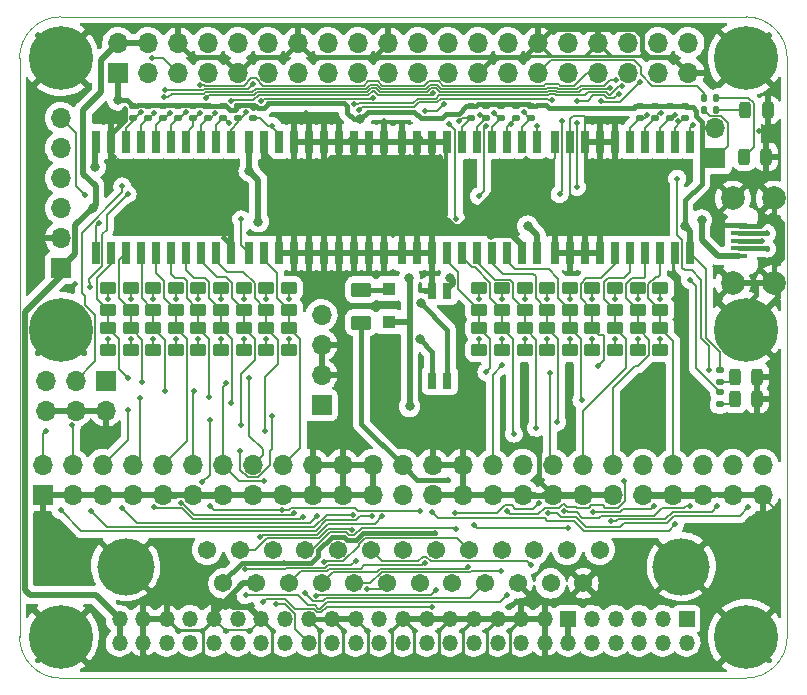
<source format=gtl>
G04 #@! TF.GenerationSoftware,KiCad,Pcbnew,(6.0.0-0)*
G04 #@! TF.CreationDate,2022-04-16T20:58:54-05:00*
G04 #@! TF.ProjectId,rascsi_2p6,72617363-7369-45f3-9270-362e6b696361,rev?*
G04 #@! TF.SameCoordinates,Original*
G04 #@! TF.FileFunction,Copper,L1,Top*
G04 #@! TF.FilePolarity,Positive*
%FSLAX46Y46*%
G04 Gerber Fmt 4.6, Leading zero omitted, Abs format (unit mm)*
G04 Created by KiCad (PCBNEW (6.0.0-0)) date 2022-04-16 20:58:54*
%MOMM*%
%LPD*%
G01*
G04 APERTURE LIST*
G04 Aperture macros list*
%AMRoundRect*
0 Rectangle with rounded corners*
0 $1 Rounding radius*
0 $2 $3 $4 $5 $6 $7 $8 $9 X,Y pos of 4 corners*
0 Add a 4 corners polygon primitive as box body*
4,1,4,$2,$3,$4,$5,$6,$7,$8,$9,$2,$3,0*
0 Add four circle primitives for the rounded corners*
1,1,$1+$1,$2,$3*
1,1,$1+$1,$4,$5*
1,1,$1+$1,$6,$7*
1,1,$1+$1,$8,$9*
0 Add four rect primitives between the rounded corners*
20,1,$1+$1,$2,$3,$4,$5,0*
20,1,$1+$1,$4,$5,$6,$7,0*
20,1,$1+$1,$6,$7,$8,$9,0*
20,1,$1+$1,$8,$9,$2,$3,0*%
G04 Aperture macros list end*
G04 #@! TA.AperFunction,Profile*
%ADD10C,0.050000*%
G04 #@! TD*
G04 #@! TA.AperFunction,SMDPad,CuDef*
%ADD11RoundRect,0.243750X0.243750X0.456250X-0.243750X0.456250X-0.243750X-0.456250X0.243750X-0.456250X0*%
G04 #@! TD*
G04 #@! TA.AperFunction,ComponentPad*
%ADD12C,0.800000*%
G04 #@! TD*
G04 #@! TA.AperFunction,ComponentPad*
%ADD13C,5.400000*%
G04 #@! TD*
G04 #@! TA.AperFunction,ComponentPad*
%ADD14R,1.700000X1.700000*%
G04 #@! TD*
G04 #@! TA.AperFunction,ComponentPad*
%ADD15O,1.700000X1.700000*%
G04 #@! TD*
G04 #@! TA.AperFunction,SMDPad,CuDef*
%ADD16RoundRect,0.250000X-0.450000X0.262500X-0.450000X-0.262500X0.450000X-0.262500X0.450000X0.262500X0*%
G04 #@! TD*
G04 #@! TA.AperFunction,SMDPad,CuDef*
%ADD17RoundRect,0.250000X-0.625000X0.375000X-0.625000X-0.375000X0.625000X-0.375000X0.625000X0.375000X0*%
G04 #@! TD*
G04 #@! TA.AperFunction,SMDPad,CuDef*
%ADD18R,0.650000X1.950000*%
G04 #@! TD*
G04 #@! TA.AperFunction,SMDPad,CuDef*
%ADD19RoundRect,0.135000X-0.135000X-0.185000X0.135000X-0.185000X0.135000X0.185000X-0.135000X0.185000X0*%
G04 #@! TD*
G04 #@! TA.AperFunction,SMDPad,CuDef*
%ADD20RoundRect,0.135000X-0.185000X0.135000X-0.185000X-0.135000X0.185000X-0.135000X0.185000X0.135000X0*%
G04 #@! TD*
G04 #@! TA.AperFunction,SMDPad,CuDef*
%ADD21RoundRect,0.250000X0.450000X-0.262500X0.450000X0.262500X-0.450000X0.262500X-0.450000X-0.262500X0*%
G04 #@! TD*
G04 #@! TA.AperFunction,SMDPad,CuDef*
%ADD22R,0.750000X1.425000*%
G04 #@! TD*
G04 #@! TA.AperFunction,SMDPad,CuDef*
%ADD23R,1.100000X1.100000*%
G04 #@! TD*
G04 #@! TA.AperFunction,SMDPad,CuDef*
%ADD24R,1.400000X0.400000*%
G04 #@! TD*
G04 #@! TA.AperFunction,ComponentPad*
%ADD25C,2.000000*%
G04 #@! TD*
G04 #@! TA.AperFunction,ComponentPad*
%ADD26R,1.350000X1.350000*%
G04 #@! TD*
G04 #@! TA.AperFunction,ComponentPad*
%ADD27O,1.350000X1.350000*%
G04 #@! TD*
G04 #@! TA.AperFunction,ComponentPad*
%ADD28C,1.545000*%
G04 #@! TD*
G04 #@! TA.AperFunction,ComponentPad*
%ADD29C,4.845000*%
G04 #@! TD*
G04 #@! TA.AperFunction,ViaPad*
%ADD30C,0.500000*%
G04 #@! TD*
G04 #@! TA.AperFunction,ViaPad*
%ADD31C,0.800000*%
G04 #@! TD*
G04 #@! TA.AperFunction,Conductor*
%ADD32C,0.200000*%
G04 #@! TD*
G04 #@! TA.AperFunction,Conductor*
%ADD33C,0.500000*%
G04 #@! TD*
G04 #@! TA.AperFunction,Conductor*
%ADD34C,0.400000*%
G04 #@! TD*
G04 #@! TA.AperFunction,Conductor*
%ADD35C,0.150000*%
G04 #@! TD*
G04 #@! TA.AperFunction,Conductor*
%ADD36C,0.250000*%
G04 #@! TD*
G04 APERTURE END LIST*
D10*
X178000000Y-42500000D02*
X236000000Y-42500000D01*
X178000000Y-98496000D02*
X236000000Y-98496000D01*
X236000000Y-98496000D02*
G75*
G03*
X239500000Y-94996000I1J3499999D01*
G01*
X174500000Y-46000000D02*
X174500000Y-94996000D01*
X239500000Y-46000000D02*
G75*
G03*
X236000000Y-42500000I-3499999J1D01*
G01*
X178000000Y-42500000D02*
G75*
G03*
X174500000Y-46000000I-1J-3499999D01*
G01*
X174500000Y-94996000D02*
G75*
G03*
X178000000Y-98496000I3499999J-1D01*
G01*
X239500000Y-46000000D02*
X239500000Y-94996000D01*
D11*
X236967000Y-74866500D03*
X235092000Y-74866500D03*
X237841000Y-50419000D03*
X235966000Y-50419000D03*
X237729000Y-54356000D03*
X235854000Y-54356000D03*
D12*
X180025000Y-46000000D03*
X176568109Y-47431891D03*
X178000000Y-43975000D03*
D13*
X178000000Y-46000000D03*
D12*
X178000000Y-48025000D03*
X179431891Y-47431891D03*
X175975000Y-46000000D03*
X179431891Y-44568109D03*
X176568109Y-44568109D03*
X178000000Y-71025000D03*
X175975000Y-69000000D03*
X179431891Y-70431891D03*
X176568109Y-67568109D03*
X179431891Y-67568109D03*
D13*
X178000000Y-69000000D03*
D12*
X180025000Y-69000000D03*
X176568109Y-70431891D03*
X178000000Y-66975000D03*
X179431891Y-93568109D03*
X178000000Y-97025000D03*
X176568109Y-93568109D03*
X175975000Y-95000000D03*
X179431891Y-96431891D03*
X178000000Y-92975000D03*
X176568109Y-96431891D03*
X180025000Y-95000000D03*
D13*
X178000000Y-95000000D03*
D14*
X178010000Y-63780000D03*
D15*
X178010000Y-61240000D03*
X178010000Y-58700000D03*
X178010000Y-56160000D03*
X178010000Y-53620000D03*
X178010000Y-51080000D03*
D12*
X236000000Y-71025000D03*
X234568109Y-70431891D03*
D13*
X236000000Y-69000000D03*
D12*
X238025000Y-69000000D03*
X236000000Y-66975000D03*
X237431891Y-70431891D03*
X237431891Y-67568109D03*
X233975000Y-69000000D03*
X234568109Y-67568109D03*
X236000000Y-92975000D03*
X238025000Y-95000000D03*
X234568109Y-96431891D03*
D13*
X236000000Y-95000000D03*
D12*
X236000000Y-97025000D03*
X234568109Y-93568109D03*
X237431891Y-93568109D03*
X237431891Y-96431891D03*
X233975000Y-95000000D03*
X238025000Y-46000000D03*
X237431891Y-47431891D03*
X236000000Y-43975000D03*
X234568109Y-47431891D03*
D13*
X236000000Y-46000000D03*
D12*
X234568109Y-44568109D03*
X236000000Y-48025000D03*
X237431891Y-44568109D03*
X233975000Y-46000000D03*
D16*
X221090000Y-65487500D03*
X221090000Y-67312500D03*
D17*
X203450000Y-65600000D03*
X203450000Y-68400000D03*
D18*
X193929000Y-62510000D03*
X195199000Y-62510000D03*
X196469000Y-62510000D03*
X197739000Y-62510000D03*
X199009000Y-62510000D03*
X200279000Y-62510000D03*
X201549000Y-62510000D03*
X202819000Y-62510000D03*
X204089000Y-62510000D03*
X205359000Y-62510000D03*
X205359000Y-53060000D03*
X204089000Y-53060000D03*
X202819000Y-53060000D03*
X201549000Y-53060000D03*
X200279000Y-53060000D03*
X199009000Y-53060000D03*
X197739000Y-53060000D03*
X196469000Y-53060000D03*
X195199000Y-53060000D03*
X193929000Y-53060000D03*
X218313000Y-53060000D03*
X217043000Y-53060000D03*
X215773000Y-53060000D03*
X214503000Y-53060000D03*
X213233000Y-53060000D03*
X211963000Y-53060000D03*
X210693000Y-53060000D03*
X209423000Y-53060000D03*
X208153000Y-53060000D03*
X206883000Y-53060000D03*
X206883000Y-62510000D03*
X208153000Y-62510000D03*
X209423000Y-62510000D03*
X210693000Y-62510000D03*
X211963000Y-62510000D03*
X213233000Y-62510000D03*
X214503000Y-62510000D03*
X215773000Y-62510000D03*
X217043000Y-62510000D03*
X218313000Y-62510000D03*
D19*
X232448500Y-49339500D03*
X233468500Y-49339500D03*
D20*
X233807000Y-74293000D03*
X233807000Y-75313000D03*
X227012500Y-50059000D03*
X227012500Y-51079000D03*
X228282500Y-50059000D03*
X228282500Y-51079000D03*
X229552500Y-50059000D03*
X229552500Y-51079000D03*
X212725000Y-50059000D03*
X212725000Y-51079000D03*
X215265000Y-50059000D03*
X215265000Y-51079000D03*
X216535000Y-50059000D03*
X216535000Y-51079000D03*
X217805000Y-50059000D03*
X217805000Y-51079000D03*
X185420000Y-50059000D03*
X185420000Y-51079000D03*
X186690000Y-50059000D03*
X186690000Y-51079000D03*
X190500000Y-50059000D03*
X190500000Y-51079000D03*
X191770000Y-50059000D03*
X191770000Y-51079000D03*
X193040000Y-50059000D03*
X193040000Y-51079000D03*
X194310000Y-50059000D03*
X194310000Y-51079000D03*
D16*
X223002500Y-65487500D03*
X223002500Y-67312500D03*
X224915000Y-65487500D03*
X224915000Y-67312500D03*
X226827500Y-65487500D03*
X226827500Y-67312500D03*
X228740000Y-65487500D03*
X228740000Y-67312500D03*
X213440000Y-65487500D03*
X213440000Y-67312500D03*
X215352500Y-65487500D03*
X215352500Y-67312500D03*
X217265000Y-65487500D03*
X217265000Y-67312500D03*
X219177500Y-65487500D03*
X219177500Y-67312500D03*
X185825000Y-65487500D03*
X185825000Y-67312500D03*
X187737500Y-65487500D03*
X187737500Y-67312500D03*
X189650000Y-65487500D03*
X189650000Y-67312500D03*
X191562500Y-65487500D03*
X191562500Y-67312500D03*
X193475000Y-65487500D03*
X193475000Y-67312500D03*
X195387500Y-65487500D03*
X195387500Y-67312500D03*
X197300000Y-65487500D03*
X197300000Y-67312500D03*
D21*
X223002500Y-70712500D03*
X223002500Y-68887500D03*
X224915000Y-70712500D03*
X224915000Y-68887500D03*
X226827500Y-70712500D03*
X226827500Y-68887500D03*
X228740000Y-70712500D03*
X228740000Y-68887500D03*
X213440000Y-70712500D03*
X213440000Y-68887500D03*
X215352500Y-70712500D03*
X215352500Y-68887500D03*
X217265000Y-70712500D03*
X217265000Y-68887500D03*
X219177500Y-70712500D03*
X219177500Y-68887500D03*
X221090000Y-70712500D03*
X221090000Y-68887500D03*
X182000000Y-70712500D03*
X182000000Y-68887500D03*
X183912500Y-70712500D03*
X183912500Y-68887500D03*
X185825000Y-70712500D03*
X185825000Y-68887500D03*
X187737500Y-70712500D03*
X187737500Y-68887500D03*
X189650000Y-70712500D03*
X189650000Y-68887500D03*
X191562500Y-70712500D03*
X191562500Y-68887500D03*
X193475000Y-70712500D03*
X193475000Y-68887500D03*
X195387500Y-70712500D03*
X195387500Y-68887500D03*
X197300000Y-70712500D03*
X197300000Y-68887500D03*
D20*
X189230000Y-50059000D03*
X189230000Y-51079000D03*
X184150000Y-50059000D03*
X184150000Y-51079000D03*
X187960000Y-50059000D03*
X187960000Y-51079000D03*
D16*
X182000000Y-65487500D03*
X182000000Y-67312500D03*
X183912500Y-65487500D03*
X183912500Y-67312500D03*
D18*
X231267000Y-53060000D03*
X229997000Y-53060000D03*
X228727000Y-53060000D03*
X227457000Y-53060000D03*
X226187000Y-53060000D03*
X224917000Y-53060000D03*
X223647000Y-53060000D03*
X222377000Y-53060000D03*
X221107000Y-53060000D03*
X219837000Y-53060000D03*
X219837000Y-62510000D03*
X221107000Y-62510000D03*
X222377000Y-62510000D03*
X223647000Y-62510000D03*
X224917000Y-62510000D03*
X226187000Y-62510000D03*
X227457000Y-62510000D03*
X228727000Y-62510000D03*
X229997000Y-62510000D03*
X231267000Y-62510000D03*
D20*
X233807000Y-72388000D03*
X233807000Y-73408000D03*
D22*
X210715000Y-65687500D03*
X209445000Y-65687500D03*
X209445000Y-73311500D03*
X210715000Y-73311500D03*
D23*
X205770000Y-65525000D03*
X205770000Y-68325000D03*
D18*
X180975000Y-62510000D03*
X182245000Y-62510000D03*
X183515000Y-62510000D03*
X184785000Y-62510000D03*
X186055000Y-62510000D03*
X187325000Y-62510000D03*
X188595000Y-62510000D03*
X189865000Y-62510000D03*
X191135000Y-62510000D03*
X192405000Y-62510000D03*
X192405000Y-53060000D03*
X191135000Y-53060000D03*
X189865000Y-53060000D03*
X188595000Y-53060000D03*
X187325000Y-53060000D03*
X186055000Y-53060000D03*
X184785000Y-53060000D03*
X183515000Y-53060000D03*
X182245000Y-53060000D03*
X180975000Y-53060000D03*
D11*
X236967000Y-72961500D03*
X235092000Y-72961500D03*
D19*
X232448500Y-50355500D03*
X233468500Y-50355500D03*
D24*
X235405000Y-62760000D03*
X235405000Y-62110000D03*
X235405000Y-61460000D03*
X235405000Y-60810000D03*
X235405000Y-60160000D03*
D25*
X238355000Y-65035000D03*
X238355000Y-57885000D03*
X234905000Y-57885000D03*
X234905000Y-65035000D03*
D14*
X176466500Y-82994500D03*
D15*
X176466500Y-80454500D03*
X179006500Y-82994500D03*
X179006500Y-80454500D03*
X181546500Y-82994500D03*
X181546500Y-80454500D03*
X184086500Y-82994500D03*
X184086500Y-80454500D03*
X186626500Y-82994500D03*
X186626500Y-80454500D03*
X189166500Y-82994500D03*
X189166500Y-80454500D03*
X191706500Y-82994500D03*
X191706500Y-80454500D03*
X194246500Y-82994500D03*
X194246500Y-80454500D03*
X196786500Y-82994500D03*
X196786500Y-80454500D03*
X199326500Y-82994500D03*
X199326500Y-80454500D03*
X201866500Y-82994500D03*
X201866500Y-80454500D03*
X204406500Y-82994500D03*
X204406500Y-80454500D03*
X206946500Y-82994500D03*
X206946500Y-80454500D03*
X209486500Y-82994500D03*
X209486500Y-80454500D03*
X212026500Y-82994500D03*
X212026500Y-80454500D03*
X214566500Y-82994500D03*
X214566500Y-80454500D03*
X217106500Y-82994500D03*
X217106500Y-80454500D03*
X219646500Y-82994500D03*
X219646500Y-80454500D03*
X222186500Y-82994500D03*
X222186500Y-80454500D03*
X224726500Y-82994500D03*
X224726500Y-80454500D03*
X227266500Y-82994500D03*
X227266500Y-80454500D03*
X229806500Y-82994500D03*
X229806500Y-80454500D03*
X232346500Y-82994500D03*
X232346500Y-80454500D03*
X234886500Y-82994500D03*
X234886500Y-80454500D03*
X237426500Y-82994500D03*
X237426500Y-80454500D03*
D26*
X230972000Y-93488000D03*
D27*
X230972000Y-95488000D03*
X228972000Y-93488000D03*
X228972000Y-95488000D03*
X226972000Y-93488000D03*
X226972000Y-95488000D03*
X224972000Y-93488000D03*
X224972000Y-95488000D03*
X222972000Y-93488000D03*
X222972000Y-95488000D03*
D26*
X220972000Y-93488000D03*
D27*
X220972000Y-95488000D03*
X218972000Y-93488000D03*
X218972000Y-95488000D03*
X216972000Y-93488000D03*
X216972000Y-95488000D03*
X214972000Y-93488000D03*
X214972000Y-95488000D03*
X212972000Y-93488000D03*
X212972000Y-95488000D03*
X210972000Y-93488000D03*
X210972000Y-95488000D03*
X208972000Y-93488000D03*
X208972000Y-95488000D03*
X206972000Y-93488000D03*
X206972000Y-95488000D03*
X204972000Y-93488000D03*
X204972000Y-95488000D03*
X202972000Y-93488000D03*
X202972000Y-95488000D03*
X200972000Y-93488000D03*
X200972000Y-95488000D03*
X198972000Y-93488000D03*
X198972000Y-95488000D03*
X196972000Y-93488000D03*
X196972000Y-95488000D03*
X194972000Y-93488000D03*
X194972000Y-95488000D03*
X192972000Y-93488000D03*
X192972000Y-95488000D03*
X190972000Y-93488000D03*
X190972000Y-95488000D03*
X188972000Y-93488000D03*
X188972000Y-95488000D03*
X186972000Y-93488000D03*
X186972000Y-95488000D03*
X184972000Y-93488000D03*
X184972000Y-95488000D03*
X182972000Y-93488000D03*
X182972000Y-95488000D03*
D20*
X230822500Y-50059000D03*
X230822500Y-51079000D03*
X213995000Y-50059000D03*
X213995000Y-51079000D03*
D14*
X181810000Y-73300000D03*
D15*
X181810000Y-75840000D03*
X179270000Y-73300000D03*
X179270000Y-75840000D03*
X176730000Y-73300000D03*
X176730000Y-75840000D03*
D14*
X200070000Y-75380000D03*
D15*
X200070000Y-72840000D03*
X200070000Y-70300000D03*
X200070000Y-67760000D03*
D14*
X182870000Y-47270000D03*
D15*
X182870000Y-44730000D03*
X185410000Y-47270000D03*
X185410000Y-44730000D03*
X187950000Y-47270000D03*
X187950000Y-44730000D03*
X190490000Y-47270000D03*
X190490000Y-44730000D03*
X193030000Y-47270000D03*
X193030000Y-44730000D03*
X195570000Y-47270000D03*
X195570000Y-44730000D03*
X198110000Y-47270000D03*
X198110000Y-44730000D03*
X200650000Y-47270000D03*
X200650000Y-44730000D03*
X203190000Y-47270000D03*
X203190000Y-44730000D03*
X205730000Y-47270000D03*
X205730000Y-44730000D03*
X208270000Y-47270000D03*
X208270000Y-44730000D03*
X210810000Y-47270000D03*
X210810000Y-44730000D03*
X213350000Y-47270000D03*
X213350000Y-44730000D03*
X215890000Y-47270000D03*
X215890000Y-44730000D03*
X218430000Y-47270000D03*
X218430000Y-44730000D03*
X220970000Y-47270000D03*
X220970000Y-44730000D03*
X223510000Y-47270000D03*
X223510000Y-44730000D03*
X226050000Y-47270000D03*
X226050000Y-44730000D03*
X228590000Y-47270000D03*
X228590000Y-44730000D03*
X231130000Y-47270000D03*
X231130000Y-44730000D03*
D28*
X223621600Y-87630000D03*
X220851600Y-87630000D03*
X218081600Y-87630000D03*
X215311600Y-87630000D03*
X212541600Y-87630000D03*
X209771600Y-87630000D03*
X207001600Y-87630000D03*
X204231600Y-87630000D03*
X201461600Y-87630000D03*
X198691600Y-87630000D03*
X195921600Y-87630000D03*
X193151600Y-87630000D03*
X190381600Y-87630000D03*
X222236600Y-90470000D03*
X219466600Y-90470000D03*
X216696600Y-90470000D03*
X213926600Y-90470000D03*
X211156600Y-90470000D03*
X208386600Y-90470000D03*
X205616600Y-90470000D03*
X202846600Y-90470000D03*
X200076600Y-90470000D03*
X197306600Y-90470000D03*
X194536600Y-90470000D03*
X191766600Y-90470000D03*
D29*
X230521600Y-89050000D03*
X183481600Y-89050000D03*
D14*
X233426000Y-54483000D03*
D15*
X233426000Y-51943000D03*
D30*
X223606000Y-57420000D03*
X230183368Y-56193368D03*
X232870000Y-72400000D03*
X230590000Y-68010000D03*
X231250000Y-64780000D03*
D31*
X217530000Y-60220000D03*
X230850000Y-60220000D03*
X194730000Y-59840000D03*
X193950000Y-55550000D03*
X180900000Y-55230000D03*
D30*
X233577000Y-60183000D03*
X195190000Y-52420000D03*
X184410000Y-60600000D03*
X225710000Y-78760000D03*
X200279000Y-54610000D03*
X205330000Y-51330000D03*
X219530000Y-54800000D03*
X210099999Y-54370001D03*
X197739000Y-54546500D03*
X217359259Y-75148500D03*
D31*
X220950000Y-78440000D03*
D30*
X191820000Y-61240000D03*
D31*
X214434902Y-60996500D03*
D30*
X182458000Y-54372000D03*
X224622000Y-54880000D03*
X217420000Y-54580000D03*
X237110000Y-52200000D03*
X228670000Y-78540000D03*
X179163500Y-65147757D03*
X207579999Y-54370001D03*
X193900000Y-60810000D03*
X195910000Y-54730000D03*
X217932000Y-78803500D03*
D31*
X233230000Y-48250000D03*
D30*
X198790000Y-50640000D03*
X183443314Y-50335989D03*
D31*
X182816500Y-49530000D03*
X203349676Y-51176921D03*
X210980000Y-64580000D03*
X232242000Y-59706000D03*
X207520000Y-75480000D03*
X207510000Y-64580000D03*
X180680000Y-58690000D03*
D30*
X189970000Y-81900000D03*
X224619308Y-85214713D03*
X233550000Y-83950000D03*
X190590000Y-76680000D03*
X220021021Y-76791021D03*
X216355477Y-77794523D03*
X223017950Y-84430159D03*
X228193502Y-83950000D03*
X211387010Y-84484832D03*
X218467635Y-83701010D03*
X199594338Y-91513449D03*
X214030000Y-72570000D03*
X209788434Y-91015548D03*
X219440000Y-72690000D03*
X195109837Y-92047077D03*
X230028947Y-85465648D03*
X209435886Y-84452762D03*
X209382000Y-92462031D03*
X215740000Y-84360000D03*
X225702655Y-81777345D03*
X215732000Y-91456000D03*
X193634000Y-91456000D03*
X200238000Y-88662000D03*
X220930000Y-85750000D03*
X213012489Y-85489064D03*
X223470000Y-72090000D03*
X198690326Y-91301086D03*
X215340000Y-72020000D03*
X194844714Y-86558047D03*
X205218510Y-84796010D03*
X203913077Y-90911020D03*
X176730000Y-77580000D03*
X195260000Y-77580000D03*
X177980000Y-84280000D03*
X204320000Y-84796010D03*
X217764000Y-88916000D03*
X193230000Y-77103500D03*
X178944361Y-77103500D03*
X215224000Y-89424000D03*
X202721033Y-84656657D03*
X180570000Y-84330000D03*
X212430000Y-89056511D03*
X183202424Y-84102989D03*
X183690000Y-75780000D03*
X199719686Y-84757742D03*
X192380000Y-75190000D03*
X184730000Y-74780000D03*
X190520000Y-74710000D03*
X211443766Y-85876963D03*
X185893529Y-83978968D03*
X198480000Y-84852000D03*
X197698000Y-84550000D03*
X208808688Y-88748588D03*
X188130504Y-83651957D03*
X208366000Y-84344000D03*
X186800000Y-74170000D03*
X196710000Y-84234946D03*
X190608551Y-83908553D03*
X189250000Y-74180000D03*
X202631070Y-85937679D03*
X184880000Y-73440000D03*
X195173502Y-81827449D03*
X192012520Y-73545468D03*
X202952442Y-88582442D03*
X193631263Y-89293836D03*
X193970000Y-73070000D03*
X183670000Y-73100000D03*
X222082000Y-74946000D03*
X195886769Y-76278251D03*
X219236247Y-84548511D03*
X236200000Y-84020000D03*
X193160000Y-79250000D03*
X231254940Y-83921502D03*
X220571042Y-84385360D03*
X218213022Y-77293022D03*
X196174000Y-92218000D03*
X210810000Y-81680000D03*
X209679033Y-86203489D03*
X196886051Y-88747053D03*
X184798618Y-50545999D03*
X186806010Y-48683990D03*
X194271557Y-48167758D03*
X185928000Y-50673000D03*
X186737007Y-49307193D03*
X224985361Y-47880000D03*
X187261500Y-50609500D03*
X188595000Y-50546000D03*
X189801500Y-50609500D03*
X189779021Y-48270023D03*
X190295637Y-49411485D03*
X224463077Y-48513124D03*
X191071500Y-50673000D03*
X209542501Y-48977204D03*
X192255000Y-51495760D03*
X192397746Y-49656063D03*
X204460000Y-49371531D03*
X193670000Y-50562173D03*
X194939652Y-49605043D03*
X195910000Y-51720000D03*
X211709000Y-51308000D03*
X227047721Y-47984220D03*
X223717751Y-49605263D03*
X213488198Y-50801500D03*
X214693500Y-50673000D03*
X216104492Y-51563351D03*
X219575797Y-49570715D03*
X203254914Y-50358898D03*
X217190000Y-50580000D03*
X227587496Y-50796504D03*
X228854000Y-50673000D03*
X229977207Y-50780562D03*
X230264293Y-51337990D03*
X202814160Y-49912387D03*
X225540387Y-48386177D03*
X185750000Y-45950000D03*
X224915000Y-69810000D03*
X187737500Y-69810000D03*
X221090000Y-69810000D03*
X195387500Y-69810000D03*
X223002500Y-69810000D03*
X213440000Y-69810000D03*
X215352500Y-69810000D03*
X183912500Y-69810000D03*
X219177500Y-69810000D03*
X193475000Y-69810000D03*
X191562500Y-69810000D03*
D31*
X208380000Y-69810000D03*
D30*
X185825000Y-69810000D03*
X189650000Y-69810000D03*
X197300000Y-69810000D03*
X182000000Y-69810000D03*
X226827500Y-69810000D03*
X228740000Y-69810000D03*
X217265000Y-69810000D03*
D31*
X208500000Y-66770000D03*
D30*
X185825000Y-66360000D03*
X189650000Y-66360000D03*
X193475000Y-66360000D03*
X195387500Y-66360000D03*
X182000000Y-66360000D03*
X191562500Y-66360000D03*
X219177500Y-66360000D03*
X228740000Y-66360000D03*
X213440000Y-66360000D03*
X197300000Y-66360000D03*
X224915000Y-66360000D03*
X215352500Y-66360000D03*
X221090000Y-66360000D03*
X183912500Y-66360000D03*
X217265000Y-66360000D03*
X187737500Y-66360000D03*
X223002500Y-66360000D03*
X226827500Y-66360000D03*
X231540000Y-51680000D03*
X225277665Y-48996684D03*
X221680000Y-49605064D03*
X218293367Y-51747866D03*
X210450000Y-49898500D03*
X181231937Y-59991937D03*
X211462083Y-59593500D03*
X208824411Y-50488011D03*
X210850000Y-51540000D03*
X193270000Y-59660000D03*
X183200000Y-56860000D03*
X221690000Y-51460000D03*
X221690000Y-56920000D03*
X220430000Y-51320000D03*
X183643897Y-57523228D03*
X180491500Y-65352367D03*
X220230000Y-57500000D03*
X180050000Y-57590000D03*
X213400000Y-57691500D03*
X213990000Y-51725500D03*
X237777990Y-60820000D03*
X237401287Y-61446949D03*
X237777990Y-62120000D03*
D32*
X222016520Y-69814020D02*
X222016520Y-74880520D01*
X222016520Y-74880520D02*
X222082000Y-74946000D01*
X221090000Y-68887500D02*
X222016520Y-69814020D01*
D33*
X182870000Y-44730000D02*
X181400699Y-46199301D01*
X181400699Y-46199301D02*
X181400699Y-48869301D01*
X181400699Y-48869301D02*
X179910000Y-50360000D01*
X180934000Y-56804000D02*
X180934000Y-58436000D01*
X179910000Y-55780000D02*
X180934000Y-56804000D01*
X179910000Y-50360000D02*
X179910000Y-55780000D01*
X180934000Y-58436000D02*
X180680000Y-58690000D01*
X178010000Y-63780000D02*
X179236511Y-62553489D01*
X179236511Y-62553489D02*
X179236511Y-60133489D01*
X179236511Y-60133489D02*
X180680000Y-58690000D01*
X233601989Y-62760000D02*
X232242000Y-61400011D01*
X232242000Y-61400011D02*
X232242000Y-59706000D01*
X235405000Y-62760000D02*
X233601989Y-62760000D01*
D34*
X231480000Y-50180000D02*
X230943500Y-50180000D01*
X230943500Y-50180000D02*
X230822500Y-50059000D01*
X231480000Y-50180000D02*
X231770000Y-50470000D01*
X231770000Y-50940000D02*
X232249489Y-51419489D01*
X231770000Y-50470000D02*
X231770000Y-50940000D01*
X232249489Y-51419489D02*
X232249489Y-56620511D01*
X232249489Y-56620511D02*
X230850000Y-58020000D01*
X230850000Y-58020000D02*
X230850000Y-60220000D01*
D35*
X233807000Y-74293000D02*
X231780000Y-72266000D01*
X231780000Y-72266000D02*
X231780000Y-65310000D01*
X231780000Y-65310000D02*
X231250000Y-64780000D01*
D32*
X221107000Y-53060000D02*
X221107000Y-62510000D01*
D35*
X231410000Y-63950000D02*
X230820000Y-63950000D01*
X230820000Y-63950000D02*
X230600000Y-63730000D01*
X230600000Y-63730000D02*
X230600000Y-61409978D01*
X230600000Y-61409978D02*
X230183368Y-60993346D01*
X230183368Y-60993346D02*
X230183368Y-56193368D01*
X232626511Y-69729868D02*
X232626511Y-63869511D01*
X232240000Y-64780000D02*
X231410000Y-63950000D01*
X232626511Y-63869511D02*
X231267000Y-62510000D01*
X233807000Y-72388000D02*
X233807000Y-70910357D01*
X233807000Y-70910357D02*
X232626511Y-69729868D01*
X232870000Y-72400000D02*
X232870000Y-70364403D01*
X232240000Y-69734403D02*
X232240000Y-64780000D01*
X232870000Y-70364403D02*
X232240000Y-69734403D01*
X233426000Y-54483000D02*
X234477511Y-53431489D01*
X234477511Y-53431489D02*
X234477511Y-51497511D01*
X234477511Y-51497511D02*
X233857020Y-50877020D01*
X233857020Y-50877020D02*
X232970020Y-50877020D01*
X232970020Y-50877020D02*
X232448500Y-50355500D01*
D34*
X230204000Y-50084000D02*
X230822500Y-50084000D01*
X229552500Y-50084000D02*
X230204000Y-50084000D01*
X230204000Y-50084000D02*
X230800187Y-50084000D01*
D35*
X231267000Y-51935000D02*
X231522000Y-51680000D01*
X231267000Y-53060000D02*
X231267000Y-51935000D01*
X231522000Y-51680000D02*
X231540000Y-51680000D01*
D33*
X218313000Y-62510000D02*
X218313000Y-61003000D01*
X218313000Y-61003000D02*
X217530000Y-60220000D01*
D32*
X210850000Y-51540000D02*
X211411489Y-52101489D01*
D33*
X231267000Y-60637000D02*
X230850000Y-60220000D01*
D32*
X211411489Y-52101489D02*
X211411489Y-59542906D01*
D33*
X231267000Y-62510000D02*
X231267000Y-60637000D01*
D32*
X211411489Y-59542906D02*
X211462083Y-59593500D01*
D33*
X216190500Y-60996500D02*
X214434902Y-60996500D01*
X217043000Y-61849000D02*
X216190500Y-60996500D01*
X194730000Y-59840000D02*
X194730000Y-56330000D01*
X194730000Y-56330000D02*
X193950000Y-55550000D01*
X193929000Y-53060000D02*
X193929000Y-55529000D01*
X193929000Y-55529000D02*
X193950000Y-55550000D01*
X180900000Y-53135000D02*
X180975000Y-53060000D01*
X180900000Y-55230000D02*
X180900000Y-53135000D01*
D34*
X207579999Y-54370001D02*
X210099999Y-54370001D01*
D33*
X218780000Y-97298000D02*
X218972000Y-97106000D01*
D34*
X235479521Y-60234521D02*
X237175479Y-60234521D01*
X192405000Y-61825000D02*
X191820000Y-61240000D01*
D36*
X212044999Y-97175001D02*
X211922000Y-97298000D01*
D34*
X218469499Y-79340999D02*
X217932000Y-78803500D01*
D32*
X190972000Y-93488000D02*
X191874001Y-94390001D01*
D36*
X223510000Y-44730000D02*
X222407999Y-45832001D01*
X190972000Y-93488000D02*
X190044999Y-94415001D01*
D33*
X236823000Y-65043000D02*
X234878000Y-65043000D01*
D34*
X200279000Y-54610000D02*
X200632553Y-54610000D01*
X238355000Y-65035000D02*
X238355000Y-63620787D01*
D33*
X199730000Y-97298000D02*
X201762000Y-97298000D01*
D36*
X210044999Y-94415001D02*
X210044999Y-97198999D01*
D34*
X210099999Y-54370001D02*
X210099999Y-59075296D01*
D32*
X194069999Y-94390001D02*
X194972000Y-93488000D01*
D33*
X210144000Y-97298000D02*
X211922000Y-97298000D01*
D32*
X222490000Y-51080000D02*
X222377000Y-51193000D01*
D34*
X238355000Y-59299213D02*
X238355000Y-57885000D01*
D36*
X200972000Y-93488000D02*
X201899001Y-94415001D01*
X195899001Y-94415001D02*
X195899001Y-97064999D01*
D34*
X208698000Y-53060000D02*
X208301994Y-52663994D01*
D32*
X221107000Y-53060000D02*
X221107000Y-51123000D01*
D35*
X219530000Y-54800000D02*
X219837000Y-54493000D01*
D34*
X239047001Y-62928786D02*
X239047001Y-59991214D01*
D33*
X229702000Y-83074000D02*
X227162000Y-83074000D01*
X189062000Y-83074000D02*
X191602000Y-83074000D01*
D34*
X238110787Y-59299213D02*
X238355000Y-59299213D01*
D33*
X193444121Y-90470000D02*
X192030061Y-91884061D01*
D34*
X219646500Y-82994500D02*
X218469499Y-81817499D01*
D36*
X204044999Y-97047001D02*
X203794000Y-97298000D01*
D34*
X199287001Y-45907001D02*
X217252999Y-45907001D01*
D33*
X219542000Y-83074000D02*
X222082000Y-83074000D01*
D34*
X239047001Y-59991214D02*
X238355000Y-59299213D01*
D36*
X216972000Y-93488000D02*
X216044999Y-94415001D01*
D32*
X221320000Y-50910000D02*
X222320000Y-50910000D01*
D34*
X202274000Y-53060000D02*
X201549000Y-53060000D01*
D36*
X214787999Y-45832001D02*
X229692001Y-45832001D01*
X201899001Y-97160999D02*
X201762000Y-97298000D01*
X214972000Y-93488000D02*
X214044999Y-94415001D01*
X212972000Y-93488000D02*
X212044999Y-94415001D01*
X229692001Y-45832001D02*
X230280001Y-46420001D01*
D33*
X238328000Y-65043000D02*
X236823000Y-65043000D01*
D34*
X227839041Y-45907001D02*
X227227001Y-45294961D01*
D36*
X212044999Y-94415001D02*
X212044999Y-97175001D01*
D34*
X229767001Y-45907001D02*
X227839041Y-45907001D01*
X236823000Y-66097000D02*
X236823000Y-65043000D01*
D36*
X230280001Y-46420001D02*
X231130000Y-47270000D01*
D33*
X203794000Y-97298000D02*
X206334000Y-97298000D01*
D34*
X208153000Y-53060000D02*
X208301994Y-52911006D01*
D36*
X206044999Y-97008999D02*
X206334000Y-97298000D01*
D33*
X187780499Y-83074000D02*
X187829543Y-83024956D01*
D36*
X223510000Y-44730000D02*
X224612001Y-45832001D01*
X186972000Y-93488000D02*
X187899001Y-94415001D01*
D34*
X233600000Y-60160000D02*
X233577000Y-60183000D01*
D36*
X218430000Y-44730000D02*
X219532001Y-45832001D01*
D34*
X236000000Y-66920000D02*
X236823000Y-66097000D01*
D36*
X206972000Y-93488000D02*
X207899001Y-94415001D01*
X213350000Y-47270000D02*
X214787999Y-45832001D01*
X199899001Y-97128999D02*
X199730000Y-97298000D01*
X198972000Y-93488000D02*
X199899001Y-94415001D01*
D34*
X196932999Y-45907001D02*
X198110000Y-44730000D01*
X226614961Y-43552999D02*
X219607001Y-43552999D01*
D35*
X237110000Y-52200000D02*
X237510000Y-51800000D01*
D33*
X238699999Y-66300001D02*
X238699999Y-65414999D01*
D34*
X211763499Y-60236501D02*
X217420000Y-54580000D01*
D33*
X192030061Y-91884061D02*
X190972000Y-92942121D01*
D34*
X194392999Y-45907001D02*
X196932999Y-45907001D01*
D36*
X190044999Y-94415001D02*
X190044999Y-97264999D01*
X202972000Y-93488000D02*
X204044999Y-94560999D01*
D34*
X204552999Y-45907001D02*
X205730000Y-44730000D01*
D33*
X185760000Y-97298000D02*
X190078000Y-97298000D01*
D34*
X198972000Y-93488000D02*
X200972000Y-93488000D01*
X193030000Y-47270000D02*
X194392999Y-45907001D01*
D35*
X237610000Y-51800000D02*
X237841000Y-51569000D01*
D34*
X183443314Y-50335989D02*
X183443314Y-51243084D01*
D33*
X201762000Y-97298000D02*
X203794000Y-97298000D01*
X193919999Y-92435999D02*
X192581999Y-92435999D01*
D34*
X227227001Y-45294961D02*
X227227001Y-44165039D01*
D33*
X207858000Y-97298000D02*
X210144000Y-97298000D01*
X190972000Y-92942121D02*
X190972000Y-93488000D01*
D36*
X216044999Y-94415001D02*
X216044999Y-97239001D01*
D34*
X200872552Y-54370001D02*
X207579999Y-54370001D01*
X235405000Y-60160000D02*
X235479521Y-60234521D01*
D36*
X206972000Y-93488000D02*
X206044999Y-94415001D01*
X194972000Y-93488000D02*
X195899001Y-94415001D01*
D35*
X236000000Y-95000000D02*
X238790001Y-92209999D01*
D36*
X214044999Y-94415001D02*
X214044999Y-96953001D01*
D34*
X189127001Y-45907001D02*
X187950000Y-44730000D01*
X235405000Y-60160000D02*
X233600000Y-60160000D01*
D33*
X213700000Y-97298000D02*
X215986000Y-97298000D01*
D36*
X207899001Y-94415001D02*
X207899001Y-97256999D01*
D33*
X195666000Y-97298000D02*
X199730000Y-97298000D01*
D36*
X195899001Y-97064999D02*
X195666000Y-97298000D01*
D34*
X214712999Y-45907001D02*
X213350000Y-47270000D01*
X198110000Y-44730000D02*
X199287001Y-45907001D01*
D36*
X187899001Y-94415001D02*
X190044999Y-94415001D01*
D34*
X209423000Y-53060000D02*
X208698000Y-53060000D01*
D33*
X206334000Y-97298000D02*
X207858000Y-97298000D01*
X184972000Y-95488000D02*
X184972000Y-96510000D01*
D36*
X201899001Y-94415001D02*
X201899001Y-97160999D01*
X210044999Y-97198999D02*
X210144000Y-97298000D01*
D34*
X202640000Y-52694000D02*
X202274000Y-53060000D01*
D36*
X206044999Y-94415001D02*
X206044999Y-97008999D01*
D35*
X238790001Y-92209999D02*
X238790001Y-84542001D01*
D36*
X204044999Y-94560999D02*
X204044999Y-97047001D01*
D34*
X237175479Y-60234521D02*
X238110787Y-59299213D01*
X200632553Y-54610000D02*
X200872552Y-54370001D01*
D32*
X191874001Y-94390001D02*
X194069999Y-94390001D01*
D34*
X211261204Y-60236501D02*
X211763499Y-60236501D01*
X193030000Y-47270000D02*
X191667001Y-45907001D01*
D33*
X190078000Y-97298000D02*
X195666000Y-97298000D01*
D34*
X191667001Y-45907001D02*
X189127001Y-45907001D01*
X217252999Y-45907001D02*
X219607001Y-43552999D01*
D33*
X192581999Y-92435999D02*
X192030061Y-91884061D01*
X219542000Y-83074000D02*
X217002000Y-83074000D01*
X232242000Y-83074000D02*
X229702000Y-83074000D01*
X194972000Y-93488000D02*
X193919999Y-92435999D01*
D35*
X237510000Y-51800000D02*
X237610000Y-51800000D01*
D34*
X210099999Y-59075296D02*
X211261204Y-60236501D01*
D36*
X214044999Y-96953001D02*
X213700000Y-97298000D01*
D34*
X227227001Y-44165039D02*
X226614961Y-43552999D01*
D32*
X221107000Y-51123000D02*
X221320000Y-50910000D01*
D33*
X188431465Y-83024956D02*
X188480509Y-83074000D01*
D34*
X195910000Y-54730000D02*
X195199000Y-54019000D01*
D33*
X184972000Y-96510000D02*
X185760000Y-97298000D01*
D34*
X195199000Y-54019000D02*
X195199000Y-53060000D01*
D33*
X211922000Y-97298000D02*
X213700000Y-97298000D01*
D34*
X183443314Y-51243084D02*
X182245000Y-52441398D01*
D33*
X215986000Y-97298000D02*
X218780000Y-97298000D01*
D32*
X222320000Y-50910000D02*
X222490000Y-51080000D01*
D35*
X219837000Y-53060000D02*
X219837000Y-54493000D01*
D36*
X216044999Y-97239001D02*
X215986000Y-97298000D01*
D33*
X187829543Y-83024956D02*
X188431465Y-83024956D01*
D36*
X207899001Y-97256999D02*
X207858000Y-97298000D01*
D35*
X238790001Y-84542001D02*
X237322000Y-83074000D01*
X237841000Y-51569000D02*
X237841000Y-50419000D01*
D33*
X236000000Y-69000000D02*
X238699999Y-66300001D01*
D34*
X231130000Y-47270000D02*
X229767001Y-45907001D01*
X236427000Y-65043000D02*
X234878000Y-65043000D01*
X218469499Y-81817499D02*
X218469499Y-79340999D01*
D36*
X210972000Y-93488000D02*
X210044999Y-94415001D01*
D33*
X194536600Y-90470000D02*
X193444121Y-90470000D01*
D36*
X190044999Y-97264999D02*
X190078000Y-97298000D01*
D34*
X238355000Y-63620787D02*
X239047001Y-62928786D01*
D33*
X188480509Y-83074000D02*
X189062000Y-83074000D01*
X186522000Y-83074000D02*
X187780499Y-83074000D01*
X218972000Y-97106000D02*
X218972000Y-95488000D01*
D32*
X222377000Y-51193000D02*
X222377000Y-53060000D01*
D36*
X199899001Y-94415001D02*
X199899001Y-97128999D01*
D34*
X194310000Y-50084000D02*
X194564647Y-50084000D01*
X210651211Y-50700000D02*
X210261465Y-51089746D01*
X195216613Y-50182044D02*
X195516653Y-49882004D01*
X184521657Y-49968998D02*
X190014960Y-49968998D01*
X226494235Y-50182265D02*
X226592500Y-50084000D01*
X194245859Y-50223697D02*
X194007333Y-49985171D01*
X207930000Y-50540000D02*
X203986597Y-50540000D01*
X190129962Y-50084000D02*
X191770000Y-50084000D01*
X203986597Y-50540000D02*
X203349676Y-51176921D01*
X212725000Y-50084000D02*
X212305000Y-50084000D01*
X202783991Y-51176921D02*
X203349676Y-51176921D01*
X194662691Y-50182044D02*
X195216613Y-50182044D01*
D33*
X182816500Y-49530000D02*
X182816500Y-47358300D01*
D34*
X193138829Y-49985171D02*
X193040000Y-50084000D01*
X218225000Y-50084000D02*
X218355299Y-49953701D01*
X194007333Y-49985171D02*
X193138829Y-49985171D01*
X183596000Y-49530000D02*
X184150000Y-50084000D01*
X182816500Y-49530000D02*
X183596000Y-49530000D01*
X195516653Y-49882004D02*
X195516653Y-49832052D01*
X202266338Y-50659268D02*
X202783991Y-51176921D01*
X208955192Y-51064684D02*
X208454684Y-51064684D01*
X211689000Y-50700000D02*
X210651211Y-50700000D01*
X192312206Y-50418168D02*
X192705832Y-50418168D01*
X208454684Y-51064684D02*
X207930000Y-50540000D01*
X213145000Y-50084000D02*
X213306002Y-49922998D01*
X184150000Y-50084000D02*
X184406655Y-50084000D01*
X202004807Y-49832052D02*
X202266338Y-50093583D01*
X212305000Y-50084000D02*
X211689000Y-50700000D01*
X191863037Y-49968999D02*
X192312206Y-50418168D01*
X212725000Y-50084000D02*
X213145000Y-50084000D01*
X226592500Y-50084000D02*
X227012500Y-50084000D01*
X192705832Y-50418168D02*
X193040000Y-50084000D01*
X184406655Y-50084000D02*
X184521657Y-49968998D01*
X195516653Y-49832052D02*
X202004807Y-49832052D01*
X190014960Y-49968998D02*
X190129962Y-50084000D01*
X219312778Y-50182265D02*
X226494235Y-50182265D01*
X210261465Y-51089746D02*
X208980254Y-51089746D01*
X219084214Y-49953701D02*
X219312778Y-50182265D01*
X227012500Y-50084000D02*
X229552500Y-50084000D01*
X208980254Y-51089746D02*
X208955192Y-51064684D01*
X218355299Y-49953701D02*
X219084214Y-49953701D01*
X217643998Y-49922998D02*
X217805000Y-50084000D01*
X202266338Y-50093583D02*
X202266338Y-50659268D01*
X217805000Y-50084000D02*
X218225000Y-50084000D01*
X213306002Y-49922998D02*
X217643998Y-49922998D01*
X194564647Y-50084000D02*
X194662691Y-50182044D01*
D33*
X207520000Y-75480000D02*
X207520000Y-68360000D01*
X211180000Y-65100000D02*
X211180000Y-64780000D01*
X178010000Y-63780000D02*
X178010000Y-64408000D01*
X174922999Y-91032999D02*
X175346000Y-91456000D01*
X220972000Y-93488000D02*
X220972000Y-95488000D01*
X207520000Y-64590000D02*
X207510000Y-64580000D01*
X174922999Y-67495001D02*
X174922999Y-91032999D01*
X205770000Y-68325000D02*
X207485000Y-68325000D01*
X207485000Y-68325000D02*
X207520000Y-68360000D01*
X211180000Y-64780000D02*
X210980000Y-64580000D01*
X178010000Y-64408000D02*
X174922999Y-67495001D01*
X180940000Y-91456000D02*
X182972000Y-93488000D01*
X182972000Y-93488000D02*
X182972000Y-95488000D01*
X207520000Y-68360000D02*
X207520000Y-64590000D01*
X175346000Y-91456000D02*
X180940000Y-91456000D01*
X210715000Y-65565000D02*
X211180000Y-65100000D01*
X182870000Y-44730000D02*
X185410000Y-44730000D01*
D32*
X233101488Y-84398512D02*
X229789026Y-84398512D01*
X219177500Y-67312500D02*
X219177500Y-68887500D01*
X218191520Y-64481520D02*
X217980000Y-64270000D01*
X229789026Y-84398512D02*
X229135004Y-85052534D01*
X219177500Y-68887500D02*
X220104020Y-69814020D01*
X220104020Y-69814020D02*
X220104020Y-76708022D01*
X220104020Y-76708022D02*
X220021021Y-76791021D01*
D35*
X190590000Y-81280000D02*
X190590000Y-76680000D01*
D32*
X219177500Y-67312500D02*
X218191520Y-66326520D01*
X229135004Y-85052534D02*
X225135040Y-85052534D01*
X217980000Y-64270000D02*
X215430000Y-64270000D01*
X215430000Y-64270000D02*
X214503000Y-63343000D01*
X218191520Y-66326520D02*
X218191520Y-64481520D01*
D35*
X189970000Y-81900000D02*
X190590000Y-81280000D01*
D32*
X233550000Y-83950000D02*
X233101488Y-84398512D01*
X224972861Y-85214713D02*
X224619308Y-85214713D01*
X225135040Y-85052534D02*
X224972861Y-85214713D01*
X227934535Y-84208967D02*
X225568458Y-84208967D01*
X215352500Y-67312500D02*
X214366520Y-66326520D01*
X214366520Y-66326520D02*
X214366520Y-65027619D01*
X216279020Y-69814020D02*
X216279020Y-77718066D01*
X223403150Y-84398512D02*
X223371503Y-84430159D01*
X223371503Y-84430159D02*
X223017950Y-84430159D01*
X216279020Y-77718066D02*
X216355477Y-77794523D01*
X215352500Y-68887500D02*
X216279020Y-69814020D01*
X213050412Y-63711511D02*
X212801511Y-63711511D01*
X214366520Y-65027619D02*
X213050412Y-63711511D01*
X212801511Y-63711511D02*
X211963000Y-62873000D01*
X225568458Y-84208967D02*
X225378913Y-84398512D01*
X215352500Y-67312500D02*
X215352500Y-68887500D01*
X225378913Y-84398512D02*
X223403150Y-84398512D01*
X228193502Y-83950000D02*
X227934535Y-84208967D01*
X213440000Y-67312500D02*
X211656511Y-65529011D01*
X219440000Y-72690000D02*
X219440000Y-80248000D01*
D35*
X209788434Y-91015548D02*
X209347982Y-91456000D01*
D32*
X211656511Y-64123511D02*
X210693000Y-63160000D01*
D35*
X209347982Y-91456000D02*
X199651787Y-91456000D01*
X199651787Y-91456000D02*
X199594338Y-91513449D01*
D32*
X213440000Y-67312500D02*
X213440000Y-68887500D01*
X216485039Y-84151001D02*
X218017644Y-84151001D01*
X211387010Y-84484832D02*
X214909206Y-84484832D01*
X214909206Y-84484832D02*
X215571049Y-83822989D01*
X214366520Y-69814020D02*
X214366520Y-72233480D01*
X215571049Y-83822989D02*
X216157027Y-83822989D01*
X214366520Y-72233480D02*
X214030000Y-72570000D01*
X218017644Y-84151001D02*
X218467635Y-83701010D01*
X211656511Y-65529011D02*
X211656511Y-64123511D01*
X216157027Y-83822989D02*
X216485039Y-84151001D01*
X213440000Y-68887500D02*
X214366520Y-69814020D01*
D35*
X196939712Y-91765998D02*
X197784713Y-92610999D01*
X199392961Y-92610999D02*
X199695994Y-92914032D01*
X197784713Y-92610999D02*
X199392961Y-92610999D01*
D32*
X229806500Y-69954000D02*
X229806500Y-80454500D01*
X228740000Y-67312500D02*
X228740000Y-68887500D01*
X209961731Y-84978607D02*
X209435886Y-84452762D01*
X221445335Y-85189373D02*
X219171145Y-85189373D01*
D35*
X195390916Y-91765998D02*
X196939712Y-91765998D01*
D32*
X227754020Y-66326520D02*
X227754020Y-65087079D01*
D35*
X199695994Y-92914032D02*
X200040783Y-92914031D01*
D32*
X229473573Y-86021022D02*
X222276984Y-86021022D01*
X228740000Y-67312500D02*
X227754020Y-66326520D01*
X228740000Y-68887500D02*
X229806500Y-69954000D01*
X230028947Y-85465648D02*
X229473573Y-86021022D01*
X228570000Y-64490000D02*
X228727000Y-64333000D01*
X228351099Y-64490000D02*
X228570000Y-64490000D01*
D35*
X195109837Y-92047077D02*
X195390916Y-91765998D01*
X200040783Y-92914031D02*
X200492783Y-92462031D01*
X200492783Y-92462031D02*
X209382000Y-92462031D01*
D32*
X228727000Y-64333000D02*
X228727000Y-62510000D01*
X219171145Y-85189373D02*
X218960379Y-84978607D01*
X222276984Y-86021022D02*
X221445335Y-85189373D01*
X227754020Y-65087079D02*
X228351099Y-64490000D01*
X218960379Y-84978607D02*
X209961731Y-84978607D01*
X226827500Y-67312500D02*
X225841520Y-66326520D01*
X227813480Y-69873480D02*
X227813480Y-71112921D01*
X218440016Y-84609999D02*
X218978514Y-84071501D01*
X226827500Y-67312500D02*
X226827500Y-68887500D01*
X225803501Y-83474903D02*
X225803501Y-81878191D01*
D35*
X199926041Y-92637021D02*
X200553041Y-92010021D01*
D32*
X226836401Y-72090000D02*
X226580000Y-72090000D01*
X225206903Y-84071501D02*
X225803501Y-83474903D01*
D35*
X199810735Y-92637021D02*
X199926041Y-92637021D01*
D32*
X225841520Y-66326520D02*
X225841520Y-65087079D01*
X215989999Y-84609999D02*
X218440016Y-84609999D01*
X221669539Y-84071501D02*
X222703461Y-84071501D01*
D35*
X193634000Y-91456000D02*
X198081614Y-91456000D01*
D32*
X226580000Y-72090000D02*
X224726500Y-73943500D01*
X225803501Y-81878191D02*
X225702655Y-81777345D01*
X227370000Y-64600000D02*
X227457000Y-64513000D01*
X227457000Y-64513000D02*
X227457000Y-62510000D01*
X224726500Y-73943500D02*
X224726500Y-80454500D01*
X224107254Y-84071501D02*
X225206903Y-84071501D01*
D35*
X215177979Y-92010021D02*
X215732000Y-91456000D01*
D32*
X215740000Y-84360000D02*
X215989999Y-84609999D01*
X220582489Y-83736334D02*
X220832626Y-83986471D01*
X222703461Y-84071501D02*
X222897065Y-83877897D01*
X218978514Y-84071501D02*
X220163461Y-84071501D01*
X220498628Y-83736334D02*
X220582489Y-83736334D01*
X220832626Y-83986471D02*
X221584509Y-83986471D01*
X227813480Y-71112921D02*
X226836401Y-72090000D01*
D35*
X198081614Y-91456000D02*
X198959602Y-92333988D01*
D32*
X225841520Y-65087079D02*
X226328599Y-64600000D01*
D35*
X200553041Y-92010021D02*
X215177979Y-92010021D01*
D32*
X220163461Y-84071501D02*
X220498628Y-83736334D01*
X226827500Y-68887500D02*
X227813480Y-69873480D01*
D35*
X199507703Y-92333989D02*
X199810735Y-92637021D01*
D32*
X222897065Y-83877897D02*
X223913650Y-83877897D01*
X226328599Y-64600000D02*
X227370000Y-64600000D01*
D35*
X198959602Y-92333988D02*
X199507703Y-92333989D01*
D32*
X221584509Y-83986471D02*
X221669539Y-84071501D01*
X223913650Y-83877897D02*
X224107254Y-84071501D01*
D35*
X203257099Y-87276763D02*
X203257099Y-87117672D01*
D32*
X223988480Y-64961520D02*
X224310000Y-64640000D01*
D35*
X201929361Y-88604501D02*
X203257099Y-87276763D01*
D32*
X213273425Y-85750000D02*
X213012489Y-85489064D01*
X224915000Y-68887500D02*
X225841520Y-69814020D01*
D35*
X203257099Y-87117672D02*
X203719272Y-86655499D01*
D32*
X224310000Y-64640000D02*
X225650000Y-64640000D01*
D35*
X200238000Y-88662000D02*
X200295499Y-88604501D01*
D32*
X222186500Y-75903500D02*
X222186500Y-80454500D01*
X226187000Y-64103000D02*
X226187000Y-62510000D01*
X225841520Y-69814020D02*
X225841520Y-72248480D01*
X224915000Y-67312500D02*
X224915000Y-68887500D01*
X224915000Y-67312500D02*
X223988480Y-66385980D01*
X225650000Y-64640000D02*
X226187000Y-64103000D01*
X220930000Y-85750000D02*
X213273425Y-85750000D01*
X225841520Y-72248480D02*
X222186500Y-75903500D01*
D35*
X211567099Y-86655499D02*
X212541600Y-87630000D01*
D32*
X223988480Y-66385980D02*
X223988480Y-64961520D01*
D35*
X200295499Y-88604501D02*
X201929361Y-88604501D01*
X203719272Y-86655499D02*
X211567099Y-86655499D01*
D32*
X223002500Y-67312500D02*
X222016520Y-66326520D01*
X215340000Y-72020000D02*
X214566500Y-72793500D01*
X224917000Y-63423000D02*
X224917000Y-62510000D01*
D35*
X212663590Y-91733010D02*
X200438300Y-91733010D01*
D32*
X223002500Y-67312500D02*
X223002500Y-68887500D01*
X223575000Y-69460000D02*
X223890000Y-69460000D01*
X222463599Y-64640000D02*
X223700000Y-64640000D01*
D35*
X200438300Y-91733010D02*
X200193855Y-91977455D01*
X200193855Y-91977455D02*
X199366695Y-91977455D01*
X213926600Y-90470000D02*
X212663590Y-91733010D01*
D32*
X222016520Y-65087079D02*
X222463599Y-64640000D01*
X223002500Y-68887500D02*
X223575000Y-69460000D01*
D35*
X199366695Y-91977455D02*
X198690326Y-91301086D01*
D32*
X223890000Y-69460000D02*
X223988480Y-69558480D01*
X222016520Y-66326520D02*
X222016520Y-65087079D01*
X223988480Y-71571520D02*
X223470000Y-72090000D01*
X223700000Y-64640000D02*
X224917000Y-63423000D01*
X214566500Y-72793500D02*
X214566500Y-80454500D01*
X223988480Y-69558480D02*
X223988480Y-71571520D01*
X195049273Y-86353488D02*
X194844714Y-86558047D01*
X196314020Y-66326520D02*
X196314020Y-64214020D01*
X203112219Y-85433896D02*
X203085446Y-85460669D01*
X197300000Y-68887500D02*
X198226520Y-69814020D01*
X204580624Y-85433896D02*
X203112219Y-85433896D01*
X198226520Y-79014480D02*
X196786500Y-80454500D01*
X197300000Y-67312500D02*
X197300000Y-68887500D01*
X200616280Y-85460669D02*
X199723461Y-86353488D01*
X205218510Y-84796010D02*
X204580624Y-85433896D01*
X203085446Y-85460669D02*
X200616280Y-85460669D01*
X199723461Y-86353488D02*
X195049273Y-86353488D01*
D35*
X203913077Y-90911020D02*
X205175580Y-90911020D01*
D32*
X197300000Y-67312500D02*
X196314020Y-66326520D01*
X196314020Y-64214020D02*
X195199000Y-63099000D01*
X198226520Y-69814020D02*
X198226520Y-79014480D01*
D35*
X217452501Y-88604501D02*
X209303839Y-88604501D01*
D32*
X177980000Y-84280000D02*
X179719999Y-86019999D01*
X195260000Y-73000000D02*
X195260000Y-77580000D01*
D35*
X209303839Y-88604501D02*
X208909337Y-88209999D01*
D32*
X194401520Y-66326520D02*
X194401520Y-65027619D01*
X199594488Y-86019999D02*
X200480829Y-85133658D01*
D35*
X205206101Y-88604501D02*
X204231600Y-87630000D01*
D32*
X195387500Y-68887500D02*
X196373480Y-69873480D01*
D35*
X208657039Y-88209999D02*
X208262537Y-88604501D01*
D32*
X193443901Y-64070000D02*
X192040000Y-64070000D01*
X195387500Y-68887500D02*
X195387500Y-67312500D01*
X176730000Y-77580000D02*
X176466500Y-77843500D01*
X196373480Y-69873480D02*
X196373480Y-71886520D01*
D35*
X208262537Y-88604501D02*
X205206101Y-88604501D01*
D32*
X192040000Y-64070000D02*
X191135000Y-63165000D01*
X195260000Y-73000000D02*
X196373480Y-71886520D01*
D35*
X217764000Y-88916000D02*
X217452501Y-88604501D01*
D32*
X194401520Y-65027619D02*
X193443901Y-64070000D01*
X176466500Y-77843500D02*
X176466500Y-80454500D01*
X195387500Y-67312500D02*
X194401520Y-66326520D01*
X202949994Y-85133658D02*
X203287642Y-84796010D01*
X200480829Y-85133658D02*
X202949994Y-85133658D01*
X179719999Y-86019999D02*
X199594488Y-86019999D01*
X203287642Y-84796010D02*
X204320000Y-84796010D01*
D35*
X208909337Y-88209999D02*
X208657039Y-88209999D01*
D32*
X193475000Y-68887500D02*
X194401520Y-69814020D01*
X181932988Y-85692988D02*
X199459037Y-85692988D01*
X179006500Y-77165639D02*
X178944361Y-77103500D01*
X194401520Y-69814020D02*
X194401520Y-71538480D01*
D35*
X204185319Y-90459019D02*
X202857581Y-90459019D01*
D32*
X191971401Y-64510000D02*
X191215000Y-64510000D01*
D35*
X212200026Y-89495499D02*
X205148839Y-89495499D01*
D32*
X191215000Y-64510000D02*
X189865000Y-63160000D01*
X193230000Y-72710000D02*
X193230000Y-77103500D01*
X194401520Y-71538480D02*
X193230000Y-72710000D01*
X179006500Y-80454500D02*
X179006500Y-77165639D01*
D35*
X212213039Y-89508512D02*
X212200026Y-89495499D01*
D32*
X200495368Y-84656657D02*
X202721033Y-84656657D01*
D35*
X215224000Y-89424000D02*
X212731473Y-89424000D01*
D32*
X193475000Y-68887500D02*
X193475000Y-67312500D01*
X180570000Y-84330000D02*
X181932988Y-85692988D01*
D35*
X212731473Y-89424000D02*
X212646961Y-89508512D01*
X212646961Y-89508512D02*
X212213039Y-89508512D01*
D32*
X199459037Y-85692988D02*
X200495368Y-84656657D01*
D35*
X205148839Y-89495499D02*
X204185319Y-90459019D01*
D32*
X193475000Y-67312500D02*
X192489020Y-66326520D01*
X192489020Y-66326520D02*
X192489020Y-65027619D01*
X192489020Y-65027619D02*
X191971401Y-64510000D01*
X199111451Y-85365977D02*
X199719686Y-84757742D01*
X189310000Y-64610000D02*
X189300000Y-64620000D01*
X189300000Y-64620000D02*
X188595000Y-63915000D01*
X183690000Y-75780000D02*
X183690000Y-78311000D01*
X190576520Y-66326520D02*
X190576520Y-64996520D01*
X183202424Y-84102989D02*
X184465412Y-85365977D01*
X190190000Y-64610000D02*
X189310000Y-64610000D01*
X191562500Y-67312500D02*
X190576520Y-66326520D01*
X190576520Y-64996520D02*
X190190000Y-64610000D01*
X188595000Y-63915000D02*
X188595000Y-62510000D01*
D35*
X204757088Y-89495499D02*
X201051101Y-89495499D01*
D32*
X191562500Y-68887500D02*
X191562500Y-67312500D01*
D35*
X205034098Y-89218489D02*
X204757088Y-89495499D01*
X212268022Y-89218489D02*
X205034098Y-89218489D01*
X201051101Y-89495499D02*
X200076600Y-90470000D01*
D32*
X191562500Y-68887500D02*
X192489020Y-69814020D01*
X192489020Y-69814020D02*
X192489020Y-75080980D01*
X184465412Y-85365977D02*
X199111451Y-85365977D01*
D35*
X212430000Y-89056511D02*
X212268022Y-89218489D01*
D32*
X192489020Y-75080980D02*
X192380000Y-75190000D01*
X183690000Y-78311000D02*
X181546500Y-80454500D01*
X187325000Y-64275000D02*
X187325000Y-62510000D01*
X187660000Y-64610000D02*
X187325000Y-64275000D01*
X189154540Y-85038967D02*
X198273033Y-85038967D01*
X188664020Y-64884020D02*
X188390000Y-64610000D01*
X189154540Y-85038967D02*
X188244544Y-84128967D01*
X188664020Y-66326520D02*
X188664020Y-64884020D01*
D35*
X200767321Y-86128488D02*
X202152915Y-86128488D01*
D32*
X186043528Y-84128967D02*
X185893529Y-83978968D01*
X188390000Y-64610000D02*
X187660000Y-64610000D01*
D35*
X211318290Y-85751487D02*
X211443766Y-85876963D01*
D32*
X198460000Y-84852000D02*
X198273033Y-85038967D01*
X184730000Y-74780000D02*
X184730000Y-79811000D01*
D35*
X202152915Y-86128488D02*
X202414108Y-86389681D01*
D32*
X188244544Y-84128967D02*
X186043528Y-84128967D01*
D35*
X203486226Y-85751487D02*
X211318290Y-85751487D01*
D32*
X189650000Y-68887500D02*
X190576520Y-69814020D01*
X189650000Y-68887500D02*
X189650000Y-67312500D01*
D35*
X202848032Y-86389681D02*
X203486226Y-85751487D01*
X202414108Y-86389681D02*
X202848032Y-86389681D01*
D32*
X190576520Y-74653480D02*
X190520000Y-74710000D01*
X184730000Y-79811000D02*
X184086500Y-80454500D01*
X189650000Y-67312500D02*
X188664020Y-66326520D01*
D35*
X199265809Y-87630000D02*
X200767321Y-86128488D01*
D32*
X190576520Y-69814020D02*
X190576520Y-74653480D01*
X188229993Y-83651957D02*
X189289992Y-84711956D01*
D35*
X203675484Y-88941478D02*
X203398474Y-89218488D01*
D32*
X186751520Y-66326520D02*
X186751520Y-64871520D01*
D35*
X200510264Y-89450450D02*
X198326150Y-89450450D01*
X203398474Y-89218488D02*
X200742226Y-89218488D01*
X208615798Y-88941478D02*
X203675484Y-88941478D01*
D32*
X187737500Y-68887500D02*
X188664020Y-69814020D01*
X188664020Y-69814020D02*
X188664020Y-78416980D01*
X188130504Y-83651957D02*
X188229993Y-83651957D01*
X186055000Y-64175000D02*
X186055000Y-62510000D01*
X187737500Y-67312500D02*
X186751520Y-66326520D01*
X186751520Y-64871520D02*
X186055000Y-64175000D01*
X188664020Y-78416980D02*
X186626500Y-80454500D01*
D35*
X208808688Y-88748588D02*
X208615798Y-88941478D01*
D32*
X187737500Y-68887500D02*
X187737500Y-67312500D01*
X197536044Y-84711956D02*
X197698000Y-84550000D01*
D35*
X198326150Y-89450450D02*
X197306600Y-90470000D01*
X200742226Y-89218488D02*
X200510264Y-89450450D01*
D32*
X189289992Y-84711956D02*
X197536044Y-84711956D01*
X185825000Y-68887500D02*
X185825000Y-67312500D01*
X196710000Y-84234946D02*
X190934944Y-84234946D01*
D35*
X197344092Y-84234946D02*
X197481039Y-84097999D01*
D32*
X186810980Y-69873480D02*
X186810980Y-74159020D01*
X189166500Y-74263500D02*
X189250000Y-74180000D01*
D35*
X202883485Y-84097999D02*
X203129486Y-84344000D01*
D32*
X185825000Y-68887500D02*
X186810980Y-69873480D01*
X184839020Y-66326520D02*
X184839020Y-62564020D01*
X189166500Y-80454500D02*
X189166500Y-74263500D01*
D35*
X197481039Y-84097999D02*
X202883485Y-84097999D01*
X203129486Y-84344000D02*
X208366000Y-84344000D01*
D32*
X186810980Y-74159020D02*
X186800000Y-74170000D01*
X185825000Y-67312500D02*
X184839020Y-66326520D01*
D35*
X196710000Y-84234946D02*
X197344092Y-84234946D01*
D32*
X190934944Y-84234946D02*
X190608551Y-83908553D01*
X182926520Y-66326520D02*
X182926520Y-63098480D01*
D35*
X199848558Y-86655499D02*
X200652580Y-85851477D01*
X194441723Y-87630000D02*
X195416224Y-86655499D01*
D32*
X193079449Y-81827449D02*
X195173502Y-81827449D01*
D35*
X195416224Y-86655499D02*
X199848558Y-86655499D01*
D32*
X183912500Y-67312500D02*
X182926520Y-66326520D01*
X184898480Y-73421520D02*
X184880000Y-73440000D01*
X191706500Y-80454500D02*
X191706500Y-73851488D01*
X182926520Y-63098480D02*
X183515000Y-62510000D01*
X191706500Y-80454500D02*
X193079449Y-81827449D01*
D35*
X202544868Y-85851477D02*
X202631070Y-85937679D01*
D32*
X183912500Y-68887500D02*
X184898480Y-69873480D01*
X184898480Y-69873480D02*
X184898480Y-73421520D01*
X183912500Y-68887500D02*
X183912500Y-67312500D01*
D35*
X200652580Y-85851477D02*
X202544868Y-85851477D01*
X193151600Y-87630000D02*
X194441723Y-87630000D01*
D32*
X191706500Y-73851488D02*
X192012520Y-73545468D01*
X182245000Y-63471400D02*
X182245000Y-63160000D01*
X193970000Y-77998620D02*
X195096500Y-79125120D01*
X181073480Y-64642920D02*
X182245000Y-63471400D01*
D35*
X202596482Y-88938402D02*
X200630560Y-88938402D01*
X197008227Y-89293836D02*
X193631263Y-89293836D01*
D32*
X182926520Y-72356520D02*
X183670000Y-73100000D01*
D35*
X200630560Y-88938402D02*
X200395520Y-89173442D01*
D32*
X182000000Y-68887500D02*
X182926520Y-69814020D01*
D35*
X200395520Y-89173442D02*
X197128621Y-89173442D01*
D32*
X193970000Y-73070000D02*
X193970000Y-77998620D01*
D35*
X197128621Y-89173442D02*
X197008227Y-89293836D01*
D32*
X182000000Y-67312500D02*
X181073480Y-66385980D01*
X195096500Y-79125120D02*
X195096500Y-79604500D01*
X182926520Y-69814020D02*
X182926520Y-72356520D01*
X181073480Y-66385980D02*
X181073480Y-64642920D01*
D35*
X202952442Y-88582442D02*
X202596482Y-88938402D01*
D32*
X195096500Y-79604500D02*
X194246500Y-80454500D01*
X182000000Y-68887500D02*
X182000000Y-67312500D01*
X225663901Y-85379545D02*
X225351732Y-85691714D01*
X229934477Y-84725523D02*
X229280455Y-85379545D01*
X236200000Y-84020000D02*
X235494477Y-84725523D01*
X220104020Y-66326520D02*
X220104020Y-64684020D01*
X225351732Y-85691714D02*
X222480139Y-85691714D01*
X220028229Y-84548511D02*
X219236247Y-84548511D01*
X221090000Y-67312500D02*
X221090000Y-68887500D01*
D35*
X193160000Y-79250000D02*
X193194989Y-79284989D01*
D32*
X221650787Y-84862362D02*
X220342080Y-84862362D01*
D35*
X195734989Y-79265011D02*
X195886769Y-79113231D01*
X195734989Y-80453073D02*
X195734989Y-79265011D01*
D32*
X216493000Y-63880000D02*
X215773000Y-63160000D01*
X220342080Y-84862362D02*
X220028229Y-84548511D01*
X219300000Y-63880000D02*
X216493000Y-63880000D01*
X220104020Y-64684020D02*
X219300000Y-63880000D01*
X221090000Y-67312500D02*
X220104020Y-66326520D01*
X229280455Y-85379545D02*
X225663901Y-85379545D01*
D35*
X193194989Y-80890051D02*
X193810949Y-81506011D01*
X193194989Y-79284989D02*
X193194989Y-80890051D01*
D32*
X222480139Y-85691714D02*
X221650787Y-84862362D01*
D35*
X195886769Y-79113231D02*
X195886769Y-76278251D01*
X194682051Y-81506011D02*
X195734989Y-80453073D01*
D32*
X235494477Y-84725523D02*
X229934477Y-84725523D01*
D35*
X193810949Y-81506011D02*
X194682051Y-81506011D01*
D32*
X221665448Y-84414560D02*
X220953795Y-84414560D01*
X216279020Y-65027619D02*
X215999881Y-64748480D01*
X228900073Y-84071501D02*
X228246051Y-84725523D01*
X215999881Y-64748480D02*
X214748480Y-64748480D01*
X217265000Y-67312500D02*
X216279020Y-66326520D01*
X217265000Y-68887500D02*
X218213022Y-69835522D01*
X228246051Y-84725523D02*
X223737449Y-84725523D01*
X218213022Y-69835522D02*
X218213022Y-77293022D01*
X230751388Y-84071501D02*
X228900073Y-84071501D01*
X217265000Y-67312500D02*
X217265000Y-68887500D01*
X216279020Y-66326520D02*
X216279020Y-65027619D01*
X223555812Y-84907160D02*
X222158048Y-84907160D01*
X222158048Y-84907160D02*
X221665448Y-84414560D01*
X214748480Y-64748480D02*
X213233000Y-63233000D01*
X230901387Y-83921502D02*
X230751388Y-84071501D01*
X220953795Y-84414560D02*
X220924595Y-84385360D01*
X223737449Y-84725523D02*
X223555812Y-84907160D01*
X231254940Y-83921502D02*
X230901387Y-83921502D01*
X220924595Y-84385360D02*
X220571042Y-84385360D01*
D35*
X198972000Y-95488000D02*
X197849001Y-94365001D01*
X196999962Y-92218000D02*
X196174000Y-92218000D01*
D34*
X206946500Y-80454500D02*
X208172000Y-81680000D01*
X193920890Y-88729501D02*
X199219361Y-88729501D01*
X203014550Y-86791692D02*
X203602753Y-86203489D01*
X208172000Y-81680000D02*
X210810000Y-81680000D01*
X193908224Y-88716835D02*
X193920890Y-88729501D01*
X199791101Y-87673237D02*
X200933839Y-86530499D01*
X203602753Y-86203489D02*
X209679033Y-86203489D01*
X203450000Y-76958000D02*
X206946500Y-80454500D01*
D35*
X197849001Y-93067039D02*
X196999962Y-92218000D01*
D34*
X199219361Y-88729501D02*
X199791101Y-88157761D01*
X201986397Y-86530499D02*
X202247590Y-86791692D01*
X203450000Y-68400000D02*
X203450000Y-76958000D01*
X202247590Y-86791692D02*
X203014550Y-86791692D01*
X200933839Y-86530499D02*
X201986397Y-86530499D01*
X193354302Y-88716835D02*
X193908224Y-88716835D01*
D35*
X197849001Y-94365001D02*
X197849001Y-93067039D01*
D34*
X191766600Y-90304537D02*
X193354302Y-88716835D01*
X199791101Y-88157761D02*
X199791101Y-87673237D01*
D35*
X183515000Y-51935000D02*
X184150000Y-51300000D01*
X187159563Y-48683990D02*
X186806010Y-48683990D01*
X184290617Y-51054000D02*
X184798618Y-50545999D01*
X189995968Y-48722023D02*
X187197596Y-48722023D01*
X193840304Y-48599011D02*
X190118979Y-48599012D01*
X184150000Y-51300000D02*
X184150000Y-51054000D01*
X187197596Y-48722023D02*
X187159563Y-48683990D01*
X194271557Y-48167758D02*
X193840304Y-48599011D01*
X190118979Y-48599012D02*
X189995968Y-48722023D01*
X183515000Y-53060000D02*
X183515000Y-51935000D01*
X208889702Y-48599012D02*
X209244170Y-48244544D01*
X204760163Y-48248875D02*
X205110298Y-48599011D01*
X194213518Y-48876022D02*
X194490529Y-48599011D01*
X187398719Y-48999034D02*
X190110709Y-48999034D01*
X204159837Y-48248875D02*
X204760163Y-48248875D01*
X184785000Y-51689000D02*
X185420000Y-51054000D01*
X220127488Y-48599009D02*
X221736776Y-48599009D01*
X209244170Y-48244544D02*
X209870556Y-48244544D01*
X219147746Y-48500968D02*
X220029448Y-48500969D01*
X194490529Y-48599011D02*
X203809701Y-48599011D01*
X224456962Y-47880000D02*
X224985361Y-47880000D01*
X220029448Y-48500969D02*
X220127488Y-48599009D01*
X187090560Y-49307193D02*
X187398719Y-48999034D01*
X184785000Y-53060000D02*
X184785000Y-51689000D01*
X186737007Y-49307193D02*
X187090560Y-49307193D01*
X203809701Y-48599011D02*
X204159837Y-48248875D01*
X222013784Y-48322001D02*
X224014961Y-48322001D01*
X185547000Y-51054000D02*
X185928000Y-50673000D01*
X219049702Y-48599011D02*
X219147746Y-48500968D01*
X221736776Y-48599009D02*
X222013784Y-48322001D01*
X190233721Y-48876022D02*
X194213518Y-48876022D01*
X209870556Y-48244544D02*
X210225023Y-48599011D01*
X190110709Y-48999034D02*
X190233721Y-48876022D01*
X224014961Y-48322001D02*
X224456962Y-47880000D01*
X205110298Y-48599011D02*
X208889702Y-48599012D01*
X210225023Y-48599011D02*
X219049702Y-48599011D01*
X186055000Y-53060000D02*
X186055000Y-51689000D01*
X186817000Y-51054000D02*
X187261500Y-50609500D01*
X186055000Y-51689000D02*
X186690000Y-51054000D01*
X187325000Y-51689000D02*
X187960000Y-51054000D01*
X187325000Y-53060000D02*
X187325000Y-51689000D01*
X188087000Y-51054000D02*
X188595000Y-50546000D01*
X193467467Y-48322000D02*
X190184551Y-48322000D01*
X221474961Y-48322001D02*
X220242232Y-48322001D01*
X209129429Y-47967533D02*
X208774962Y-48322000D01*
X208774962Y-48322000D02*
X205225039Y-48322000D01*
X205225039Y-48322000D02*
X204874904Y-47971864D01*
X190184551Y-48322000D02*
X190132574Y-48270023D01*
X203694960Y-48322000D02*
X195113909Y-48322000D01*
X194086611Y-47702856D02*
X193467467Y-48322000D01*
X223510000Y-47270000D02*
X222526962Y-47270000D01*
X204874904Y-47971864D02*
X204045096Y-47971864D01*
X210339764Y-48322000D02*
X209985296Y-47967533D01*
X189357000Y-51054000D02*
X189801500Y-50609500D01*
X190132574Y-48270023D02*
X189779021Y-48270023D01*
X219033005Y-48223957D02*
X218934961Y-48322000D01*
X222526962Y-47270000D02*
X221474961Y-48322001D01*
X195113909Y-48322000D02*
X194494765Y-47702856D01*
X204045096Y-47971864D02*
X203694960Y-48322000D01*
X220144188Y-48223957D02*
X219033005Y-48223957D01*
X189230000Y-51775000D02*
X189230000Y-51054000D01*
X218934961Y-48322000D02*
X210339764Y-48322000D01*
X220242232Y-48322001D02*
X220144188Y-48223957D01*
X194494765Y-47702856D02*
X194086611Y-47702856D01*
X209985296Y-47967533D02*
X209129429Y-47967533D01*
X188595000Y-52410000D02*
X189230000Y-51775000D01*
X209755815Y-48521555D02*
X210110282Y-48876022D01*
X222128525Y-48599012D02*
X224377189Y-48599012D01*
X190690500Y-51054000D02*
X191071500Y-50673000D01*
X209358911Y-48521555D02*
X209755815Y-48521555D01*
X204995557Y-48876023D02*
X209004444Y-48876022D01*
X219262487Y-48777979D02*
X219914706Y-48777979D01*
X190295637Y-49411485D02*
X190545636Y-49161486D01*
X219164444Y-48876022D02*
X219262487Y-48777979D01*
X203924445Y-48876021D02*
X204274576Y-48525890D01*
X219914706Y-48777979D02*
X220012746Y-48876019D01*
X210110282Y-48876022D02*
X219164444Y-48876022D01*
X204645425Y-48525891D02*
X204995557Y-48876023D01*
X220012746Y-48876019D02*
X221851518Y-48876019D01*
X194624009Y-48876022D02*
X203924445Y-48876021D01*
X224377189Y-48599012D02*
X224463077Y-48513124D01*
X189865000Y-53060000D02*
X189865000Y-51689000D01*
X189865000Y-51689000D02*
X190500000Y-51054000D01*
X221851518Y-48876019D02*
X222128525Y-48599012D01*
X204274576Y-48525890D02*
X204645425Y-48525891D01*
X209004444Y-48876022D02*
X209358911Y-48521555D01*
X190545636Y-49161486D02*
X194338543Y-49161486D01*
X194338543Y-49161486D02*
X194624009Y-48876022D01*
X204880816Y-49153034D02*
X209366674Y-49153031D01*
X191770000Y-51054000D02*
X192211760Y-51495760D01*
X192470649Y-49583160D02*
X194308623Y-49583160D01*
X194308623Y-49583160D02*
X194738751Y-49153032D01*
X192397746Y-49656063D02*
X192470649Y-49583160D01*
X204039187Y-49153031D02*
X204389317Y-48802901D01*
X204530683Y-48802901D02*
X204880816Y-49153034D01*
X192211760Y-51495760D02*
X192255000Y-51495760D01*
X204389317Y-48802901D02*
X204530683Y-48802901D01*
X191135000Y-51689000D02*
X191770000Y-51054000D01*
X194738751Y-49153032D02*
X204039187Y-49153031D01*
X209366674Y-49153031D02*
X209542501Y-48977204D01*
X191135000Y-53060000D02*
X191135000Y-51689000D01*
X192405000Y-53060000D02*
X192405000Y-52084000D01*
X193238544Y-51054000D02*
X193730371Y-50562173D01*
X193040000Y-51449000D02*
X193040000Y-51054000D01*
X195229958Y-49430042D02*
X204401489Y-49430042D01*
X204401489Y-49430042D02*
X204460000Y-49371531D01*
X192405000Y-52084000D02*
X193040000Y-51449000D01*
X194950000Y-49710000D02*
X195229958Y-49430042D01*
X196469000Y-52410000D02*
X195910000Y-51851000D01*
X194890447Y-51054000D02*
X195556447Y-51720000D01*
X195556447Y-51720000D02*
X195910000Y-51720000D01*
X195910000Y-51851000D02*
X195910000Y-51720000D01*
X194310000Y-51054000D02*
X194890447Y-51054000D01*
X225351941Y-49680000D02*
X223792488Y-49680000D01*
X227047721Y-47984220D02*
X225351941Y-49680000D01*
X223792488Y-49680000D02*
X223717751Y-49605263D01*
X211963000Y-53060000D02*
X211963000Y-51816000D01*
X212725000Y-51054000D02*
X211963000Y-51054000D01*
X211963000Y-51054000D02*
X211709000Y-51308000D01*
X211963000Y-51816000D02*
X212725000Y-51054000D01*
X213233000Y-51816000D02*
X213995000Y-51054000D01*
X213816500Y-51054000D02*
X213564000Y-50801500D01*
X213233000Y-53060000D02*
X213233000Y-51816000D01*
X213564000Y-50801500D02*
X213488198Y-50801500D01*
X215074500Y-51054000D02*
X214693500Y-50673000D01*
X214503000Y-53060000D02*
X214503000Y-51816000D01*
X214503000Y-51816000D02*
X215265000Y-51054000D01*
X203504913Y-50108899D02*
X207923306Y-50108899D01*
X209874205Y-49706216D02*
X210150380Y-49430041D01*
X210150380Y-49430041D02*
X219152498Y-49430041D01*
X219152498Y-49430041D02*
X219293172Y-49570715D01*
X219293172Y-49570715D02*
X219575797Y-49570715D01*
X209725385Y-49706217D02*
X209874205Y-49706216D01*
X215773000Y-53060000D02*
X215773000Y-51816000D01*
X209724550Y-49707052D02*
X209725385Y-49706217D01*
X208325153Y-49707052D02*
X209724550Y-49707052D01*
X215773000Y-51816000D02*
X216535000Y-51054000D01*
X203254914Y-50358898D02*
X203504913Y-50108899D01*
X207923306Y-50108899D02*
X208325153Y-49707052D01*
X217043000Y-51816000D02*
X217805000Y-51054000D01*
X217043000Y-53060000D02*
X217043000Y-51816000D01*
X217664000Y-51054000D02*
X217190000Y-50580000D01*
X227012500Y-51054000D02*
X227432500Y-51054000D01*
X227432500Y-51054000D02*
X227587496Y-50899004D01*
X226187000Y-53060000D02*
X226187000Y-51879500D01*
X226187000Y-51879500D02*
X227012500Y-51054000D01*
X227587496Y-50899004D02*
X227587496Y-50796504D01*
X227457000Y-51879500D02*
X228282500Y-51054000D01*
X227457000Y-53060000D02*
X227457000Y-51879500D01*
X228854000Y-50673000D02*
X228663500Y-50673000D01*
X228663500Y-50673000D02*
X228282500Y-51054000D01*
X229916477Y-50719832D02*
X229977207Y-50780562D01*
X229552500Y-51054000D02*
X229886668Y-50719832D01*
X228727000Y-51879500D02*
X229552500Y-51054000D01*
X229886668Y-50719832D02*
X229916477Y-50719832D01*
X228727000Y-53060000D02*
X228727000Y-51879500D01*
X229997000Y-51879500D02*
X230536750Y-51339750D01*
X230536750Y-51339750D02*
X230822500Y-51054000D01*
X203167713Y-49912387D02*
X203252777Y-49827323D01*
X230266053Y-51339750D02*
X230264293Y-51337990D01*
X224429411Y-49125978D02*
X224500239Y-49125978D01*
X225240040Y-48386177D02*
X225540387Y-48386177D01*
X219898006Y-49153032D02*
X222366254Y-49153032D01*
X219377228Y-49054990D02*
X219799964Y-49054990D01*
X207812717Y-49827323D02*
X208209999Y-49430041D01*
X210035639Y-49153030D02*
X219279186Y-49153032D01*
X209610644Y-49429206D02*
X209759463Y-49429206D01*
X202814160Y-49912387D02*
X203167713Y-49912387D01*
X203252777Y-49827323D02*
X207812717Y-49827323D01*
X208209999Y-49430041D02*
X209609808Y-49430042D01*
X219799964Y-49054990D02*
X219898006Y-49153032D01*
X222643263Y-48876023D02*
X224179458Y-48876023D01*
X224500239Y-49125978D02*
X225240040Y-48386177D01*
X219279186Y-49153032D02*
X219377228Y-49054990D01*
X209609808Y-49430042D02*
X209610644Y-49429206D01*
X229997000Y-53060000D02*
X229997000Y-51879500D01*
X230536750Y-51339750D02*
X230266053Y-51339750D01*
X224179458Y-48876023D02*
X224429411Y-49125978D01*
X222366254Y-49153032D02*
X222643263Y-48876023D01*
X209759463Y-49429206D02*
X210035639Y-49153030D01*
X233443500Y-49339500D02*
X236216900Y-49339500D01*
X236216900Y-49339500D02*
X236655510Y-49778110D01*
X236655510Y-49778110D02*
X236655510Y-53554490D01*
X236655510Y-53554490D02*
X235854000Y-54356000D01*
X233807000Y-75288000D02*
X234912500Y-75288000D01*
X235062500Y-73406000D02*
X233830000Y-73406000D01*
X231876001Y-48322001D02*
X228085039Y-48322001D01*
X227102001Y-47338963D02*
X227102001Y-46765039D01*
X218430000Y-47270000D02*
X219540000Y-46160000D01*
X232473500Y-49339500D02*
X232473500Y-48919500D01*
X226496962Y-46160000D02*
X219540000Y-46160000D01*
X228085039Y-48322001D02*
X227102001Y-47338963D01*
X227102001Y-46765039D02*
X226496962Y-46160000D01*
X232473500Y-48919500D02*
X231876001Y-48322001D01*
X187950000Y-47270000D02*
X186630000Y-45950000D01*
X185750000Y-45950000D02*
X186630000Y-45950000D01*
D32*
X187737500Y-69810000D02*
X187737500Y-70712500D01*
X197300000Y-69810000D02*
X197300000Y-70712500D01*
X221090000Y-70712500D02*
X221090000Y-69810000D01*
X228740000Y-70712500D02*
X228740000Y-69810000D01*
X189650000Y-69810000D02*
X189650000Y-70712500D01*
X217265000Y-70712500D02*
X217265000Y-69810000D01*
X219177500Y-70712500D02*
X219177500Y-69810000D01*
X224915000Y-70712500D02*
X224915000Y-69810000D01*
X193475000Y-69810000D02*
X193475000Y-70712500D01*
X223002500Y-70712500D02*
X223002500Y-69810000D01*
X215352500Y-70712500D02*
X215352500Y-69810000D01*
X226827500Y-70712500D02*
X226827500Y-69810000D01*
X195387500Y-69810000D02*
X195387500Y-70712500D01*
X191562500Y-69810000D02*
X191562500Y-70712500D01*
X185825000Y-69810000D02*
X185825000Y-70712500D01*
X182000000Y-69810000D02*
X182000000Y-70712500D01*
D34*
X209445000Y-70875000D02*
X208380000Y-69810000D01*
D32*
X213440000Y-70712500D02*
X213440000Y-69810000D01*
D34*
X209445000Y-73311500D02*
X209445000Y-70875000D01*
D32*
X183912500Y-69810000D02*
X183912500Y-70712500D01*
X219177500Y-65487500D02*
X219177500Y-66360000D01*
X195387500Y-65487500D02*
X195387500Y-66360000D01*
X193475000Y-65487500D02*
X193475000Y-66360000D01*
X182000000Y-65487500D02*
X182000000Y-66360000D01*
X226827500Y-65487500D02*
X226827500Y-66360000D01*
X215352500Y-65487500D02*
X215352500Y-66360000D01*
X221090000Y-65487500D02*
X221090000Y-66360000D01*
X183912500Y-65487500D02*
X183912500Y-66360000D01*
X213440000Y-65487500D02*
X213440000Y-66360000D01*
X185825000Y-65487500D02*
X185825000Y-66360000D01*
X189650000Y-65487500D02*
X189650000Y-66360000D01*
D34*
X210715000Y-68985000D02*
X208500000Y-66770000D01*
D32*
X217265000Y-65487500D02*
X217265000Y-66360000D01*
X191562500Y-65487500D02*
X191562500Y-66360000D01*
X228740000Y-65487500D02*
X228740000Y-66413500D01*
X224915000Y-65487500D02*
X224915000Y-66360000D01*
D34*
X210715000Y-73311500D02*
X210715000Y-68985000D01*
D32*
X223002500Y-65487500D02*
X223002500Y-66360000D01*
X187737500Y-65487500D02*
X187737500Y-66360000D01*
X197300000Y-65487500D02*
X197300000Y-66360000D01*
D35*
X223046967Y-49153033D02*
X222594936Y-49605064D01*
X223991995Y-49153033D02*
X223046967Y-49153033D01*
X225277665Y-48996684D02*
X224871360Y-49402989D01*
X224241951Y-49402989D02*
X223991995Y-49153033D01*
X224871360Y-49402989D02*
X224241951Y-49402989D01*
X221680000Y-49605064D02*
X222594936Y-49605064D01*
X218313000Y-53060000D02*
X218313000Y-51767499D01*
X218313000Y-51767499D02*
X218293367Y-51747866D01*
X180975000Y-62510000D02*
X180975000Y-60248874D01*
D32*
X209860489Y-50488011D02*
X210450000Y-49898500D01*
D35*
X180975000Y-60248874D02*
X181231937Y-59991937D01*
D32*
X208824411Y-50488011D02*
X209860489Y-50488011D01*
X193929000Y-62510000D02*
X193270000Y-61851000D01*
X193270000Y-61851000D02*
X193270000Y-59660000D01*
D34*
X203450000Y-65600000D02*
X205695000Y-65600000D01*
D32*
X183200000Y-57350000D02*
X183200000Y-56860000D01*
X180015000Y-66165000D02*
X179770000Y-65920000D01*
X179770000Y-65920000D02*
X179770000Y-60780000D01*
X179770000Y-60780000D02*
X183200000Y-57350000D01*
X221690000Y-51460000D02*
X221690000Y-56920000D01*
X180015000Y-66876288D02*
X180015000Y-66165000D01*
X179270000Y-73300000D02*
X180926511Y-71643489D01*
X180926511Y-67787798D02*
X180015000Y-66876288D01*
X180926511Y-71643489D02*
X180926511Y-67787798D01*
D35*
X180491500Y-65352367D02*
X180491500Y-65054880D01*
X181880000Y-59287125D02*
X183643897Y-57523228D01*
X181510000Y-63616400D02*
X181510000Y-60900000D01*
X181510000Y-60900000D02*
X181880000Y-60530000D01*
X181880000Y-60530000D02*
X181880000Y-59287125D01*
X220270000Y-57390000D02*
X220230000Y-57430000D01*
X220430000Y-57230000D02*
X220270000Y-57390000D01*
X180491500Y-65054880D02*
X180421510Y-64984890D01*
X220430000Y-51320000D02*
X220430000Y-57230000D01*
X180421510Y-64704890D02*
X181510000Y-63616400D01*
X220230000Y-57430000D02*
X220230000Y-57500000D01*
X180421510Y-64984890D02*
X180421510Y-64704890D01*
X213850000Y-51910000D02*
X213850000Y-57241500D01*
X213990000Y-51725500D02*
X213976489Y-51739011D01*
X213976489Y-51783511D02*
X213850000Y-51910000D01*
X213850000Y-57241500D02*
X213400000Y-57691500D01*
X179290000Y-56830000D02*
X180050000Y-57590000D01*
X179290000Y-52360000D02*
X179290000Y-56830000D01*
X213976489Y-51739011D02*
X213976489Y-51783511D01*
X178010000Y-51080000D02*
X179290000Y-52360000D01*
D34*
X235405000Y-60810000D02*
X237767990Y-60810000D01*
X237767990Y-60810000D02*
X237777990Y-60820000D01*
X235405000Y-61460000D02*
X237148099Y-61460000D01*
X237148099Y-61460000D02*
X237161150Y-61446949D01*
X237767990Y-62110000D02*
X237777990Y-62120000D01*
X235405000Y-62110000D02*
X237767990Y-62110000D01*
D35*
X233468500Y-50355500D02*
X235902500Y-50355500D01*
G04 #@! TA.AperFunction,Conductor*
G36*
X187787263Y-82760502D02*
G01*
X187833756Y-82814158D01*
X187843860Y-82884432D01*
X187814366Y-82949012D01*
X187785164Y-82973817D01*
X187666575Y-83046774D01*
X187666571Y-83046777D01*
X187660570Y-83050469D01*
X187648707Y-83062086D01*
X187544038Y-83164587D01*
X187538990Y-83169530D01*
X187535179Y-83175443D01*
X187535176Y-83175447D01*
X187525312Y-83190754D01*
X187471598Y-83237180D01*
X187419400Y-83248500D01*
X186125157Y-83248500D01*
X186082890Y-83241199D01*
X186076456Y-83238908D01*
X186067829Y-83235836D01*
X185898858Y-83215688D01*
X185891855Y-83216424D01*
X185891854Y-83216424D01*
X185736630Y-83232738D01*
X185736626Y-83232739D01*
X185729622Y-83233475D01*
X185718933Y-83237114D01*
X185705232Y-83241778D01*
X185664627Y-83248500D01*
X176738615Y-83248500D01*
X176723376Y-83252975D01*
X176722171Y-83254365D01*
X176720500Y-83262048D01*
X176720500Y-84334384D01*
X176724975Y-84349623D01*
X176726365Y-84350828D01*
X176734048Y-84352499D01*
X177113832Y-84352499D01*
X177181953Y-84372501D01*
X177228446Y-84426157D01*
X177233390Y-84438727D01*
X177268393Y-84543950D01*
X177287094Y-84600167D01*
X177290741Y-84606189D01*
X177290742Y-84606191D01*
X177370251Y-84737475D01*
X177375246Y-84745723D01*
X177493455Y-84868132D01*
X177499351Y-84871990D01*
X177621604Y-84951990D01*
X177635846Y-84961310D01*
X177642450Y-84963766D01*
X177642452Y-84963767D01*
X177788731Y-85018168D01*
X177788733Y-85018169D01*
X177795341Y-85020626D01*
X177802326Y-85021558D01*
X177802330Y-85021559D01*
X177822710Y-85024278D01*
X177827770Y-85024953D01*
X177892648Y-85053788D01*
X177900202Y-85060751D01*
X179255684Y-86416233D01*
X179266551Y-86428624D01*
X179286012Y-86453986D01*
X179292562Y-86459012D01*
X179317924Y-86478473D01*
X179317927Y-86478476D01*
X179379004Y-86525342D01*
X179413123Y-86551523D01*
X179462770Y-86572087D01*
X179561149Y-86612837D01*
X179680114Y-86628499D01*
X179680119Y-86628499D01*
X179680128Y-86628500D01*
X179711811Y-86632671D01*
X179719999Y-86633749D01*
X179751692Y-86629577D01*
X179768135Y-86628499D01*
X181484273Y-86628499D01*
X181552394Y-86648501D01*
X181598887Y-86702157D01*
X181608991Y-86772431D01*
X181601881Y-86790424D01*
X181601311Y-86805205D01*
X181608262Y-86817452D01*
X183468788Y-88677978D01*
X183482732Y-88685592D01*
X183484565Y-88685461D01*
X183491180Y-88681210D01*
X185353702Y-86818688D01*
X185361316Y-86804744D01*
X185359303Y-86776594D01*
X185353528Y-86759449D01*
X185370839Y-86690595D01*
X185422626Y-86642030D01*
X185479431Y-86628499D01*
X189277003Y-86628499D01*
X189345124Y-86648501D01*
X189391617Y-86702157D01*
X189401721Y-86772431D01*
X189380216Y-86826770D01*
X189271141Y-86982545D01*
X189271140Y-86982547D01*
X189267984Y-86987054D01*
X189265661Y-86992036D01*
X189265658Y-86992041D01*
X189183745Y-87167705D01*
X189173256Y-87190199D01*
X189115243Y-87406707D01*
X189095707Y-87630000D01*
X189115243Y-87853293D01*
X189173256Y-88069801D01*
X189175578Y-88074782D01*
X189175579Y-88074783D01*
X189265658Y-88267959D01*
X189265661Y-88267964D01*
X189267984Y-88272946D01*
X189271140Y-88277453D01*
X189271141Y-88277455D01*
X189345225Y-88383257D01*
X189396549Y-88456556D01*
X189555044Y-88615051D01*
X189559552Y-88618208D01*
X189559555Y-88618210D01*
X189630960Y-88668208D01*
X189738653Y-88743616D01*
X189743635Y-88745939D01*
X189743640Y-88745942D01*
X189936817Y-88836021D01*
X189941799Y-88838344D01*
X189947107Y-88839766D01*
X189947109Y-88839767D01*
X190152992Y-88894933D01*
X190152994Y-88894933D01*
X190158307Y-88896357D01*
X190381600Y-88915893D01*
X190604893Y-88896357D01*
X190610206Y-88894933D01*
X190610208Y-88894933D01*
X190816091Y-88839767D01*
X190816093Y-88839766D01*
X190821401Y-88838344D01*
X190826383Y-88836021D01*
X191019560Y-88745942D01*
X191019565Y-88745939D01*
X191024547Y-88743616D01*
X191132240Y-88668208D01*
X191203645Y-88618210D01*
X191203648Y-88618208D01*
X191208156Y-88615051D01*
X191366651Y-88456556D01*
X191417976Y-88383257D01*
X191492059Y-88277455D01*
X191492060Y-88277453D01*
X191495216Y-88272946D01*
X191497539Y-88267964D01*
X191497542Y-88267959D01*
X191587621Y-88074783D01*
X191587622Y-88074782D01*
X191589944Y-88069801D01*
X191644893Y-87864728D01*
X191681845Y-87804105D01*
X191745705Y-87773084D01*
X191816200Y-87781512D01*
X191870947Y-87826715D01*
X191888307Y-87864728D01*
X191943256Y-88069801D01*
X191945578Y-88074782D01*
X191945579Y-88074783D01*
X192035658Y-88267959D01*
X192035661Y-88267964D01*
X192037984Y-88272946D01*
X192041140Y-88277453D01*
X192041141Y-88277455D01*
X192115225Y-88383257D01*
X192166549Y-88456556D01*
X192300485Y-88590492D01*
X192334511Y-88652804D01*
X192329446Y-88723619D01*
X192300485Y-88768682D01*
X191917077Y-89152090D01*
X191854765Y-89186116D01*
X191817002Y-89188516D01*
X191772077Y-89184586D01*
X191772075Y-89184586D01*
X191766600Y-89184107D01*
X191543307Y-89203643D01*
X191537994Y-89205067D01*
X191537992Y-89205067D01*
X191332109Y-89260233D01*
X191332107Y-89260234D01*
X191326799Y-89261656D01*
X191321818Y-89263978D01*
X191321817Y-89263979D01*
X191128641Y-89354058D01*
X191128636Y-89354061D01*
X191123654Y-89356384D01*
X191119147Y-89359540D01*
X191119145Y-89359541D01*
X190944555Y-89481790D01*
X190944552Y-89481792D01*
X190940044Y-89484949D01*
X190781549Y-89643444D01*
X190778392Y-89647952D01*
X190778390Y-89647955D01*
X190687659Y-89777533D01*
X190652984Y-89827054D01*
X190650661Y-89832036D01*
X190650658Y-89832041D01*
X190560579Y-90025217D01*
X190558256Y-90030199D01*
X190556834Y-90035507D01*
X190556833Y-90035509D01*
X190512789Y-90199885D01*
X190500243Y-90246707D01*
X190480707Y-90470000D01*
X190500243Y-90693293D01*
X190501667Y-90698606D01*
X190501667Y-90698608D01*
X190552506Y-90888340D01*
X190558256Y-90909801D01*
X190560578Y-90914782D01*
X190560579Y-90914783D01*
X190650658Y-91107959D01*
X190650661Y-91107964D01*
X190652984Y-91112946D01*
X190656140Y-91117453D01*
X190656141Y-91117455D01*
X190773032Y-91284392D01*
X190781549Y-91296556D01*
X190940044Y-91455051D01*
X190944552Y-91458208D01*
X190944555Y-91458210D01*
X191020856Y-91511636D01*
X191123653Y-91583616D01*
X191128635Y-91585939D01*
X191128640Y-91585942D01*
X191320805Y-91675549D01*
X191326799Y-91678344D01*
X191332107Y-91679766D01*
X191332109Y-91679767D01*
X191537992Y-91734933D01*
X191537994Y-91734933D01*
X191543307Y-91736357D01*
X191766600Y-91755893D01*
X191989893Y-91736357D01*
X191995206Y-91734933D01*
X191995208Y-91734933D01*
X192201091Y-91679767D01*
X192201093Y-91679766D01*
X192206401Y-91678344D01*
X192212395Y-91675549D01*
X192404560Y-91585942D01*
X192404565Y-91585939D01*
X192409547Y-91583616D01*
X192512344Y-91511636D01*
X192588645Y-91458210D01*
X192588648Y-91458208D01*
X192593156Y-91455051D01*
X192658369Y-91389838D01*
X192720681Y-91355812D01*
X192791496Y-91360877D01*
X192848332Y-91403424D01*
X192872863Y-91466637D01*
X192887381Y-91614699D01*
X192941094Y-91776167D01*
X192944741Y-91782189D01*
X192944742Y-91782191D01*
X193024433Y-91913775D01*
X193029246Y-91921723D01*
X193147455Y-92044132D01*
X193153347Y-92047987D01*
X193153351Y-92047991D01*
X193200965Y-92079148D01*
X193247014Y-92133185D01*
X193256537Y-92203540D01*
X193226512Y-92267875D01*
X193166472Y-92305765D01*
X193107391Y-92308159D01*
X193101908Y-92307068D01*
X193101901Y-92307067D01*
X193096239Y-92305941D01*
X193090464Y-92305865D01*
X193090460Y-92305865D01*
X192981419Y-92304438D01*
X192878746Y-92303094D01*
X192873049Y-92304073D01*
X192873048Y-92304073D01*
X192670065Y-92338952D01*
X192670062Y-92338953D01*
X192664375Y-92339930D01*
X192460307Y-92415214D01*
X192273376Y-92526427D01*
X192109842Y-92669842D01*
X192106270Y-92674373D01*
X192071688Y-92718240D01*
X192013807Y-92759353D01*
X191942887Y-92762647D01*
X191881444Y-92727075D01*
X191871780Y-92715622D01*
X191858364Y-92697655D01*
X191850671Y-92689111D01*
X191699490Y-92549361D01*
X191690365Y-92542360D01*
X191516255Y-92432505D01*
X191506008Y-92427284D01*
X191314793Y-92350997D01*
X191303767Y-92347730D01*
X191243770Y-92335797D01*
X191230894Y-92336949D01*
X191226000Y-92352102D01*
X191226000Y-93616000D01*
X191205998Y-93684121D01*
X191152342Y-93730614D01*
X191100000Y-93742000D01*
X190844000Y-93742000D01*
X190775879Y-93721998D01*
X190729386Y-93668342D01*
X190718000Y-93616000D01*
X190718000Y-92349337D01*
X190714194Y-92336375D01*
X190699278Y-92334439D01*
X190670202Y-92339435D01*
X190659082Y-92342415D01*
X190465940Y-92413669D01*
X190455562Y-92418619D01*
X190278639Y-92523877D01*
X190269327Y-92530643D01*
X190114547Y-92666381D01*
X190106629Y-92674725D01*
X190072317Y-92718249D01*
X190014436Y-92759361D01*
X189943516Y-92762655D01*
X189882073Y-92727083D01*
X189872410Y-92715631D01*
X189858733Y-92697315D01*
X189858732Y-92697314D01*
X189855280Y-92692691D01*
X189851044Y-92688775D01*
X189699796Y-92548963D01*
X189699793Y-92548961D01*
X189695556Y-92545044D01*
X189511599Y-92428976D01*
X189309572Y-92348376D01*
X189096239Y-92305941D01*
X189090464Y-92305865D01*
X189090460Y-92305865D01*
X188981419Y-92304438D01*
X188878746Y-92303094D01*
X188873049Y-92304073D01*
X188873048Y-92304073D01*
X188670065Y-92338952D01*
X188670062Y-92338953D01*
X188664375Y-92339930D01*
X188460307Y-92415214D01*
X188273376Y-92526427D01*
X188109842Y-92669842D01*
X188106270Y-92674373D01*
X188071688Y-92718240D01*
X188013807Y-92759353D01*
X187942887Y-92762647D01*
X187881444Y-92727075D01*
X187871780Y-92715622D01*
X187858364Y-92697655D01*
X187850671Y-92689111D01*
X187699490Y-92549361D01*
X187690365Y-92542360D01*
X187516255Y-92432505D01*
X187506008Y-92427284D01*
X187314793Y-92350997D01*
X187303767Y-92347730D01*
X187243770Y-92335797D01*
X187230894Y-92336949D01*
X187226000Y-92352102D01*
X187226000Y-93616000D01*
X187205998Y-93684121D01*
X187152342Y-93730614D01*
X187100000Y-93742000D01*
X185244115Y-93742000D01*
X185228876Y-93746475D01*
X185227671Y-93747865D01*
X185226000Y-93755548D01*
X185226000Y-96628512D01*
X185229966Y-96642018D01*
X185243883Y-96644011D01*
X185254817Y-96641386D01*
X185449763Y-96575210D01*
X185460272Y-96570531D01*
X185639882Y-96469944D01*
X185649375Y-96463420D01*
X185807653Y-96331782D01*
X185815782Y-96323653D01*
X185871923Y-96256151D01*
X185930861Y-96216567D01*
X186001843Y-96215131D01*
X186064607Y-96254888D01*
X186064868Y-96255193D01*
X186068204Y-96259914D01*
X186224009Y-96411692D01*
X186404863Y-96532536D01*
X186410171Y-96534817D01*
X186410172Y-96534817D01*
X186599409Y-96616119D01*
X186599412Y-96616120D01*
X186604712Y-96618397D01*
X186610342Y-96619671D01*
X186717908Y-96644011D01*
X186816860Y-96666402D01*
X186822631Y-96666629D01*
X186822633Y-96666629D01*
X186895620Y-96669496D01*
X187034205Y-96674941D01*
X187249466Y-96643730D01*
X187254930Y-96641875D01*
X187254935Y-96641874D01*
X187449963Y-96575671D01*
X187449968Y-96575669D01*
X187455435Y-96573813D01*
X187461296Y-96570531D01*
X187601522Y-96492000D01*
X187645213Y-96467532D01*
X187812446Y-96328446D01*
X187872252Y-96256537D01*
X187931189Y-96216953D01*
X188002171Y-96215517D01*
X188064913Y-96255258D01*
X188068204Y-96259914D01*
X188072346Y-96263949D01*
X188072348Y-96263951D01*
X188138554Y-96328446D01*
X188224009Y-96411692D01*
X188404863Y-96532536D01*
X188410171Y-96534817D01*
X188410172Y-96534817D01*
X188599409Y-96616119D01*
X188599412Y-96616120D01*
X188604712Y-96618397D01*
X188610342Y-96619671D01*
X188717908Y-96644011D01*
X188816860Y-96666402D01*
X188822631Y-96666629D01*
X188822633Y-96666629D01*
X188895620Y-96669496D01*
X189034205Y-96674941D01*
X189249466Y-96643730D01*
X189254930Y-96641875D01*
X189254935Y-96641874D01*
X189449963Y-96575671D01*
X189449968Y-96575669D01*
X189455435Y-96573813D01*
X189461296Y-96570531D01*
X189601522Y-96492000D01*
X189645213Y-96467532D01*
X189812446Y-96328446D01*
X189872252Y-96256537D01*
X189931189Y-96216953D01*
X190002171Y-96215517D01*
X190064913Y-96255258D01*
X190068204Y-96259914D01*
X190072346Y-96263949D01*
X190072348Y-96263951D01*
X190138554Y-96328446D01*
X190224009Y-96411692D01*
X190404863Y-96532536D01*
X190410171Y-96534817D01*
X190410172Y-96534817D01*
X190599409Y-96616119D01*
X190599412Y-96616120D01*
X190604712Y-96618397D01*
X190610342Y-96619671D01*
X190717908Y-96644011D01*
X190816860Y-96666402D01*
X190822631Y-96666629D01*
X190822633Y-96666629D01*
X190895620Y-96669496D01*
X191034205Y-96674941D01*
X191249466Y-96643730D01*
X191254930Y-96641875D01*
X191254935Y-96641874D01*
X191449963Y-96575671D01*
X191449968Y-96575669D01*
X191455435Y-96573813D01*
X191461296Y-96570531D01*
X191601522Y-96492000D01*
X191645213Y-96467532D01*
X191812446Y-96328446D01*
X191872252Y-96256537D01*
X191931189Y-96216953D01*
X192002171Y-96215517D01*
X192064913Y-96255258D01*
X192068204Y-96259914D01*
X192072346Y-96263949D01*
X192072348Y-96263951D01*
X192138554Y-96328446D01*
X192224009Y-96411692D01*
X192404863Y-96532536D01*
X192410171Y-96534817D01*
X192410172Y-96534817D01*
X192599409Y-96616119D01*
X192599412Y-96616120D01*
X192604712Y-96618397D01*
X192610342Y-96619671D01*
X192717908Y-96644011D01*
X192816860Y-96666402D01*
X192822631Y-96666629D01*
X192822633Y-96666629D01*
X192895620Y-96669496D01*
X193034205Y-96674941D01*
X193249466Y-96643730D01*
X193254930Y-96641875D01*
X193254935Y-96641874D01*
X193449963Y-96575671D01*
X193449968Y-96575669D01*
X193455435Y-96573813D01*
X193461296Y-96570531D01*
X193601522Y-96492000D01*
X193645213Y-96467532D01*
X193812446Y-96328446D01*
X193872252Y-96256537D01*
X193931189Y-96216953D01*
X194002171Y-96215517D01*
X194064913Y-96255258D01*
X194068204Y-96259914D01*
X194072346Y-96263949D01*
X194072348Y-96263951D01*
X194138554Y-96328446D01*
X194224009Y-96411692D01*
X194404863Y-96532536D01*
X194410171Y-96534817D01*
X194410172Y-96534817D01*
X194599409Y-96616119D01*
X194599412Y-96616120D01*
X194604712Y-96618397D01*
X194610342Y-96619671D01*
X194717908Y-96644011D01*
X194816860Y-96666402D01*
X194822631Y-96666629D01*
X194822633Y-96666629D01*
X194895620Y-96669496D01*
X195034205Y-96674941D01*
X195249466Y-96643730D01*
X195254930Y-96641875D01*
X195254935Y-96641874D01*
X195449963Y-96575671D01*
X195449968Y-96575669D01*
X195455435Y-96573813D01*
X195461296Y-96570531D01*
X195601522Y-96492000D01*
X195645213Y-96467532D01*
X195812446Y-96328446D01*
X195872252Y-96256537D01*
X195931189Y-96216953D01*
X196002171Y-96215517D01*
X196064913Y-96255258D01*
X196068204Y-96259914D01*
X196072346Y-96263949D01*
X196072348Y-96263951D01*
X196138554Y-96328446D01*
X196224009Y-96411692D01*
X196404863Y-96532536D01*
X196410171Y-96534817D01*
X196410172Y-96534817D01*
X196599409Y-96616119D01*
X196599412Y-96616120D01*
X196604712Y-96618397D01*
X196610342Y-96619671D01*
X196717908Y-96644011D01*
X196816860Y-96666402D01*
X196822631Y-96666629D01*
X196822633Y-96666629D01*
X196895620Y-96669496D01*
X197034205Y-96674941D01*
X197249466Y-96643730D01*
X197254930Y-96641875D01*
X197254935Y-96641874D01*
X197449963Y-96575671D01*
X197449968Y-96575669D01*
X197455435Y-96573813D01*
X197461296Y-96570531D01*
X197601522Y-96492000D01*
X197645213Y-96467532D01*
X197812446Y-96328446D01*
X197872252Y-96256537D01*
X197931189Y-96216953D01*
X198002171Y-96215517D01*
X198064913Y-96255258D01*
X198068204Y-96259914D01*
X198072346Y-96263949D01*
X198072348Y-96263951D01*
X198138554Y-96328446D01*
X198224009Y-96411692D01*
X198404863Y-96532536D01*
X198410171Y-96534817D01*
X198410172Y-96534817D01*
X198599409Y-96616119D01*
X198599412Y-96616120D01*
X198604712Y-96618397D01*
X198610342Y-96619671D01*
X198717908Y-96644011D01*
X198816860Y-96666402D01*
X198822631Y-96666629D01*
X198822633Y-96666629D01*
X198895620Y-96669496D01*
X199034205Y-96674941D01*
X199249466Y-96643730D01*
X199254930Y-96641875D01*
X199254935Y-96641874D01*
X199449963Y-96575671D01*
X199449968Y-96575669D01*
X199455435Y-96573813D01*
X199461296Y-96570531D01*
X199601522Y-96492000D01*
X199645213Y-96467532D01*
X199812446Y-96328446D01*
X199872252Y-96256537D01*
X199931189Y-96216953D01*
X200002171Y-96215517D01*
X200064913Y-96255258D01*
X200068204Y-96259914D01*
X200072346Y-96263949D01*
X200072348Y-96263951D01*
X200138554Y-96328446D01*
X200224009Y-96411692D01*
X200404863Y-96532536D01*
X200410171Y-96534817D01*
X200410172Y-96534817D01*
X200599409Y-96616119D01*
X200599412Y-96616120D01*
X200604712Y-96618397D01*
X200610342Y-96619671D01*
X200717908Y-96644011D01*
X200816860Y-96666402D01*
X200822631Y-96666629D01*
X200822633Y-96666629D01*
X200895620Y-96669496D01*
X201034205Y-96674941D01*
X201249466Y-96643730D01*
X201254930Y-96641875D01*
X201254935Y-96641874D01*
X201449963Y-96575671D01*
X201449968Y-96575669D01*
X201455435Y-96573813D01*
X201461296Y-96570531D01*
X201601522Y-96492000D01*
X201645213Y-96467532D01*
X201812446Y-96328446D01*
X201872252Y-96256537D01*
X201931189Y-96216953D01*
X202002171Y-96215517D01*
X202064913Y-96255258D01*
X202068204Y-96259914D01*
X202072346Y-96263949D01*
X202072348Y-96263951D01*
X202138554Y-96328446D01*
X202224009Y-96411692D01*
X202404863Y-96532536D01*
X202410171Y-96534817D01*
X202410172Y-96534817D01*
X202599409Y-96616119D01*
X202599412Y-96616120D01*
X202604712Y-96618397D01*
X202610342Y-96619671D01*
X202717908Y-96644011D01*
X202816860Y-96666402D01*
X202822631Y-96666629D01*
X202822633Y-96666629D01*
X202895620Y-96669496D01*
X203034205Y-96674941D01*
X203249466Y-96643730D01*
X203254930Y-96641875D01*
X203254935Y-96641874D01*
X203449963Y-96575671D01*
X203449968Y-96575669D01*
X203455435Y-96573813D01*
X203461296Y-96570531D01*
X203601522Y-96492000D01*
X203645213Y-96467532D01*
X203812446Y-96328446D01*
X203872252Y-96256537D01*
X203931189Y-96216953D01*
X204002171Y-96215517D01*
X204064913Y-96255258D01*
X204068204Y-96259914D01*
X204072346Y-96263949D01*
X204072348Y-96263951D01*
X204138554Y-96328446D01*
X204224009Y-96411692D01*
X204404863Y-96532536D01*
X204410171Y-96534817D01*
X204410172Y-96534817D01*
X204599409Y-96616119D01*
X204599412Y-96616120D01*
X204604712Y-96618397D01*
X204610342Y-96619671D01*
X204717908Y-96644011D01*
X204816860Y-96666402D01*
X204822631Y-96666629D01*
X204822633Y-96666629D01*
X204895620Y-96669496D01*
X205034205Y-96674941D01*
X205249466Y-96643730D01*
X205254930Y-96641875D01*
X205254935Y-96641874D01*
X205449963Y-96575671D01*
X205449968Y-96575669D01*
X205455435Y-96573813D01*
X205461296Y-96570531D01*
X205601522Y-96492000D01*
X205645213Y-96467532D01*
X205812446Y-96328446D01*
X205872252Y-96256537D01*
X205931189Y-96216953D01*
X206002171Y-96215517D01*
X206064913Y-96255258D01*
X206068204Y-96259914D01*
X206072346Y-96263949D01*
X206072348Y-96263951D01*
X206138554Y-96328446D01*
X206224009Y-96411692D01*
X206404863Y-96532536D01*
X206410171Y-96534817D01*
X206410172Y-96534817D01*
X206599409Y-96616119D01*
X206599412Y-96616120D01*
X206604712Y-96618397D01*
X206610342Y-96619671D01*
X206717908Y-96644011D01*
X206816860Y-96666402D01*
X206822631Y-96666629D01*
X206822633Y-96666629D01*
X206895620Y-96669496D01*
X207034205Y-96674941D01*
X207249466Y-96643730D01*
X207254930Y-96641875D01*
X207254935Y-96641874D01*
X207449963Y-96575671D01*
X207449968Y-96575669D01*
X207455435Y-96573813D01*
X207461296Y-96570531D01*
X207601522Y-96492000D01*
X207645213Y-96467532D01*
X207812446Y-96328446D01*
X207872252Y-96256537D01*
X207931189Y-96216953D01*
X208002171Y-96215517D01*
X208064913Y-96255258D01*
X208068204Y-96259914D01*
X208072346Y-96263949D01*
X208072348Y-96263951D01*
X208138554Y-96328446D01*
X208224009Y-96411692D01*
X208404863Y-96532536D01*
X208410171Y-96534817D01*
X208410172Y-96534817D01*
X208599409Y-96616119D01*
X208599412Y-96616120D01*
X208604712Y-96618397D01*
X208610342Y-96619671D01*
X208717908Y-96644011D01*
X208816860Y-96666402D01*
X208822631Y-96666629D01*
X208822633Y-96666629D01*
X208895620Y-96669496D01*
X209034205Y-96674941D01*
X209249466Y-96643730D01*
X209254930Y-96641875D01*
X209254935Y-96641874D01*
X209449963Y-96575671D01*
X209449968Y-96575669D01*
X209455435Y-96573813D01*
X209461296Y-96570531D01*
X209601522Y-96492000D01*
X209645213Y-96467532D01*
X209812446Y-96328446D01*
X209872252Y-96256537D01*
X209931189Y-96216953D01*
X210002171Y-96215517D01*
X210064913Y-96255258D01*
X210068204Y-96259914D01*
X210072346Y-96263949D01*
X210072348Y-96263951D01*
X210138554Y-96328446D01*
X210224009Y-96411692D01*
X210404863Y-96532536D01*
X210410171Y-96534817D01*
X210410172Y-96534817D01*
X210599409Y-96616119D01*
X210599412Y-96616120D01*
X210604712Y-96618397D01*
X210610342Y-96619671D01*
X210717908Y-96644011D01*
X210816860Y-96666402D01*
X210822631Y-96666629D01*
X210822633Y-96666629D01*
X210895620Y-96669496D01*
X211034205Y-96674941D01*
X211249466Y-96643730D01*
X211254930Y-96641875D01*
X211254935Y-96641874D01*
X211449963Y-96575671D01*
X211449968Y-96575669D01*
X211455435Y-96573813D01*
X211461296Y-96570531D01*
X211601522Y-96492000D01*
X211645213Y-96467532D01*
X211812446Y-96328446D01*
X211872252Y-96256537D01*
X211931189Y-96216953D01*
X212002171Y-96215517D01*
X212064913Y-96255258D01*
X212068204Y-96259914D01*
X212072346Y-96263949D01*
X212072348Y-96263951D01*
X212138554Y-96328446D01*
X212224009Y-96411692D01*
X212404863Y-96532536D01*
X212410171Y-96534817D01*
X212410172Y-96534817D01*
X212599409Y-96616119D01*
X212599412Y-96616120D01*
X212604712Y-96618397D01*
X212610342Y-96619671D01*
X212717908Y-96644011D01*
X212816860Y-96666402D01*
X212822631Y-96666629D01*
X212822633Y-96666629D01*
X212895620Y-96669496D01*
X213034205Y-96674941D01*
X213249466Y-96643730D01*
X213254930Y-96641875D01*
X213254935Y-96641874D01*
X213449963Y-96575671D01*
X213449968Y-96575669D01*
X213455435Y-96573813D01*
X213461296Y-96570531D01*
X213601522Y-96492000D01*
X213645213Y-96467532D01*
X213812446Y-96328446D01*
X213872252Y-96256537D01*
X213931189Y-96216953D01*
X214002171Y-96215517D01*
X214064913Y-96255258D01*
X214068204Y-96259914D01*
X214072346Y-96263949D01*
X214072348Y-96263951D01*
X214138554Y-96328446D01*
X214224009Y-96411692D01*
X214404863Y-96532536D01*
X214410171Y-96534817D01*
X214410172Y-96534817D01*
X214599409Y-96616119D01*
X214599412Y-96616120D01*
X214604712Y-96618397D01*
X214610342Y-96619671D01*
X214717908Y-96644011D01*
X214816860Y-96666402D01*
X214822631Y-96666629D01*
X214822633Y-96666629D01*
X214895620Y-96669496D01*
X215034205Y-96674941D01*
X215249466Y-96643730D01*
X215254930Y-96641875D01*
X215254935Y-96641874D01*
X215449963Y-96575671D01*
X215449968Y-96575669D01*
X215455435Y-96573813D01*
X215461296Y-96570531D01*
X215601522Y-96492000D01*
X215645213Y-96467532D01*
X215812446Y-96328446D01*
X215872252Y-96256537D01*
X215931189Y-96216953D01*
X216002171Y-96215517D01*
X216064913Y-96255258D01*
X216068204Y-96259914D01*
X216072346Y-96263949D01*
X216072348Y-96263951D01*
X216138554Y-96328446D01*
X216224009Y-96411692D01*
X216404863Y-96532536D01*
X216410171Y-96534817D01*
X216410172Y-96534817D01*
X216599409Y-96616119D01*
X216599412Y-96616120D01*
X216604712Y-96618397D01*
X216610342Y-96619671D01*
X216717908Y-96644011D01*
X216816860Y-96666402D01*
X216822631Y-96666629D01*
X216822633Y-96666629D01*
X216895620Y-96669496D01*
X217034205Y-96674941D01*
X217249466Y-96643730D01*
X217254930Y-96641875D01*
X217254935Y-96641874D01*
X217449963Y-96575671D01*
X217449968Y-96575669D01*
X217455435Y-96573813D01*
X217461296Y-96570531D01*
X217601522Y-96492000D01*
X217645213Y-96467532D01*
X217812446Y-96328446D01*
X217872578Y-96256145D01*
X217931515Y-96216561D01*
X218002497Y-96215125D01*
X218065264Y-96254885D01*
X218072720Y-96263615D01*
X218220191Y-96407275D01*
X218229124Y-96414509D01*
X218400299Y-96528884D01*
X218410409Y-96534374D01*
X218599566Y-96615642D01*
X218610499Y-96619194D01*
X218700332Y-96639521D01*
X218714405Y-96638632D01*
X218718000Y-96629233D01*
X218718000Y-96628512D01*
X219226000Y-96628512D01*
X219229966Y-96642018D01*
X219243883Y-96644011D01*
X219254817Y-96641386D01*
X219449763Y-96575210D01*
X219460272Y-96570531D01*
X219639882Y-96469944D01*
X219649375Y-96463420D01*
X219807653Y-96331782D01*
X219815782Y-96323653D01*
X219871923Y-96256151D01*
X219930861Y-96216567D01*
X220001843Y-96215131D01*
X220064607Y-96254888D01*
X220064868Y-96255193D01*
X220068204Y-96259914D01*
X220224009Y-96411692D01*
X220404863Y-96532536D01*
X220410171Y-96534817D01*
X220410172Y-96534817D01*
X220599409Y-96616119D01*
X220599412Y-96616120D01*
X220604712Y-96618397D01*
X220610342Y-96619671D01*
X220717908Y-96644011D01*
X220816860Y-96666402D01*
X220822631Y-96666629D01*
X220822633Y-96666629D01*
X220895620Y-96669496D01*
X221034205Y-96674941D01*
X221249466Y-96643730D01*
X221254930Y-96641875D01*
X221254935Y-96641874D01*
X221449963Y-96575671D01*
X221449968Y-96575669D01*
X221455435Y-96573813D01*
X221461296Y-96570531D01*
X221601522Y-96492000D01*
X221645213Y-96467532D01*
X221812446Y-96328446D01*
X221872252Y-96256537D01*
X221931189Y-96216953D01*
X222002171Y-96215517D01*
X222064913Y-96255258D01*
X222068204Y-96259914D01*
X222072346Y-96263949D01*
X222072348Y-96263951D01*
X222138554Y-96328446D01*
X222224009Y-96411692D01*
X222404863Y-96532536D01*
X222410171Y-96534817D01*
X222410172Y-96534817D01*
X222599409Y-96616119D01*
X222599412Y-96616120D01*
X222604712Y-96618397D01*
X222610342Y-96619671D01*
X222717908Y-96644011D01*
X222816860Y-96666402D01*
X222822631Y-96666629D01*
X222822633Y-96666629D01*
X222895620Y-96669496D01*
X223034205Y-96674941D01*
X223249466Y-96643730D01*
X223254930Y-96641875D01*
X223254935Y-96641874D01*
X223449963Y-96575671D01*
X223449968Y-96575669D01*
X223455435Y-96573813D01*
X223461296Y-96570531D01*
X223601522Y-96492000D01*
X223645213Y-96467532D01*
X223812446Y-96328446D01*
X223872252Y-96256537D01*
X223931189Y-96216953D01*
X224002171Y-96215517D01*
X224064913Y-96255258D01*
X224068204Y-96259914D01*
X224072346Y-96263949D01*
X224072348Y-96263951D01*
X224138554Y-96328446D01*
X224224009Y-96411692D01*
X224404863Y-96532536D01*
X224410171Y-96534817D01*
X224410172Y-96534817D01*
X224599409Y-96616119D01*
X224599412Y-96616120D01*
X224604712Y-96618397D01*
X224610342Y-96619671D01*
X224717908Y-96644011D01*
X224816860Y-96666402D01*
X224822631Y-96666629D01*
X224822633Y-96666629D01*
X224895620Y-96669496D01*
X225034205Y-96674941D01*
X225249466Y-96643730D01*
X225254930Y-96641875D01*
X225254935Y-96641874D01*
X225449963Y-96575671D01*
X225449968Y-96575669D01*
X225455435Y-96573813D01*
X225461296Y-96570531D01*
X225601522Y-96492000D01*
X225645213Y-96467532D01*
X225812446Y-96328446D01*
X225872252Y-96256537D01*
X225931189Y-96216953D01*
X226002171Y-96215517D01*
X226064913Y-96255258D01*
X226068204Y-96259914D01*
X226072346Y-96263949D01*
X226072348Y-96263951D01*
X226138554Y-96328446D01*
X226224009Y-96411692D01*
X226404863Y-96532536D01*
X226410171Y-96534817D01*
X226410172Y-96534817D01*
X226599409Y-96616119D01*
X226599412Y-96616120D01*
X226604712Y-96618397D01*
X226610342Y-96619671D01*
X226717908Y-96644011D01*
X226816860Y-96666402D01*
X226822631Y-96666629D01*
X226822633Y-96666629D01*
X226895620Y-96669496D01*
X227034205Y-96674941D01*
X227249466Y-96643730D01*
X227254930Y-96641875D01*
X227254935Y-96641874D01*
X227449963Y-96575671D01*
X227449968Y-96575669D01*
X227455435Y-96573813D01*
X227461296Y-96570531D01*
X227601522Y-96492000D01*
X227645213Y-96467532D01*
X227812446Y-96328446D01*
X227872252Y-96256537D01*
X227931189Y-96216953D01*
X228002171Y-96215517D01*
X228064913Y-96255258D01*
X228068204Y-96259914D01*
X228072346Y-96263949D01*
X228072348Y-96263951D01*
X228138554Y-96328446D01*
X228224009Y-96411692D01*
X228404863Y-96532536D01*
X228410171Y-96534817D01*
X228410172Y-96534817D01*
X228599409Y-96616119D01*
X228599412Y-96616120D01*
X228604712Y-96618397D01*
X228610342Y-96619671D01*
X228717908Y-96644011D01*
X228816860Y-96666402D01*
X228822631Y-96666629D01*
X228822633Y-96666629D01*
X228895620Y-96669496D01*
X229034205Y-96674941D01*
X229249466Y-96643730D01*
X229254930Y-96641875D01*
X229254935Y-96641874D01*
X229449963Y-96575671D01*
X229449968Y-96575669D01*
X229455435Y-96573813D01*
X229461296Y-96570531D01*
X229601522Y-96492000D01*
X229645213Y-96467532D01*
X229812446Y-96328446D01*
X229872252Y-96256537D01*
X229931189Y-96216953D01*
X230002171Y-96215517D01*
X230064913Y-96255258D01*
X230068204Y-96259914D01*
X230072346Y-96263949D01*
X230072348Y-96263951D01*
X230138554Y-96328446D01*
X230224009Y-96411692D01*
X230404863Y-96532536D01*
X230410171Y-96534817D01*
X230410172Y-96534817D01*
X230599409Y-96616119D01*
X230599412Y-96616120D01*
X230604712Y-96618397D01*
X230610342Y-96619671D01*
X230717908Y-96644011D01*
X230816860Y-96666402D01*
X230822631Y-96666629D01*
X230822633Y-96666629D01*
X230895620Y-96669496D01*
X231034205Y-96674941D01*
X231249466Y-96643730D01*
X231254930Y-96641875D01*
X231254935Y-96641874D01*
X231449963Y-96575671D01*
X231449968Y-96575669D01*
X231455435Y-96573813D01*
X231461296Y-96570531D01*
X231601522Y-96492000D01*
X231645213Y-96467532D01*
X231812446Y-96328446D01*
X231951532Y-96161213D01*
X232057813Y-95971435D01*
X232059669Y-95965968D01*
X232059671Y-95965963D01*
X232125874Y-95770935D01*
X232125875Y-95770930D01*
X232127730Y-95765466D01*
X232158941Y-95550205D01*
X232160570Y-95488000D01*
X232140667Y-95271400D01*
X232081626Y-95062055D01*
X232030640Y-94958666D01*
X232787406Y-94958666D01*
X232802133Y-95310021D01*
X232802818Y-95317013D01*
X232856620Y-95664559D01*
X232858080Y-95671426D01*
X232950288Y-96010807D01*
X232952502Y-96017463D01*
X233081970Y-96344462D01*
X233084909Y-96350823D01*
X233250019Y-96661347D01*
X233253653Y-96667348D01*
X233452339Y-96957523D01*
X233456633Y-96963098D01*
X233547208Y-97068030D01*
X233560251Y-97076447D01*
X233570282Y-97070508D01*
X235627978Y-95012812D01*
X235635592Y-94998868D01*
X235635461Y-94997035D01*
X235631210Y-94990420D01*
X233570595Y-92929805D01*
X233556651Y-92922191D01*
X233556342Y-92922213D01*
X233547671Y-92928068D01*
X233512436Y-92966654D01*
X233507992Y-92972103D01*
X233301287Y-93256608D01*
X233297470Y-93262530D01*
X233123771Y-93568297D01*
X233120641Y-93574602D01*
X232982101Y-93897838D01*
X232979699Y-93904439D01*
X232878055Y-94241099D01*
X232876400Y-94247942D01*
X232812918Y-94593824D01*
X232812035Y-94600819D01*
X232787504Y-94951621D01*
X232787406Y-94958666D01*
X232030640Y-94958666D01*
X231985423Y-94866974D01*
X231907525Y-94762655D01*
X231906465Y-94761236D01*
X231881733Y-94694686D01*
X231896907Y-94625330D01*
X231931858Y-94585021D01*
X232003080Y-94531643D01*
X232003081Y-94531642D01*
X232010261Y-94526261D01*
X232097615Y-94409705D01*
X232148745Y-94273316D01*
X232155500Y-94211134D01*
X232155500Y-92764866D01*
X232148745Y-92702684D01*
X232097615Y-92566295D01*
X232093031Y-92560178D01*
X233923338Y-92560178D01*
X233929184Y-92569974D01*
X235987188Y-94627978D01*
X236001132Y-94635592D01*
X236002965Y-94635461D01*
X236009580Y-94631210D01*
X238069714Y-92571076D01*
X238077328Y-92557132D01*
X238077323Y-92557057D01*
X238071217Y-92548081D01*
X238015933Y-92498303D01*
X238010445Y-92493891D01*
X237724508Y-92289180D01*
X237718561Y-92285407D01*
X237411586Y-92113844D01*
X237405268Y-92110762D01*
X237081073Y-91974484D01*
X237074437Y-91972121D01*
X236737084Y-91872832D01*
X236730241Y-91871226D01*
X236383898Y-91810157D01*
X236376927Y-91809326D01*
X236025949Y-91787244D01*
X236018918Y-91787195D01*
X235667651Y-91804374D01*
X235660673Y-91805108D01*
X235313519Y-91861335D01*
X235306651Y-91862845D01*
X234967935Y-91957417D01*
X234961279Y-91959683D01*
X234635212Y-92091422D01*
X234628857Y-92094412D01*
X234319501Y-92261681D01*
X234313512Y-92265365D01*
X234024731Y-92466073D01*
X234019200Y-92470394D01*
X233931736Y-92546964D01*
X233923338Y-92560178D01*
X232093031Y-92560178D01*
X232010261Y-92449739D01*
X231893705Y-92362385D01*
X231757316Y-92311255D01*
X231695134Y-92304500D01*
X230248866Y-92304500D01*
X230186684Y-92311255D01*
X230050295Y-92362385D01*
X229933739Y-92449739D01*
X229878479Y-92523473D01*
X229877538Y-92524728D01*
X229820679Y-92567243D01*
X229749860Y-92572269D01*
X229700012Y-92549129D01*
X229699795Y-92548963D01*
X229695556Y-92545044D01*
X229511599Y-92428976D01*
X229309572Y-92348376D01*
X229096239Y-92305941D01*
X229090464Y-92305865D01*
X229090460Y-92305865D01*
X228981419Y-92304438D01*
X228878746Y-92303094D01*
X228873049Y-92304073D01*
X228873048Y-92304073D01*
X228670065Y-92338952D01*
X228670062Y-92338953D01*
X228664375Y-92339930D01*
X228460307Y-92415214D01*
X228273376Y-92526427D01*
X228109842Y-92669842D01*
X228106270Y-92674372D01*
X228106269Y-92674374D01*
X228072007Y-92717834D01*
X228014125Y-92758947D01*
X227943205Y-92762239D01*
X227881763Y-92726667D01*
X227872100Y-92715215D01*
X227858737Y-92697319D01*
X227858730Y-92697312D01*
X227855280Y-92692691D01*
X227851044Y-92688775D01*
X227699796Y-92548963D01*
X227699793Y-92548961D01*
X227695556Y-92545044D01*
X227511599Y-92428976D01*
X227309572Y-92348376D01*
X227096239Y-92305941D01*
X227090464Y-92305865D01*
X227090460Y-92305865D01*
X226981419Y-92304438D01*
X226878746Y-92303094D01*
X226873049Y-92304073D01*
X226873048Y-92304073D01*
X226670065Y-92338952D01*
X226670062Y-92338953D01*
X226664375Y-92339930D01*
X226460307Y-92415214D01*
X226273376Y-92526427D01*
X226109842Y-92669842D01*
X226106270Y-92674372D01*
X226106269Y-92674374D01*
X226072007Y-92717834D01*
X226014125Y-92758947D01*
X225943205Y-92762239D01*
X225881763Y-92726667D01*
X225872100Y-92715215D01*
X225858737Y-92697319D01*
X225858730Y-92697312D01*
X225855280Y-92692691D01*
X225851044Y-92688775D01*
X225699796Y-92548963D01*
X225699793Y-92548961D01*
X225695556Y-92545044D01*
X225511599Y-92428976D01*
X225309572Y-92348376D01*
X225096239Y-92305941D01*
X225090464Y-92305865D01*
X225090460Y-92305865D01*
X224981419Y-92304438D01*
X224878746Y-92303094D01*
X224873049Y-92304073D01*
X224873048Y-92304073D01*
X224670065Y-92338952D01*
X224670062Y-92338953D01*
X224664375Y-92339930D01*
X224460307Y-92415214D01*
X224273376Y-92526427D01*
X224109842Y-92669842D01*
X224106270Y-92674372D01*
X224106269Y-92674374D01*
X224072007Y-92717834D01*
X224014125Y-92758947D01*
X223943205Y-92762239D01*
X223881763Y-92726667D01*
X223872100Y-92715215D01*
X223858737Y-92697319D01*
X223858730Y-92697312D01*
X223855280Y-92692691D01*
X223851044Y-92688775D01*
X223699796Y-92548963D01*
X223699793Y-92548961D01*
X223695556Y-92545044D01*
X223511599Y-92428976D01*
X223309572Y-92348376D01*
X223096239Y-92305941D01*
X223090464Y-92305865D01*
X223090460Y-92305865D01*
X222981419Y-92304438D01*
X222878746Y-92303094D01*
X222873049Y-92304073D01*
X222873048Y-92304073D01*
X222670065Y-92338952D01*
X222670062Y-92338953D01*
X222664375Y-92339930D01*
X222460307Y-92415214D01*
X222273376Y-92526427D01*
X222259217Y-92538844D01*
X222251592Y-92545531D01*
X222187188Y-92575408D01*
X222116855Y-92565722D01*
X222067689Y-92526365D01*
X222062699Y-92519707D01*
X222010261Y-92449739D01*
X221893705Y-92362385D01*
X221757316Y-92311255D01*
X221695134Y-92304500D01*
X220248866Y-92304500D01*
X220186684Y-92311255D01*
X220050295Y-92362385D01*
X219933739Y-92449739D01*
X219878176Y-92523877D01*
X219877236Y-92525131D01*
X219820376Y-92567645D01*
X219749558Y-92572670D01*
X219699706Y-92549528D01*
X219690361Y-92542357D01*
X219516255Y-92432505D01*
X219506008Y-92427284D01*
X219314793Y-92350997D01*
X219303767Y-92347730D01*
X219243770Y-92335797D01*
X219230894Y-92336949D01*
X219226000Y-92352102D01*
X219226000Y-96628512D01*
X218718000Y-96628512D01*
X218718000Y-93760115D01*
X218713525Y-93744876D01*
X218712135Y-93743671D01*
X218704452Y-93742000D01*
X206844000Y-93742000D01*
X206775879Y-93721998D01*
X206729386Y-93668342D01*
X206718000Y-93616000D01*
X206718000Y-93360000D01*
X206738002Y-93291879D01*
X206791658Y-93245386D01*
X206844000Y-93234000D01*
X216699885Y-93234000D01*
X216715124Y-93229525D01*
X216716329Y-93228135D01*
X216718000Y-93220452D01*
X216718000Y-93215885D01*
X217226000Y-93215885D01*
X217230475Y-93231124D01*
X217231865Y-93232329D01*
X217239548Y-93234000D01*
X218699885Y-93234000D01*
X218715124Y-93229525D01*
X218716329Y-93228135D01*
X218718000Y-93220452D01*
X218718000Y-92349337D01*
X218714194Y-92336375D01*
X218699278Y-92334439D01*
X218670202Y-92339435D01*
X218659082Y-92342415D01*
X218465940Y-92413669D01*
X218455562Y-92418619D01*
X218278639Y-92523877D01*
X218269327Y-92530643D01*
X218114547Y-92666381D01*
X218106629Y-92674725D01*
X218071996Y-92718656D01*
X218014115Y-92759768D01*
X217943195Y-92763062D01*
X217881752Y-92727490D01*
X217872088Y-92716037D01*
X217858363Y-92697656D01*
X217850662Y-92689103D01*
X217699490Y-92549361D01*
X217690365Y-92542360D01*
X217516255Y-92432505D01*
X217506008Y-92427284D01*
X217314793Y-92350997D01*
X217303767Y-92347730D01*
X217243770Y-92335797D01*
X217230894Y-92336949D01*
X217226000Y-92352102D01*
X217226000Y-93215885D01*
X216718000Y-93215885D01*
X216718000Y-92349337D01*
X216714194Y-92336375D01*
X216699278Y-92334439D01*
X216670202Y-92339435D01*
X216659082Y-92342415D01*
X216465940Y-92413669D01*
X216455562Y-92418619D01*
X216278639Y-92523877D01*
X216269327Y-92530643D01*
X216114547Y-92666381D01*
X216106629Y-92674725D01*
X216071996Y-92718656D01*
X216014115Y-92759768D01*
X215943195Y-92763062D01*
X215881752Y-92727490D01*
X215872088Y-92716037D01*
X215858363Y-92697656D01*
X215850662Y-92689103D01*
X215699490Y-92549361D01*
X215690358Y-92542354D01*
X215689123Y-92541575D01*
X215688665Y-92541056D01*
X215685783Y-92538844D01*
X215686218Y-92538278D01*
X215642188Y-92488306D01*
X215631504Y-92418118D01*
X215660462Y-92353295D01*
X215667270Y-92345923D01*
X215769623Y-92243570D01*
X215831935Y-92209544D01*
X215847298Y-92207184D01*
X215885483Y-92203709D01*
X215892185Y-92201531D01*
X215892187Y-92201531D01*
X216040623Y-92153301D01*
X216040626Y-92153300D01*
X216047322Y-92151124D01*
X216193490Y-92063990D01*
X216198584Y-92059139D01*
X216198588Y-92059136D01*
X216289962Y-91972121D01*
X216316721Y-91946639D01*
X216346783Y-91901393D01*
X216406989Y-91810775D01*
X216408953Y-91807820D01*
X216408955Y-91807817D01*
X216410891Y-91804902D01*
X216411403Y-91805242D01*
X216456913Y-91757389D01*
X216531036Y-91740906D01*
X216691125Y-91754912D01*
X216702075Y-91754912D01*
X216914326Y-91736342D01*
X216925121Y-91734439D01*
X217130920Y-91679295D01*
X217141212Y-91675549D01*
X217334309Y-91585507D01*
X217343804Y-91580024D01*
X217389902Y-91547746D01*
X217398278Y-91537267D01*
X217391210Y-91523821D01*
X216426485Y-90559095D01*
X216392459Y-90496783D01*
X216397524Y-90425967D01*
X216426485Y-90380905D01*
X216607505Y-90199885D01*
X216669817Y-90165859D01*
X216740632Y-90170924D01*
X216785695Y-90199885D01*
X217751142Y-91165331D01*
X217762917Y-91171761D01*
X217774930Y-91162467D01*
X217806626Y-91117200D01*
X217812104Y-91107714D01*
X217902149Y-90914612D01*
X217905895Y-90904320D01*
X217959634Y-90703763D01*
X217996586Y-90643140D01*
X218060446Y-90612119D01*
X218130941Y-90620547D01*
X218185688Y-90665750D01*
X218203048Y-90703763D01*
X218255002Y-90897656D01*
X218258256Y-90909801D01*
X218260578Y-90914782D01*
X218260579Y-90914783D01*
X218350658Y-91107959D01*
X218350661Y-91107964D01*
X218352984Y-91112946D01*
X218356140Y-91117453D01*
X218356141Y-91117455D01*
X218473032Y-91284392D01*
X218481549Y-91296556D01*
X218640044Y-91455051D01*
X218644552Y-91458208D01*
X218644555Y-91458210D01*
X218720856Y-91511636D01*
X218823653Y-91583616D01*
X218828635Y-91585939D01*
X218828640Y-91585942D01*
X219020805Y-91675549D01*
X219026799Y-91678344D01*
X219032107Y-91679766D01*
X219032109Y-91679767D01*
X219237992Y-91734933D01*
X219237994Y-91734933D01*
X219243307Y-91736357D01*
X219466600Y-91755893D01*
X219689893Y-91736357D01*
X219695206Y-91734933D01*
X219695208Y-91734933D01*
X219901091Y-91679767D01*
X219901093Y-91679766D01*
X219906401Y-91678344D01*
X219912395Y-91675549D01*
X220104560Y-91585942D01*
X220104565Y-91585939D01*
X220109547Y-91583616D01*
X220177098Y-91536316D01*
X221534838Y-91536316D01*
X221544132Y-91548330D01*
X221589396Y-91580024D01*
X221598891Y-91585507D01*
X221791988Y-91675549D01*
X221802280Y-91679295D01*
X222008079Y-91734439D01*
X222018874Y-91736342D01*
X222231125Y-91754912D01*
X222242075Y-91754912D01*
X222454326Y-91736342D01*
X222465121Y-91734439D01*
X222670920Y-91679295D01*
X222681212Y-91675549D01*
X222874309Y-91585507D01*
X222883804Y-91580024D01*
X222929902Y-91547746D01*
X222938278Y-91537267D01*
X222931211Y-91523822D01*
X222704205Y-91296816D01*
X228640324Y-91296816D01*
X228640342Y-91297068D01*
X228646258Y-91305814D01*
X228671570Y-91328846D01*
X228677192Y-91333399D01*
X228945748Y-91526376D01*
X228951879Y-91530266D01*
X229240823Y-91691090D01*
X229247343Y-91694242D01*
X229552868Y-91820795D01*
X229559719Y-91823181D01*
X229877747Y-91913773D01*
X229884836Y-91915358D01*
X230211180Y-91968799D01*
X230218386Y-91969556D01*
X230548713Y-91985134D01*
X230555963Y-91985058D01*
X230885880Y-91962567D01*
X230893089Y-91961656D01*
X231218242Y-91901393D01*
X231225272Y-91899666D01*
X231541358Y-91802424D01*
X231548136Y-91799904D01*
X231850963Y-91666972D01*
X231857398Y-91663693D01*
X232142922Y-91496847D01*
X232148971Y-91492828D01*
X232395073Y-91308049D01*
X232403527Y-91296722D01*
X232396782Y-91284392D01*
X230534412Y-89422022D01*
X230520468Y-89414408D01*
X230518635Y-89414539D01*
X230512020Y-89418790D01*
X228647938Y-91282872D01*
X228640324Y-91296816D01*
X222704205Y-91296816D01*
X222249411Y-90842021D01*
X222235468Y-90834408D01*
X222233634Y-90834539D01*
X222227020Y-90838790D01*
X221541265Y-91524546D01*
X221534838Y-91536316D01*
X220177098Y-91536316D01*
X220212344Y-91511636D01*
X220288645Y-91458210D01*
X220288648Y-91458208D01*
X220293156Y-91455051D01*
X220451651Y-91296556D01*
X220460169Y-91284392D01*
X220577059Y-91117455D01*
X220577060Y-91117453D01*
X220580216Y-91112946D01*
X220582539Y-91107964D01*
X220582542Y-91107959D01*
X220672621Y-90914783D01*
X220672622Y-90914782D01*
X220674944Y-90909801D01*
X220678198Y-90897656D01*
X220730152Y-90703763D01*
X220767104Y-90643140D01*
X220830965Y-90612119D01*
X220901459Y-90620547D01*
X220956206Y-90665750D01*
X220973566Y-90703763D01*
X221027305Y-90904320D01*
X221031051Y-90914612D01*
X221121096Y-91107714D01*
X221126574Y-91117200D01*
X221158854Y-91163302D01*
X221169333Y-91171678D01*
X221182777Y-91164612D01*
X221864579Y-90482811D01*
X221870956Y-90471132D01*
X222601008Y-90471132D01*
X222601139Y-90472966D01*
X222605390Y-90479580D01*
X223291146Y-91165335D01*
X223302916Y-91171762D01*
X223314930Y-91162467D01*
X223346626Y-91117200D01*
X223352104Y-91107714D01*
X223442149Y-90914612D01*
X223445895Y-90904320D01*
X223501039Y-90698521D01*
X223502942Y-90687726D01*
X223521512Y-90475475D01*
X223521512Y-90464525D01*
X223502942Y-90252274D01*
X223501039Y-90241479D01*
X223445895Y-90035680D01*
X223442149Y-90025388D01*
X223352104Y-89832286D01*
X223346626Y-89822800D01*
X223314346Y-89776698D01*
X223303867Y-89768322D01*
X223290423Y-89775388D01*
X222608621Y-90457189D01*
X222601008Y-90471132D01*
X221870956Y-90471132D01*
X221872192Y-90468868D01*
X221872061Y-90467034D01*
X221867810Y-90460420D01*
X221182054Y-89774665D01*
X221170284Y-89768238D01*
X221158270Y-89777533D01*
X221126574Y-89822800D01*
X221121096Y-89832286D01*
X221031051Y-90025388D01*
X221027305Y-90035680D01*
X220973566Y-90236237D01*
X220936614Y-90296860D01*
X220872754Y-90327881D01*
X220802259Y-90319453D01*
X220747512Y-90274250D01*
X220730152Y-90236237D01*
X220676367Y-90035509D01*
X220676366Y-90035507D01*
X220674944Y-90030199D01*
X220672621Y-90025217D01*
X220582542Y-89832041D01*
X220582539Y-89832036D01*
X220580216Y-89827054D01*
X220545541Y-89777533D01*
X220454810Y-89647955D01*
X220454808Y-89647952D01*
X220451651Y-89643444D01*
X220293156Y-89484949D01*
X220175740Y-89402733D01*
X221534922Y-89402733D01*
X221541988Y-89416177D01*
X222223789Y-90097979D01*
X222237732Y-90105592D01*
X222239566Y-90105461D01*
X222246180Y-90101210D01*
X222931935Y-89415454D01*
X222938362Y-89403684D01*
X222929068Y-89391670D01*
X222883804Y-89359976D01*
X222874309Y-89354493D01*
X222681212Y-89264451D01*
X222670920Y-89260705D01*
X222465121Y-89205561D01*
X222454326Y-89203658D01*
X222242075Y-89185088D01*
X222231125Y-89185088D01*
X222018874Y-89203658D01*
X222008079Y-89205561D01*
X221802280Y-89260705D01*
X221791988Y-89264451D01*
X221598886Y-89354496D01*
X221589400Y-89359974D01*
X221543298Y-89392254D01*
X221534922Y-89402733D01*
X220175740Y-89402733D01*
X220109547Y-89356384D01*
X220104565Y-89354061D01*
X220104560Y-89354058D01*
X219911383Y-89263979D01*
X219911382Y-89263979D01*
X219906401Y-89261656D01*
X219901093Y-89260234D01*
X219901091Y-89260233D01*
X219695208Y-89205067D01*
X219695206Y-89205067D01*
X219689893Y-89203643D01*
X219466600Y-89184107D01*
X219243307Y-89203643D01*
X219237994Y-89205067D01*
X219237992Y-89205067D01*
X219032109Y-89260233D01*
X219032107Y-89260234D01*
X219026799Y-89261656D01*
X219021818Y-89263978D01*
X219021817Y-89263979D01*
X218828641Y-89354058D01*
X218828636Y-89354061D01*
X218823654Y-89356384D01*
X218819147Y-89359540D01*
X218819145Y-89359541D01*
X218644555Y-89481790D01*
X218644552Y-89481792D01*
X218640044Y-89484949D01*
X218481549Y-89643444D01*
X218478392Y-89647952D01*
X218478390Y-89647955D01*
X218387659Y-89777533D01*
X218352984Y-89827054D01*
X218350661Y-89832036D01*
X218350658Y-89832041D01*
X218260579Y-90025217D01*
X218258256Y-90030199D01*
X218256834Y-90035507D01*
X218256833Y-90035509D01*
X218203048Y-90236237D01*
X218166096Y-90296860D01*
X218102235Y-90327881D01*
X218031741Y-90319453D01*
X217976994Y-90274250D01*
X217959634Y-90236237D01*
X217905895Y-90035680D01*
X217902149Y-90025388D01*
X217816652Y-89842041D01*
X217805991Y-89771850D01*
X217834971Y-89707037D01*
X217894390Y-89668180D01*
X217905512Y-89665364D01*
X217910462Y-89664348D01*
X217917483Y-89663709D01*
X217924185Y-89661531D01*
X217924187Y-89661531D01*
X218072623Y-89613301D01*
X218072626Y-89613300D01*
X218079322Y-89611124D01*
X218225490Y-89523990D01*
X218230584Y-89519139D01*
X218230588Y-89519136D01*
X218340425Y-89414539D01*
X218348721Y-89406639D01*
X218358279Y-89392254D01*
X218438990Y-89270773D01*
X218442891Y-89264902D01*
X218503319Y-89105825D01*
X218523612Y-88961426D01*
X227587677Y-88961426D01*
X227596334Y-89292006D01*
X227596940Y-89299227D01*
X227643536Y-89626622D01*
X227644967Y-89633724D01*
X227728887Y-89953606D01*
X227731123Y-89960486D01*
X227851250Y-90268596D01*
X227854265Y-90275183D01*
X228009013Y-90567452D01*
X228012759Y-90573637D01*
X228200070Y-90846176D01*
X228204515Y-90851905D01*
X228265274Y-90921555D01*
X228278446Y-90929959D01*
X228288301Y-90924089D01*
X230149578Y-89062812D01*
X230155956Y-89051132D01*
X230886008Y-89051132D01*
X230886139Y-89052965D01*
X230890390Y-89059580D01*
X232752846Y-90922036D01*
X232766200Y-90929328D01*
X232776172Y-90922274D01*
X232875921Y-90802975D01*
X232880231Y-90797172D01*
X233061801Y-90520759D01*
X233065415Y-90514497D01*
X233214011Y-90219050D01*
X233216883Y-90212412D01*
X233330531Y-89901855D01*
X233332627Y-89894913D01*
X233409826Y-89573355D01*
X233411110Y-89566216D01*
X233450935Y-89237119D01*
X233451362Y-89231506D01*
X233456978Y-89052797D01*
X233456905Y-89047204D01*
X233437821Y-88716226D01*
X233436989Y-88709036D01*
X233380132Y-88383257D01*
X233378477Y-88376202D01*
X233284556Y-88059131D01*
X233282098Y-88052303D01*
X233152354Y-87748126D01*
X233149137Y-87741643D01*
X232985280Y-87454371D01*
X232981348Y-87448316D01*
X232785560Y-87181784D01*
X232780947Y-87176208D01*
X232780590Y-87175824D01*
X232766937Y-87167705D01*
X232766332Y-87167726D01*
X232757850Y-87172960D01*
X230893622Y-89037188D01*
X230886008Y-89051132D01*
X230155956Y-89051132D01*
X230157192Y-89048868D01*
X230157061Y-89047035D01*
X230152810Y-89040420D01*
X228289177Y-87176787D01*
X228276384Y-87169801D01*
X228265631Y-87177665D01*
X228113384Y-87371833D01*
X228109250Y-87377781D01*
X227936458Y-87659753D01*
X227933037Y-87666132D01*
X227793797Y-87966100D01*
X227791137Y-87972819D01*
X227687297Y-88286799D01*
X227685421Y-88293803D01*
X227618360Y-88617628D01*
X227617303Y-88624789D01*
X227587905Y-88954174D01*
X227587677Y-88961426D01*
X218523612Y-88961426D01*
X218527001Y-88937313D01*
X218527299Y-88916000D01*
X218528799Y-88916021D01*
X218544013Y-88853026D01*
X218599947Y-88801718D01*
X218719560Y-88745942D01*
X218719565Y-88745939D01*
X218724547Y-88743616D01*
X218832240Y-88668208D01*
X218903645Y-88618210D01*
X218903648Y-88618208D01*
X218908156Y-88615051D01*
X219066651Y-88456556D01*
X219117976Y-88383257D01*
X219192059Y-88277455D01*
X219192060Y-88277453D01*
X219195216Y-88272946D01*
X219197539Y-88267964D01*
X219197542Y-88267959D01*
X219287621Y-88074783D01*
X219287622Y-88074782D01*
X219289944Y-88069801D01*
X219344893Y-87864728D01*
X219381845Y-87804105D01*
X219445705Y-87773084D01*
X219516200Y-87781512D01*
X219570947Y-87826715D01*
X219588307Y-87864728D01*
X219643256Y-88069801D01*
X219645578Y-88074782D01*
X219645579Y-88074783D01*
X219735658Y-88267959D01*
X219735661Y-88267964D01*
X219737984Y-88272946D01*
X219741140Y-88277453D01*
X219741141Y-88277455D01*
X219815225Y-88383257D01*
X219866549Y-88456556D01*
X220025044Y-88615051D01*
X220029552Y-88618208D01*
X220029555Y-88618210D01*
X220100960Y-88668208D01*
X220208653Y-88743616D01*
X220213635Y-88745939D01*
X220213640Y-88745942D01*
X220406817Y-88836021D01*
X220411799Y-88838344D01*
X220417107Y-88839766D01*
X220417109Y-88839767D01*
X220622992Y-88894933D01*
X220622994Y-88894933D01*
X220628307Y-88896357D01*
X220851600Y-88915893D01*
X221074893Y-88896357D01*
X221080206Y-88894933D01*
X221080208Y-88894933D01*
X221286091Y-88839767D01*
X221286093Y-88839766D01*
X221291401Y-88838344D01*
X221296383Y-88836021D01*
X221489560Y-88745942D01*
X221489565Y-88745939D01*
X221494547Y-88743616D01*
X221602240Y-88668208D01*
X221673645Y-88618210D01*
X221673648Y-88618208D01*
X221678156Y-88615051D01*
X221836651Y-88456556D01*
X221887976Y-88383257D01*
X221962059Y-88277455D01*
X221962060Y-88277453D01*
X221965216Y-88272946D01*
X221967539Y-88267964D01*
X221967542Y-88267959D01*
X222057621Y-88074783D01*
X222057622Y-88074782D01*
X222059944Y-88069801D01*
X222114893Y-87864728D01*
X222151845Y-87804105D01*
X222215705Y-87773084D01*
X222286200Y-87781512D01*
X222340947Y-87826715D01*
X222358307Y-87864728D01*
X222413256Y-88069801D01*
X222415578Y-88074782D01*
X222415579Y-88074783D01*
X222505658Y-88267959D01*
X222505661Y-88267964D01*
X222507984Y-88272946D01*
X222511140Y-88277453D01*
X222511141Y-88277455D01*
X222585225Y-88383257D01*
X222636549Y-88456556D01*
X222795044Y-88615051D01*
X222799552Y-88618208D01*
X222799555Y-88618210D01*
X222870960Y-88668208D01*
X222978653Y-88743616D01*
X222983635Y-88745939D01*
X222983640Y-88745942D01*
X223176817Y-88836021D01*
X223181799Y-88838344D01*
X223187107Y-88839766D01*
X223187109Y-88839767D01*
X223392992Y-88894933D01*
X223392994Y-88894933D01*
X223398307Y-88896357D01*
X223621600Y-88915893D01*
X223844893Y-88896357D01*
X223850206Y-88894933D01*
X223850208Y-88894933D01*
X224056091Y-88839767D01*
X224056093Y-88839766D01*
X224061401Y-88838344D01*
X224066383Y-88836021D01*
X224259560Y-88745942D01*
X224259565Y-88745939D01*
X224264547Y-88743616D01*
X224372240Y-88668208D01*
X224443645Y-88618210D01*
X224443648Y-88618208D01*
X224448156Y-88615051D01*
X224606651Y-88456556D01*
X224657976Y-88383257D01*
X224732059Y-88277455D01*
X224732060Y-88277453D01*
X224735216Y-88272946D01*
X224737539Y-88267964D01*
X224737542Y-88267959D01*
X224827621Y-88074783D01*
X224827622Y-88074782D01*
X224829944Y-88069801D01*
X224887957Y-87853293D01*
X224907493Y-87630000D01*
X224887957Y-87406707D01*
X224829944Y-87190199D01*
X224819455Y-87167705D01*
X224737542Y-86992041D01*
X224737539Y-86992036D01*
X224735216Y-86987054D01*
X224623700Y-86827792D01*
X224601012Y-86760519D01*
X224618297Y-86691658D01*
X224670067Y-86643074D01*
X224726913Y-86629522D01*
X228523558Y-86629522D01*
X228591679Y-86649524D01*
X228638172Y-86703180D01*
X228648276Y-86773454D01*
X228641915Y-86789553D01*
X228641311Y-86805205D01*
X228648262Y-86817452D01*
X230508788Y-88677978D01*
X230522732Y-88685592D01*
X230524565Y-88685461D01*
X230531180Y-88681210D01*
X232393702Y-86818688D01*
X232401094Y-86805151D01*
X232394307Y-86795451D01*
X232299138Y-86714170D01*
X232293364Y-86709787D01*
X232018882Y-86525342D01*
X232012659Y-86521662D01*
X231718782Y-86369980D01*
X231712171Y-86367037D01*
X231402822Y-86250144D01*
X231395903Y-86247976D01*
X231075173Y-86167414D01*
X231068048Y-86166055D01*
X230740192Y-86122891D01*
X230729342Y-86122095D01*
X230729471Y-86120331D01*
X230668360Y-86101252D01*
X230622786Y-86046814D01*
X230613878Y-85976378D01*
X230633325Y-85926701D01*
X230703937Y-85820421D01*
X230707838Y-85814550D01*
X230768266Y-85655473D01*
X230791948Y-85486961D01*
X230792246Y-85465648D01*
X230792215Y-85465375D01*
X230808676Y-85397157D01*
X230859999Y-85348101D01*
X230917873Y-85334023D01*
X235446341Y-85334023D01*
X235462784Y-85335101D01*
X235494477Y-85339273D01*
X235502666Y-85338195D01*
X235534351Y-85334024D01*
X235534361Y-85334023D01*
X235534362Y-85334023D01*
X235568483Y-85329531D01*
X235641212Y-85319956D01*
X235645140Y-85319439D01*
X235645141Y-85319439D01*
X235653328Y-85318361D01*
X235801353Y-85257047D01*
X235896549Y-85184000D01*
X235896552Y-85183997D01*
X235928464Y-85159510D01*
X235939666Y-85144912D01*
X235947929Y-85134144D01*
X235958796Y-85121753D01*
X236276621Y-84803928D01*
X236340382Y-84769596D01*
X236346463Y-84768348D01*
X236353483Y-84767709D01*
X236432299Y-84742100D01*
X236508623Y-84717301D01*
X236508626Y-84717300D01*
X236515322Y-84715124D01*
X236661490Y-84627990D01*
X236666584Y-84623139D01*
X236666588Y-84623136D01*
X236749741Y-84543950D01*
X236784721Y-84510639D01*
X236806074Y-84478500D01*
X236874990Y-84374774D01*
X236874991Y-84374772D01*
X236878891Y-84368902D01*
X236881395Y-84362311D01*
X236882328Y-84360495D01*
X236931256Y-84309050D01*
X237000230Y-84292224D01*
X237036528Y-84299793D01*
X237036537Y-84299761D01*
X237036952Y-84299881D01*
X237039352Y-84300382D01*
X237041506Y-84301205D01*
X237051399Y-84304079D01*
X237154750Y-84325106D01*
X237168799Y-84323910D01*
X237172500Y-84313565D01*
X237172500Y-83266615D01*
X237168025Y-83251376D01*
X237166635Y-83250171D01*
X237158952Y-83248500D01*
X233862979Y-83248500D01*
X233820714Y-83241199D01*
X233724300Y-83206868D01*
X233555329Y-83186720D01*
X233548326Y-83187456D01*
X233548325Y-83187456D01*
X233393101Y-83203770D01*
X233393097Y-83203771D01*
X233386093Y-83204507D01*
X233379422Y-83206778D01*
X233276609Y-83241778D01*
X233236004Y-83248500D01*
X231643597Y-83248500D01*
X231590959Y-83236349D01*
X231589548Y-83235453D01*
X231429240Y-83178370D01*
X231260269Y-83158222D01*
X231253266Y-83158958D01*
X231253265Y-83158958D01*
X231098041Y-83175272D01*
X231098037Y-83175273D01*
X231091033Y-83176009D01*
X231084362Y-83178280D01*
X230936613Y-83228577D01*
X230936610Y-83228578D01*
X230929943Y-83230848D01*
X230923943Y-83234539D01*
X230919757Y-83236509D01*
X230866110Y-83248500D01*
X228506481Y-83248500D01*
X228464216Y-83241199D01*
X228367802Y-83206868D01*
X228198831Y-83186720D01*
X228191828Y-83187456D01*
X228191827Y-83187456D01*
X228036603Y-83203770D01*
X228036599Y-83203771D01*
X228029595Y-83204507D01*
X228022924Y-83206778D01*
X227920111Y-83241778D01*
X227879506Y-83248500D01*
X226538001Y-83248500D01*
X226469880Y-83228498D01*
X226423387Y-83174842D01*
X226412001Y-83122500D01*
X226412001Y-82866500D01*
X226432003Y-82798379D01*
X226485659Y-82751886D01*
X226538001Y-82740500D01*
X237554500Y-82740500D01*
X237622621Y-82760502D01*
X237669114Y-82814158D01*
X237680500Y-82866500D01*
X237680500Y-84313017D01*
X237684564Y-84326859D01*
X237697978Y-84328893D01*
X237704684Y-84328034D01*
X237714762Y-84325892D01*
X237918755Y-84264691D01*
X237928342Y-84260933D01*
X238119595Y-84167239D01*
X238128445Y-84161964D01*
X238301828Y-84038292D01*
X238309700Y-84031639D01*
X238460552Y-83881312D01*
X238467230Y-83873465D01*
X238591503Y-83700520D01*
X238596813Y-83691683D01*
X238691170Y-83500767D01*
X238694969Y-83491172D01*
X238745442Y-83325047D01*
X238784383Y-83265683D01*
X238849237Y-83236796D01*
X238919413Y-83247557D01*
X238972631Y-83294551D01*
X238992000Y-83361676D01*
X238992000Y-93292591D01*
X238971998Y-93360712D01*
X238918342Y-93407205D01*
X238848068Y-93417309D01*
X238783488Y-93387815D01*
X238755585Y-93353292D01*
X238726521Y-93300424D01*
X238722795Y-93294462D01*
X238520076Y-93007090D01*
X238515715Y-93001588D01*
X238453394Y-92931394D01*
X238440004Y-92923015D01*
X238430446Y-92928764D01*
X233929213Y-97429997D01*
X233921599Y-97443941D01*
X233921637Y-97444486D01*
X233927240Y-97452846D01*
X233949336Y-97473306D01*
X233954759Y-97477793D01*
X234237811Y-97686478D01*
X234243701Y-97690332D01*
X234352039Y-97752881D01*
X234401032Y-97804263D01*
X234414468Y-97873977D01*
X234388082Y-97939888D01*
X234330250Y-97981070D01*
X234289039Y-97988000D01*
X179719155Y-97988000D01*
X179651034Y-97967998D01*
X179604541Y-97914342D01*
X179594437Y-97844068D01*
X179623931Y-97779488D01*
X179648697Y-97757541D01*
X179939694Y-97561261D01*
X179945288Y-97557015D01*
X180067910Y-97452656D01*
X180076342Y-97439788D01*
X180070313Y-97429523D01*
X177641922Y-95001132D01*
X178364408Y-95001132D01*
X178364539Y-95002965D01*
X178368790Y-95009580D01*
X180430699Y-97071489D01*
X180444643Y-97079103D01*
X180445423Y-97079048D01*
X180453470Y-97073696D01*
X180458932Y-97067880D01*
X180463454Y-97062491D01*
X180674113Y-96780896D01*
X180678003Y-96775042D01*
X180855962Y-96471719D01*
X180859176Y-96465465D01*
X181002214Y-96144195D01*
X181004711Y-96137620D01*
X181111048Y-95802405D01*
X181112794Y-95795603D01*
X181181100Y-95450635D01*
X181182081Y-95443654D01*
X181211619Y-95091898D01*
X181211833Y-95087529D01*
X181213025Y-95002178D01*
X181212934Y-94997828D01*
X181193227Y-94645352D01*
X181192445Y-94638380D01*
X181133794Y-94291612D01*
X181132241Y-94284776D01*
X181035300Y-93946704D01*
X181032997Y-93940091D01*
X180898976Y-93614930D01*
X180895947Y-93608610D01*
X180726521Y-93300424D01*
X180722795Y-93294462D01*
X180520076Y-93007090D01*
X180515715Y-93001588D01*
X180453394Y-92931394D01*
X180440004Y-92923015D01*
X180430446Y-92928764D01*
X178372022Y-94987188D01*
X178364408Y-95001132D01*
X177641922Y-95001132D01*
X175570595Y-92929805D01*
X175556651Y-92922191D01*
X175556342Y-92922213D01*
X175547671Y-92928068D01*
X175512436Y-92966654D01*
X175507992Y-92972103D01*
X175301287Y-93256608D01*
X175297470Y-93262530D01*
X175243556Y-93357436D01*
X175192517Y-93406786D01*
X175122899Y-93420709D01*
X175056805Y-93394783D01*
X175015220Y-93337240D01*
X175008000Y-93295199D01*
X175008000Y-92315362D01*
X175028002Y-92247241D01*
X175081658Y-92200748D01*
X175151932Y-92190644D01*
X175159658Y-92192002D01*
X175176428Y-92195490D01*
X175180701Y-92196457D01*
X175251610Y-92213808D01*
X175257212Y-92214156D01*
X175257215Y-92214156D01*
X175262764Y-92214500D01*
X175262762Y-92214535D01*
X175266734Y-92214775D01*
X175270955Y-92215152D01*
X175278115Y-92216641D01*
X175355542Y-92214546D01*
X175358950Y-92214500D01*
X175984630Y-92214500D01*
X176052751Y-92234502D01*
X176099244Y-92288158D01*
X176109348Y-92358432D01*
X176079854Y-92423012D01*
X176056540Y-92443965D01*
X176024731Y-92466073D01*
X176019200Y-92470394D01*
X175931736Y-92546964D01*
X175923338Y-92560178D01*
X175929184Y-92569974D01*
X177987188Y-94627978D01*
X178001132Y-94635592D01*
X178002965Y-94635461D01*
X178009580Y-94631210D01*
X180069714Y-92571076D01*
X180077328Y-92557132D01*
X180077323Y-92557057D01*
X180071217Y-92548081D01*
X180015933Y-92498303D01*
X180010445Y-92493891D01*
X179939293Y-92442951D01*
X179895547Y-92387032D01*
X179888978Y-92316340D01*
X179921670Y-92253319D01*
X179983245Y-92217977D01*
X180012640Y-92214500D01*
X180573629Y-92214500D01*
X180641750Y-92234502D01*
X180662724Y-92251405D01*
X181749551Y-93338232D01*
X181783577Y-93400544D01*
X181785582Y-93442139D01*
X181784516Y-93451144D01*
X181784516Y-93451152D01*
X181783837Y-93456887D01*
X181798063Y-93673933D01*
X181799484Y-93679529D01*
X181799485Y-93679534D01*
X181850184Y-93879158D01*
X181851605Y-93884753D01*
X181942668Y-94082285D01*
X182068204Y-94259914D01*
X182072338Y-94263941D01*
X182175422Y-94364361D01*
X182210259Y-94426222D01*
X182213500Y-94454615D01*
X182213500Y-94521847D01*
X182193498Y-94589968D01*
X182170577Y-94616579D01*
X182157579Y-94627978D01*
X182109842Y-94669842D01*
X182106270Y-94674373D01*
X182039271Y-94759361D01*
X181975181Y-94840658D01*
X181873905Y-95033154D01*
X181809403Y-95240882D01*
X181783837Y-95456887D01*
X181798063Y-95673933D01*
X181799484Y-95679529D01*
X181799485Y-95679534D01*
X181830691Y-95802405D01*
X181851605Y-95884753D01*
X181854022Y-95889996D01*
X181940250Y-96077040D01*
X181942668Y-96082285D01*
X182068204Y-96259914D01*
X182224009Y-96411692D01*
X182404863Y-96532536D01*
X182410171Y-96534817D01*
X182410172Y-96534817D01*
X182599409Y-96616119D01*
X182599412Y-96616120D01*
X182604712Y-96618397D01*
X182610342Y-96619671D01*
X182717908Y-96644011D01*
X182816860Y-96666402D01*
X182822631Y-96666629D01*
X182822633Y-96666629D01*
X182895620Y-96669496D01*
X183034205Y-96674941D01*
X183249466Y-96643730D01*
X183254930Y-96641875D01*
X183254935Y-96641874D01*
X183449963Y-96575671D01*
X183449968Y-96575669D01*
X183455435Y-96573813D01*
X183461296Y-96570531D01*
X183601522Y-96492000D01*
X183645213Y-96467532D01*
X183812446Y-96328446D01*
X183872578Y-96256145D01*
X183931515Y-96216561D01*
X184002497Y-96215125D01*
X184065264Y-96254885D01*
X184072720Y-96263615D01*
X184220191Y-96407275D01*
X184229124Y-96414509D01*
X184400299Y-96528884D01*
X184410409Y-96534374D01*
X184599566Y-96615642D01*
X184610499Y-96619194D01*
X184700332Y-96639521D01*
X184714405Y-96638632D01*
X184718000Y-96629233D01*
X184718000Y-93215885D01*
X185226000Y-93215885D01*
X185230475Y-93231124D01*
X185231865Y-93232329D01*
X185239548Y-93234000D01*
X186699885Y-93234000D01*
X186715124Y-93229525D01*
X186716329Y-93228135D01*
X186718000Y-93220452D01*
X186718000Y-92349337D01*
X186714194Y-92336375D01*
X186699278Y-92334439D01*
X186670202Y-92339435D01*
X186659082Y-92342415D01*
X186465940Y-92413669D01*
X186455562Y-92418619D01*
X186278639Y-92523877D01*
X186269327Y-92530643D01*
X186114547Y-92666381D01*
X186106629Y-92674725D01*
X186071996Y-92718656D01*
X186014115Y-92759768D01*
X185943195Y-92763062D01*
X185881752Y-92727490D01*
X185872088Y-92716037D01*
X185858363Y-92697656D01*
X185850662Y-92689103D01*
X185699490Y-92549361D01*
X185690365Y-92542360D01*
X185516255Y-92432505D01*
X185506008Y-92427284D01*
X185314793Y-92350997D01*
X185303767Y-92347730D01*
X185243770Y-92335797D01*
X185230894Y-92336949D01*
X185226000Y-92352102D01*
X185226000Y-93215885D01*
X184718000Y-93215885D01*
X184718000Y-92349337D01*
X184714194Y-92336375D01*
X184699278Y-92334439D01*
X184670202Y-92339435D01*
X184659082Y-92342415D01*
X184465940Y-92413669D01*
X184455562Y-92418619D01*
X184278639Y-92523877D01*
X184269327Y-92530643D01*
X184114547Y-92666381D01*
X184106629Y-92674725D01*
X184072317Y-92718249D01*
X184014436Y-92759361D01*
X183943516Y-92762655D01*
X183882073Y-92727083D01*
X183872410Y-92715631D01*
X183858733Y-92697315D01*
X183858732Y-92697314D01*
X183855280Y-92692691D01*
X183851044Y-92688775D01*
X183699796Y-92548963D01*
X183699793Y-92548961D01*
X183695556Y-92545044D01*
X183511599Y-92428976D01*
X183309572Y-92348376D01*
X183096239Y-92305941D01*
X183090464Y-92305865D01*
X183090460Y-92305865D01*
X182953535Y-92304073D01*
X182910746Y-92303513D01*
X182842893Y-92282621D01*
X182823300Y-92266619D01*
X182667422Y-92110741D01*
X182633396Y-92048429D01*
X182638461Y-91977614D01*
X182681008Y-91920778D01*
X182747528Y-91895967D01*
X182791035Y-91900466D01*
X182837759Y-91913775D01*
X182844836Y-91915358D01*
X183171180Y-91968799D01*
X183178386Y-91969556D01*
X183508713Y-91985134D01*
X183515963Y-91985058D01*
X183845880Y-91962567D01*
X183853089Y-91961656D01*
X184178242Y-91901393D01*
X184185272Y-91899666D01*
X184501358Y-91802424D01*
X184508136Y-91799904D01*
X184810963Y-91666972D01*
X184817398Y-91663693D01*
X185102922Y-91496847D01*
X185108971Y-91492828D01*
X185355073Y-91308049D01*
X185363527Y-91296722D01*
X185356782Y-91284392D01*
X183123522Y-89051132D01*
X183846008Y-89051132D01*
X183846139Y-89052965D01*
X183850390Y-89059580D01*
X185712846Y-90922036D01*
X185726200Y-90929328D01*
X185736172Y-90922274D01*
X185835921Y-90802975D01*
X185840231Y-90797172D01*
X186021801Y-90520759D01*
X186025415Y-90514497D01*
X186174011Y-90219050D01*
X186176883Y-90212412D01*
X186290531Y-89901855D01*
X186292627Y-89894913D01*
X186369826Y-89573355D01*
X186371110Y-89566216D01*
X186410935Y-89237119D01*
X186411362Y-89231506D01*
X186416978Y-89052797D01*
X186416905Y-89047204D01*
X186397821Y-88716226D01*
X186396989Y-88709036D01*
X186340132Y-88383257D01*
X186338477Y-88376202D01*
X186244556Y-88059131D01*
X186242098Y-88052303D01*
X186112354Y-87748126D01*
X186109137Y-87741643D01*
X185945280Y-87454371D01*
X185941348Y-87448316D01*
X185745560Y-87181784D01*
X185740947Y-87176208D01*
X185740590Y-87175824D01*
X185726937Y-87167705D01*
X185726332Y-87167726D01*
X185717850Y-87172960D01*
X183853622Y-89037188D01*
X183846008Y-89051132D01*
X183123522Y-89051132D01*
X181249177Y-87176787D01*
X181236384Y-87169801D01*
X181225631Y-87177665D01*
X181073384Y-87371833D01*
X181069250Y-87377781D01*
X180896458Y-87659753D01*
X180893037Y-87666132D01*
X180753797Y-87966100D01*
X180751137Y-87972819D01*
X180647297Y-88286799D01*
X180645421Y-88293803D01*
X180578360Y-88617628D01*
X180577303Y-88624789D01*
X180547905Y-88954174D01*
X180547677Y-88961426D01*
X180556334Y-89292006D01*
X180556940Y-89299227D01*
X180603536Y-89626622D01*
X180604967Y-89633724D01*
X180688887Y-89953606D01*
X180691123Y-89960486D01*
X180811250Y-90268596D01*
X180814265Y-90275183D01*
X180939939Y-90512541D01*
X180954137Y-90582103D01*
X180928473Y-90648299D01*
X180871095Y-90690112D01*
X180828584Y-90697500D01*
X175807499Y-90697500D01*
X175739378Y-90677498D01*
X175692885Y-90623842D01*
X175681499Y-90571500D01*
X175681499Y-84478500D01*
X175701501Y-84410379D01*
X175755157Y-84363886D01*
X175807499Y-84352500D01*
X176194385Y-84352500D01*
X176209624Y-84348025D01*
X176210829Y-84346635D01*
X176212500Y-84338952D01*
X176212500Y-82866500D01*
X176232502Y-82798379D01*
X176286158Y-82751886D01*
X176338500Y-82740500D01*
X187719142Y-82740500D01*
X187787263Y-82760502D01*
G37*
G04 #@! TD.AperFunction*
G04 #@! TA.AperFunction,Conductor*
G36*
X177102873Y-95642083D02*
G01*
X177147936Y-95671044D01*
X177328956Y-95852064D01*
X177362982Y-95914376D01*
X177357917Y-95985191D01*
X177328956Y-96030254D01*
X176166472Y-97192738D01*
X176104160Y-97226764D01*
X176033345Y-97221699D01*
X175988282Y-97192738D01*
X175807262Y-97011718D01*
X175773236Y-96949406D01*
X175778301Y-96878591D01*
X175807262Y-96833528D01*
X176969746Y-95671044D01*
X177032058Y-95637018D01*
X177102873Y-95642083D01*
G37*
G04 #@! TD.AperFunction*
G04 #@! TA.AperFunction,Conductor*
G36*
X236985191Y-95642083D02*
G01*
X237030254Y-95671044D01*
X238192738Y-96833528D01*
X238226764Y-96895840D01*
X238221699Y-96966655D01*
X238192738Y-97011718D01*
X238011718Y-97192738D01*
X237949406Y-97226764D01*
X237878591Y-97221699D01*
X237833528Y-97192738D01*
X236671044Y-96030254D01*
X236637018Y-95967942D01*
X236642083Y-95897127D01*
X236671044Y-95852064D01*
X236852064Y-95671044D01*
X236914376Y-95637018D01*
X236985191Y-95642083D01*
G37*
G04 #@! TD.AperFunction*
G04 #@! TA.AperFunction,Conductor*
G36*
X210064938Y-94254502D02*
G01*
X210072729Y-94263625D01*
X210212118Y-94399411D01*
X210246956Y-94461272D01*
X210242819Y-94532148D01*
X210207274Y-94584396D01*
X210109842Y-94669842D01*
X210106270Y-94674372D01*
X210106269Y-94674374D01*
X210072007Y-94717834D01*
X210014125Y-94758947D01*
X209943205Y-94762239D01*
X209881763Y-94726667D01*
X209872100Y-94715215D01*
X209858737Y-94697319D01*
X209858730Y-94697312D01*
X209855280Y-94692691D01*
X209835845Y-94674725D01*
X209738803Y-94585021D01*
X209732708Y-94579387D01*
X209696263Y-94518458D01*
X209698544Y-94447499D01*
X209737668Y-94389988D01*
X209807653Y-94331782D01*
X209815782Y-94323653D01*
X209872249Y-94255759D01*
X209931187Y-94216175D01*
X210002169Y-94214739D01*
X210064938Y-94254502D01*
G37*
G04 #@! TD.AperFunction*
G04 #@! TA.AperFunction,Conductor*
G36*
X200064938Y-94254502D02*
G01*
X200072729Y-94263625D01*
X200212118Y-94399411D01*
X200246956Y-94461272D01*
X200242819Y-94532148D01*
X200207274Y-94584396D01*
X200109842Y-94669842D01*
X200106270Y-94674372D01*
X200106269Y-94674374D01*
X200072007Y-94717834D01*
X200014125Y-94758947D01*
X199943205Y-94762239D01*
X199881763Y-94726667D01*
X199872100Y-94715215D01*
X199858737Y-94697319D01*
X199858730Y-94697312D01*
X199855280Y-94692691D01*
X199835845Y-94674725D01*
X199738803Y-94585021D01*
X199732708Y-94579387D01*
X199696263Y-94518458D01*
X199698544Y-94447499D01*
X199737668Y-94389988D01*
X199807653Y-94331782D01*
X199815782Y-94323653D01*
X199872249Y-94255759D01*
X199931187Y-94216175D01*
X200002169Y-94214739D01*
X200064938Y-94254502D01*
G37*
G04 #@! TD.AperFunction*
G04 #@! TA.AperFunction,Conductor*
G36*
X214064938Y-94254502D02*
G01*
X214072729Y-94263625D01*
X214212118Y-94399411D01*
X214246956Y-94461272D01*
X214242819Y-94532148D01*
X214207274Y-94584396D01*
X214109842Y-94669842D01*
X214106270Y-94674372D01*
X214106269Y-94674374D01*
X214072007Y-94717834D01*
X214014125Y-94758947D01*
X213943205Y-94762239D01*
X213881763Y-94726667D01*
X213872100Y-94715215D01*
X213858737Y-94697319D01*
X213858730Y-94697312D01*
X213855280Y-94692691D01*
X213835845Y-94674725D01*
X213738803Y-94585021D01*
X213732708Y-94579387D01*
X213696263Y-94518458D01*
X213698544Y-94447499D01*
X213737668Y-94389988D01*
X213807653Y-94331782D01*
X213815782Y-94323653D01*
X213872249Y-94255759D01*
X213931187Y-94216175D01*
X214002169Y-94214739D01*
X214064938Y-94254502D01*
G37*
G04 #@! TD.AperFunction*
G04 #@! TA.AperFunction,Conductor*
G36*
X204064607Y-94254888D02*
G01*
X204064868Y-94255193D01*
X204068204Y-94259914D01*
X204072346Y-94263949D01*
X204211741Y-94399741D01*
X204246579Y-94461602D01*
X204242442Y-94532478D01*
X204206899Y-94584726D01*
X204109842Y-94669842D01*
X204106270Y-94674372D01*
X204106269Y-94674374D01*
X204072007Y-94717834D01*
X204014125Y-94758947D01*
X203943205Y-94762239D01*
X203881763Y-94726667D01*
X203872100Y-94715215D01*
X203858737Y-94697319D01*
X203858730Y-94697312D01*
X203855280Y-94692691D01*
X203835845Y-94674725D01*
X203738803Y-94585021D01*
X203732708Y-94579387D01*
X203696263Y-94518458D01*
X203698544Y-94447499D01*
X203737668Y-94389988D01*
X203807653Y-94331782D01*
X203815782Y-94323653D01*
X203871923Y-94256151D01*
X203930861Y-94216567D01*
X204001843Y-94215131D01*
X204064607Y-94254888D01*
G37*
G04 #@! TD.AperFunction*
G04 #@! TA.AperFunction,Conductor*
G36*
X188064607Y-94254888D02*
G01*
X188064868Y-94255193D01*
X188068204Y-94259914D01*
X188072346Y-94263949D01*
X188211741Y-94399741D01*
X188246579Y-94461602D01*
X188242442Y-94532478D01*
X188206899Y-94584726D01*
X188109842Y-94669842D01*
X188106270Y-94674372D01*
X188106269Y-94674374D01*
X188072007Y-94717834D01*
X188014125Y-94758947D01*
X187943205Y-94762239D01*
X187881763Y-94726667D01*
X187872100Y-94715215D01*
X187858737Y-94697319D01*
X187858730Y-94697312D01*
X187855280Y-94692691D01*
X187835845Y-94674725D01*
X187738803Y-94585021D01*
X187732708Y-94579387D01*
X187696263Y-94518458D01*
X187698544Y-94447499D01*
X187737668Y-94389988D01*
X187807653Y-94331782D01*
X187815782Y-94323653D01*
X187871923Y-94256151D01*
X187930861Y-94216567D01*
X188001843Y-94215131D01*
X188064607Y-94254888D01*
G37*
G04 #@! TD.AperFunction*
G04 #@! TA.AperFunction,Conductor*
G36*
X194065264Y-94254885D02*
G01*
X194072725Y-94263621D01*
X194212118Y-94399411D01*
X194246956Y-94461272D01*
X194242819Y-94532148D01*
X194207274Y-94584396D01*
X194109842Y-94669842D01*
X194106270Y-94674372D01*
X194106269Y-94674374D01*
X194072007Y-94717834D01*
X194014125Y-94758947D01*
X193943205Y-94762239D01*
X193881763Y-94726667D01*
X193872100Y-94715215D01*
X193858737Y-94697319D01*
X193858730Y-94697312D01*
X193855280Y-94692691D01*
X193835845Y-94674725D01*
X193738803Y-94585021D01*
X193733078Y-94579729D01*
X193696633Y-94518800D01*
X193698914Y-94447840D01*
X193738038Y-94390330D01*
X193738063Y-94390310D01*
X193812446Y-94328446D01*
X193872578Y-94256145D01*
X193931515Y-94216561D01*
X194002497Y-94215125D01*
X194065264Y-94254885D01*
G37*
G04 #@! TD.AperFunction*
G04 #@! TA.AperFunction,Conductor*
G36*
X212064938Y-94254502D02*
G01*
X212072729Y-94263625D01*
X212212118Y-94399411D01*
X212246956Y-94461272D01*
X212242819Y-94532148D01*
X212207274Y-94584396D01*
X212109842Y-94669842D01*
X212106270Y-94674372D01*
X212106269Y-94674374D01*
X212072007Y-94717834D01*
X212014125Y-94758947D01*
X211943205Y-94762239D01*
X211881763Y-94726667D01*
X211872100Y-94715215D01*
X211858737Y-94697319D01*
X211858730Y-94697312D01*
X211855280Y-94692691D01*
X211835845Y-94674725D01*
X211738803Y-94585021D01*
X211732708Y-94579387D01*
X211696263Y-94518458D01*
X211698544Y-94447499D01*
X211737668Y-94389988D01*
X211807653Y-94331782D01*
X211815782Y-94323653D01*
X211872249Y-94255759D01*
X211931187Y-94216175D01*
X212002169Y-94214739D01*
X212064938Y-94254502D01*
G37*
G04 #@! TD.AperFunction*
G04 #@! TA.AperFunction,Conductor*
G36*
X206065264Y-94254885D02*
G01*
X206072725Y-94263621D01*
X206212118Y-94399411D01*
X206246956Y-94461272D01*
X206242819Y-94532148D01*
X206207274Y-94584396D01*
X206109842Y-94669842D01*
X206106270Y-94674372D01*
X206106269Y-94674374D01*
X206072007Y-94717834D01*
X206014125Y-94758947D01*
X205943205Y-94762239D01*
X205881763Y-94726667D01*
X205872100Y-94715215D01*
X205858737Y-94697319D01*
X205858730Y-94697312D01*
X205855280Y-94692691D01*
X205835845Y-94674725D01*
X205738803Y-94585021D01*
X205733078Y-94579729D01*
X205696633Y-94518800D01*
X205698914Y-94447840D01*
X205738038Y-94390330D01*
X205738063Y-94390310D01*
X205812446Y-94328446D01*
X205872578Y-94256145D01*
X205931515Y-94216561D01*
X206002497Y-94215125D01*
X206065264Y-94254885D01*
G37*
G04 #@! TD.AperFunction*
G04 #@! TA.AperFunction,Conductor*
G36*
X202064938Y-94254502D02*
G01*
X202072729Y-94263625D01*
X202212118Y-94399411D01*
X202246956Y-94461272D01*
X202242819Y-94532148D01*
X202207274Y-94584396D01*
X202109842Y-94669842D01*
X202106270Y-94674372D01*
X202106269Y-94674374D01*
X202072007Y-94717834D01*
X202014125Y-94758947D01*
X201943205Y-94762239D01*
X201881763Y-94726667D01*
X201872100Y-94715215D01*
X201858737Y-94697319D01*
X201858730Y-94697312D01*
X201855280Y-94692691D01*
X201835845Y-94674725D01*
X201738803Y-94585021D01*
X201732708Y-94579387D01*
X201696263Y-94518458D01*
X201698544Y-94447499D01*
X201737668Y-94389988D01*
X201807653Y-94331782D01*
X201815782Y-94323653D01*
X201872249Y-94255759D01*
X201931187Y-94216175D01*
X202002169Y-94214739D01*
X202064938Y-94254502D01*
G37*
G04 #@! TD.AperFunction*
G04 #@! TA.AperFunction,Conductor*
G36*
X216064938Y-94254502D02*
G01*
X216072729Y-94263625D01*
X216212118Y-94399411D01*
X216246956Y-94461272D01*
X216242819Y-94532148D01*
X216207274Y-94584396D01*
X216109842Y-94669842D01*
X216106270Y-94674372D01*
X216106269Y-94674374D01*
X216072007Y-94717834D01*
X216014125Y-94758947D01*
X215943205Y-94762239D01*
X215881763Y-94726667D01*
X215872100Y-94715215D01*
X215858737Y-94697319D01*
X215858730Y-94697312D01*
X215855280Y-94692691D01*
X215835845Y-94674725D01*
X215738803Y-94585021D01*
X215732708Y-94579387D01*
X215696263Y-94518458D01*
X215698544Y-94447499D01*
X215737668Y-94389988D01*
X215807653Y-94331782D01*
X215815782Y-94323653D01*
X215872249Y-94255759D01*
X215931187Y-94216175D01*
X216002169Y-94214739D01*
X216064938Y-94254502D01*
G37*
G04 #@! TD.AperFunction*
G04 #@! TA.AperFunction,Conductor*
G36*
X190065264Y-94254885D02*
G01*
X190072725Y-94263621D01*
X190212118Y-94399411D01*
X190246956Y-94461272D01*
X190242819Y-94532148D01*
X190207274Y-94584396D01*
X190109842Y-94669842D01*
X190106270Y-94674372D01*
X190106269Y-94674374D01*
X190072007Y-94717834D01*
X190014125Y-94758947D01*
X189943205Y-94762239D01*
X189881763Y-94726667D01*
X189872100Y-94715215D01*
X189858737Y-94697319D01*
X189858730Y-94697312D01*
X189855280Y-94692691D01*
X189835845Y-94674725D01*
X189738803Y-94585021D01*
X189733078Y-94579729D01*
X189696633Y-94518800D01*
X189698914Y-94447840D01*
X189738038Y-94390330D01*
X189738063Y-94390310D01*
X189812446Y-94328446D01*
X189872578Y-94256145D01*
X189931515Y-94216561D01*
X190002497Y-94215125D01*
X190065264Y-94254885D01*
G37*
G04 #@! TD.AperFunction*
G04 #@! TA.AperFunction,Conductor*
G36*
X192064607Y-94254888D02*
G01*
X192064868Y-94255193D01*
X192068204Y-94259914D01*
X192072346Y-94263949D01*
X192211741Y-94399741D01*
X192246579Y-94461602D01*
X192242442Y-94532478D01*
X192206899Y-94584726D01*
X192109842Y-94669842D01*
X192106270Y-94674372D01*
X192106269Y-94674374D01*
X192072007Y-94717834D01*
X192014125Y-94758947D01*
X191943205Y-94762239D01*
X191881763Y-94726667D01*
X191872100Y-94715215D01*
X191858737Y-94697319D01*
X191858730Y-94697312D01*
X191855280Y-94692691D01*
X191835845Y-94674725D01*
X191738803Y-94585021D01*
X191732708Y-94579387D01*
X191696263Y-94518458D01*
X191698544Y-94447499D01*
X191737668Y-94389988D01*
X191807653Y-94331782D01*
X191815782Y-94323653D01*
X191871923Y-94256151D01*
X191930861Y-94216567D01*
X192001843Y-94215131D01*
X192064607Y-94254888D01*
G37*
G04 #@! TD.AperFunction*
G04 #@! TA.AperFunction,Conductor*
G36*
X208064938Y-94254502D02*
G01*
X208072729Y-94263625D01*
X208212118Y-94399411D01*
X208246956Y-94461272D01*
X208242819Y-94532148D01*
X208207274Y-94584396D01*
X208109842Y-94669842D01*
X208106270Y-94674372D01*
X208106269Y-94674374D01*
X208072007Y-94717834D01*
X208014125Y-94758947D01*
X207943205Y-94762239D01*
X207881763Y-94726667D01*
X207872100Y-94715215D01*
X207858737Y-94697319D01*
X207858730Y-94697312D01*
X207855280Y-94692691D01*
X207835845Y-94674725D01*
X207738803Y-94585021D01*
X207732708Y-94579387D01*
X207696263Y-94518458D01*
X207698544Y-94447499D01*
X207737668Y-94389988D01*
X207807653Y-94331782D01*
X207815782Y-94323653D01*
X207872249Y-94255759D01*
X207931187Y-94216175D01*
X208002169Y-94214739D01*
X208064938Y-94254502D01*
G37*
G04 #@! TD.AperFunction*
G04 #@! TA.AperFunction,Conductor*
G36*
X196064607Y-94254888D02*
G01*
X196064868Y-94255193D01*
X196068204Y-94259914D01*
X196072346Y-94263949D01*
X196211741Y-94399741D01*
X196246579Y-94461602D01*
X196242442Y-94532478D01*
X196206899Y-94584726D01*
X196109842Y-94669842D01*
X196106270Y-94674372D01*
X196106269Y-94674374D01*
X196072007Y-94717834D01*
X196014125Y-94758947D01*
X195943205Y-94762239D01*
X195881763Y-94726667D01*
X195872100Y-94715215D01*
X195858737Y-94697319D01*
X195858730Y-94697312D01*
X195855280Y-94692691D01*
X195835845Y-94674725D01*
X195738803Y-94585021D01*
X195732708Y-94579387D01*
X195696263Y-94518458D01*
X195698544Y-94447499D01*
X195737668Y-94389988D01*
X195807653Y-94331782D01*
X195815782Y-94323653D01*
X195871923Y-94256151D01*
X195930861Y-94216567D01*
X196001843Y-94215131D01*
X196064607Y-94254888D01*
G37*
G04 #@! TD.AperFunction*
G04 #@! TA.AperFunction,Conductor*
G36*
X199206700Y-93254002D02*
G01*
X199227674Y-93270905D01*
X199250509Y-93293740D01*
X199261376Y-93306130D01*
X199279838Y-93330190D01*
X199359396Y-93391236D01*
X199401726Y-93423718D01*
X199409360Y-93426880D01*
X199495725Y-93462653D01*
X199543669Y-93482512D01*
X199543670Y-93482512D01*
X199543672Y-93482513D01*
X199585351Y-93488000D01*
X199608731Y-93491078D01*
X199673658Y-93519800D01*
X199712750Y-93579065D01*
X199713595Y-93650057D01*
X199675925Y-93710236D01*
X199611700Y-93740495D01*
X199592285Y-93742000D01*
X198844000Y-93742000D01*
X198775879Y-93721998D01*
X198729386Y-93668342D01*
X198718000Y-93616000D01*
X198718000Y-93360000D01*
X198738002Y-93291879D01*
X198791658Y-93245386D01*
X198844000Y-93234000D01*
X199138579Y-93234000D01*
X199206700Y-93254002D01*
G37*
G04 #@! TD.AperFunction*
G04 #@! TA.AperFunction,Conductor*
G36*
X203168121Y-93254002D02*
G01*
X203214614Y-93307658D01*
X203226000Y-93360000D01*
X203226000Y-93616000D01*
X203205998Y-93684121D01*
X203152342Y-93730614D01*
X203100000Y-93742000D01*
X200144490Y-93742000D01*
X200076369Y-93721998D01*
X200029876Y-93668342D01*
X200019772Y-93598068D01*
X200049266Y-93533488D01*
X200108992Y-93495104D01*
X200128044Y-93491078D01*
X200184921Y-93483590D01*
X200193109Y-93482512D01*
X200286790Y-93443707D01*
X200335050Y-93423717D01*
X200426337Y-93353670D01*
X200456941Y-93330187D01*
X200461966Y-93323639D01*
X200475402Y-93306128D01*
X200486270Y-93293737D01*
X200509102Y-93270905D01*
X200571414Y-93236879D01*
X200598197Y-93234000D01*
X203100000Y-93234000D01*
X203168121Y-93254002D01*
G37*
G04 #@! TD.AperFunction*
G04 #@! TA.AperFunction,Conductor*
G36*
X194300785Y-92059502D02*
G01*
X194347278Y-92113158D01*
X194358063Y-92153204D01*
X194363218Y-92205776D01*
X194365443Y-92212464D01*
X194365443Y-92212465D01*
X194405574Y-92333105D01*
X194408097Y-92404056D01*
X194371860Y-92465109D01*
X194350439Y-92481161D01*
X194278639Y-92523877D01*
X194269327Y-92530643D01*
X194114547Y-92666381D01*
X194106629Y-92674725D01*
X194072317Y-92718249D01*
X194014436Y-92759361D01*
X193943516Y-92762655D01*
X193882073Y-92727083D01*
X193872410Y-92715631D01*
X193858733Y-92697315D01*
X193858732Y-92697314D01*
X193855280Y-92692691D01*
X193851044Y-92688775D01*
X193699796Y-92548963D01*
X193699793Y-92548961D01*
X193695556Y-92545044D01*
X193546253Y-92450841D01*
X193499314Y-92397574D01*
X193488625Y-92327387D01*
X193517579Y-92262563D01*
X193576984Y-92223683D01*
X193614010Y-92218598D01*
X193618015Y-92219132D01*
X193625026Y-92218494D01*
X193625031Y-92218494D01*
X193780462Y-92204348D01*
X193787483Y-92203709D01*
X193794185Y-92201531D01*
X193794187Y-92201531D01*
X193942623Y-92153301D01*
X193942626Y-92153300D01*
X193949322Y-92151124D01*
X194049473Y-92091422D01*
X194089443Y-92067595D01*
X194089445Y-92067594D01*
X194095490Y-92063990D01*
X194095528Y-92064054D01*
X194159034Y-92039884D01*
X194168860Y-92039500D01*
X194232664Y-92039500D01*
X194300785Y-92059502D01*
G37*
G04 #@! TD.AperFunction*
G04 #@! TA.AperFunction,Conductor*
G36*
X201497492Y-50560554D02*
G01*
X201543985Y-50614210D01*
X201555079Y-50675122D01*
X201553613Y-50696620D01*
X201554918Y-50704097D01*
X201554918Y-50704098D01*
X201564599Y-50759567D01*
X201565561Y-50766089D01*
X201573236Y-50829510D01*
X201575919Y-50836611D01*
X201576560Y-50839220D01*
X201581023Y-50855530D01*
X201581788Y-50858066D01*
X201583095Y-50865552D01*
X201587926Y-50876556D01*
X201608780Y-50924063D01*
X201611271Y-50930167D01*
X201621620Y-50957554D01*
X201630332Y-50980610D01*
X201633851Y-50989924D01*
X201638155Y-50996187D01*
X201639392Y-50998553D01*
X201647637Y-51013365D01*
X201648970Y-51015619D01*
X201652023Y-51022573D01*
X201680635Y-51059859D01*
X201690917Y-51073259D01*
X201694797Y-51078600D01*
X201726677Y-51124988D01*
X201726682Y-51124993D01*
X201730981Y-51131249D01*
X201736651Y-51136300D01*
X201736652Y-51136302D01*
X201777508Y-51172703D01*
X201782784Y-51177684D01*
X201967005Y-51361905D01*
X202001031Y-51424217D01*
X201995966Y-51495032D01*
X201953419Y-51551868D01*
X201886899Y-51576679D01*
X201877910Y-51577000D01*
X201821115Y-51577000D01*
X201805876Y-51581475D01*
X201804671Y-51582865D01*
X201803000Y-51590548D01*
X201803000Y-52787885D01*
X201807475Y-52803124D01*
X201808865Y-52804329D01*
X201816548Y-52806000D01*
X205086885Y-52806000D01*
X205102124Y-52801525D01*
X205103329Y-52800135D01*
X205105000Y-52792452D01*
X205105000Y-52787885D01*
X205613000Y-52787885D01*
X205617475Y-52803124D01*
X205618865Y-52804329D01*
X205626548Y-52806000D01*
X206610885Y-52806000D01*
X206626124Y-52801525D01*
X206627329Y-52800135D01*
X206629000Y-52792452D01*
X206629000Y-51595116D01*
X206624525Y-51579877D01*
X206623135Y-51578672D01*
X206615452Y-51577001D01*
X206513331Y-51577001D01*
X206506510Y-51577371D01*
X206455648Y-51582895D01*
X206440396Y-51586521D01*
X206319946Y-51631676D01*
X206304351Y-51640214D01*
X206196565Y-51720995D01*
X206130058Y-51745843D01*
X206060676Y-51730790D01*
X206045435Y-51720995D01*
X205937649Y-51640214D01*
X205922054Y-51631676D01*
X205801606Y-51586522D01*
X205786351Y-51582895D01*
X205735486Y-51577369D01*
X205728672Y-51577000D01*
X205631115Y-51577000D01*
X205615876Y-51581475D01*
X205614671Y-51582865D01*
X205613000Y-51590548D01*
X205613000Y-52787885D01*
X205105000Y-52787885D01*
X205105000Y-51595116D01*
X205100525Y-51579877D01*
X205099135Y-51578672D01*
X205091452Y-51577001D01*
X204989331Y-51577001D01*
X204982510Y-51577371D01*
X204931648Y-51582895D01*
X204916396Y-51586521D01*
X204795942Y-51631677D01*
X204784509Y-51637937D01*
X204715152Y-51653106D01*
X204663491Y-51637937D01*
X204652058Y-51631677D01*
X204531606Y-51586522D01*
X204516351Y-51582895D01*
X204465486Y-51577369D01*
X204458672Y-51577000D01*
X204348360Y-51577000D01*
X204280239Y-51556998D01*
X204233746Y-51503342D01*
X204223642Y-51433068D01*
X204228527Y-51412064D01*
X204241178Y-51373128D01*
X204241178Y-51373126D01*
X204243218Y-51366849D01*
X204243908Y-51360286D01*
X204245282Y-51353821D01*
X204246759Y-51354135D01*
X204270809Y-51295676D01*
X204329029Y-51255044D01*
X204369108Y-51248500D01*
X207584339Y-51248500D01*
X207652460Y-51268502D01*
X207673435Y-51285405D01*
X207764308Y-51376279D01*
X207798333Y-51438591D01*
X207793267Y-51509407D01*
X207750720Y-51566243D01*
X207717128Y-51581975D01*
X207717793Y-51583748D01*
X207589942Y-51631677D01*
X207578509Y-51637937D01*
X207509152Y-51653106D01*
X207457491Y-51637937D01*
X207446058Y-51631677D01*
X207325606Y-51586522D01*
X207310351Y-51582895D01*
X207259486Y-51577369D01*
X207252672Y-51577000D01*
X207155115Y-51577000D01*
X207139876Y-51581475D01*
X207138671Y-51582865D01*
X207137000Y-51590548D01*
X207137000Y-52787885D01*
X207141475Y-52803124D01*
X207142865Y-52804329D01*
X207150548Y-52806000D01*
X210676989Y-52806000D01*
X210745110Y-52826002D01*
X210791603Y-52879658D01*
X210802989Y-52932000D01*
X210802989Y-59178851D01*
X210784554Y-59241490D01*
X210785336Y-59241878D01*
X210783134Y-59246315D01*
X210782901Y-59247105D01*
X210782206Y-59248184D01*
X210778387Y-59254110D01*
X210720186Y-59414016D01*
X210698858Y-59582843D01*
X210715464Y-59752199D01*
X210717688Y-59758884D01*
X210717688Y-59758885D01*
X210737766Y-59819242D01*
X210769177Y-59913667D01*
X210772824Y-59919689D01*
X210772825Y-59919691D01*
X210851897Y-60050253D01*
X210857329Y-60059223D01*
X210975538Y-60181632D01*
X211117929Y-60274810D01*
X211124533Y-60277266D01*
X211124535Y-60277267D01*
X211160927Y-60290801D01*
X211277424Y-60334126D01*
X211446098Y-60356632D01*
X211453109Y-60355994D01*
X211453113Y-60355994D01*
X211608545Y-60341848D01*
X211615566Y-60341209D01*
X211622268Y-60339031D01*
X211622270Y-60339031D01*
X211770706Y-60290801D01*
X211770709Y-60290800D01*
X211777405Y-60288624D01*
X211923573Y-60201490D01*
X211928667Y-60196639D01*
X211928671Y-60196636D01*
X212009631Y-60119538D01*
X212046804Y-60084139D01*
X212053204Y-60074507D01*
X212100452Y-60003393D01*
X212140974Y-59942402D01*
X212201402Y-59783325D01*
X212225084Y-59614813D01*
X212225382Y-59593500D01*
X212206414Y-59424392D01*
X212190219Y-59377885D01*
X212171726Y-59324783D01*
X212150451Y-59263689D01*
X212144466Y-59254110D01*
X212064008Y-59125353D01*
X212060275Y-59119379D01*
X212055312Y-59114381D01*
X212050936Y-59108860D01*
X212052310Y-59107771D01*
X212022775Y-59053228D01*
X212019989Y-59026877D01*
X212019989Y-54669500D01*
X212039991Y-54601379D01*
X212093647Y-54554886D01*
X212145989Y-54543500D01*
X212336134Y-54543500D01*
X212398316Y-54536745D01*
X212445586Y-54519024D01*
X212526301Y-54488766D01*
X212526304Y-54488764D01*
X212534705Y-54485615D01*
X212539164Y-54482273D01*
X212606848Y-54467470D01*
X212656561Y-54482067D01*
X212661295Y-54485615D01*
X212669696Y-54488764D01*
X212669699Y-54488766D01*
X212750414Y-54519024D01*
X212797684Y-54536745D01*
X212859866Y-54543500D01*
X213140500Y-54543500D01*
X213208621Y-54563502D01*
X213255114Y-54617158D01*
X213266500Y-54669500D01*
X213266500Y-56845448D01*
X213246498Y-56913569D01*
X213192842Y-56960062D01*
X213181105Y-56964726D01*
X213081673Y-56998575D01*
X213081670Y-56998576D01*
X213075003Y-57000846D01*
X213069005Y-57004536D01*
X213069003Y-57004537D01*
X212936065Y-57086321D01*
X212936063Y-57086323D01*
X212930066Y-57090012D01*
X212877025Y-57141954D01*
X212838004Y-57180167D01*
X212808486Y-57209073D01*
X212804675Y-57214987D01*
X212804673Y-57214989D01*
X212720121Y-57346187D01*
X212716304Y-57352110D01*
X212658103Y-57512016D01*
X212636775Y-57680843D01*
X212653381Y-57850199D01*
X212707094Y-58011667D01*
X212710741Y-58017689D01*
X212710742Y-58017691D01*
X212779497Y-58131218D01*
X212795246Y-58157223D01*
X212913455Y-58279632D01*
X212919351Y-58283490D01*
X213044920Y-58365660D01*
X213055846Y-58372810D01*
X213062450Y-58375266D01*
X213062452Y-58375267D01*
X213098844Y-58388801D01*
X213215341Y-58432126D01*
X213384015Y-58454632D01*
X213391026Y-58453994D01*
X213391030Y-58453994D01*
X213546462Y-58439848D01*
X213553483Y-58439209D01*
X213560185Y-58437031D01*
X213560187Y-58437031D01*
X213708623Y-58388801D01*
X213708626Y-58388800D01*
X213715322Y-58386624D01*
X213861490Y-58299490D01*
X213866584Y-58294639D01*
X213866588Y-58294636D01*
X213944407Y-58220529D01*
X213984721Y-58182139D01*
X213990751Y-58173064D01*
X214047179Y-58088132D01*
X214078891Y-58040402D01*
X214133056Y-57897812D01*
X214136819Y-57887907D01*
X214136820Y-57887905D01*
X214139319Y-57881325D01*
X214143694Y-57850199D01*
X214150450Y-57802123D01*
X214179738Y-57737449D01*
X214186129Y-57730564D01*
X214229707Y-57686986D01*
X214242098Y-57676118D01*
X214259611Y-57662680D01*
X214266157Y-57657657D01*
X214271180Y-57651111D01*
X214271183Y-57651108D01*
X214326248Y-57579345D01*
X214326249Y-57579343D01*
X214354660Y-57542318D01*
X214354660Y-57542317D01*
X214359686Y-57535768D01*
X214363240Y-57527189D01*
X214415321Y-57401454D01*
X214415322Y-57401451D01*
X214418481Y-57393824D01*
X214438535Y-57241500D01*
X214434578Y-57211444D01*
X214433500Y-57194997D01*
X214433500Y-54669500D01*
X214453502Y-54601379D01*
X214507158Y-54554886D01*
X214559500Y-54543500D01*
X214876134Y-54543500D01*
X214938316Y-54536745D01*
X214985586Y-54519024D01*
X215066301Y-54488766D01*
X215066304Y-54488764D01*
X215074705Y-54485615D01*
X215079164Y-54482273D01*
X215146848Y-54467470D01*
X215196561Y-54482067D01*
X215201295Y-54485615D01*
X215209696Y-54488764D01*
X215209699Y-54488766D01*
X215290414Y-54519024D01*
X215337684Y-54536745D01*
X215399866Y-54543500D01*
X216146134Y-54543500D01*
X216208316Y-54536745D01*
X216255586Y-54519024D01*
X216336301Y-54488766D01*
X216336304Y-54488764D01*
X216344705Y-54485615D01*
X216349164Y-54482273D01*
X216416848Y-54467470D01*
X216466561Y-54482067D01*
X216471295Y-54485615D01*
X216479696Y-54488764D01*
X216479699Y-54488766D01*
X216560414Y-54519024D01*
X216607684Y-54536745D01*
X216669866Y-54543500D01*
X217416134Y-54543500D01*
X217478316Y-54536745D01*
X217525586Y-54519024D01*
X217606301Y-54488766D01*
X217606304Y-54488764D01*
X217614705Y-54485615D01*
X217619164Y-54482273D01*
X217686848Y-54467470D01*
X217736561Y-54482067D01*
X217741295Y-54485615D01*
X217749696Y-54488764D01*
X217749699Y-54488766D01*
X217830414Y-54519024D01*
X217877684Y-54536745D01*
X217939866Y-54543500D01*
X218686134Y-54543500D01*
X218748316Y-54536745D01*
X218884705Y-54485615D01*
X218999852Y-54399317D01*
X219066358Y-54374469D01*
X219135741Y-54389522D01*
X219150982Y-54399317D01*
X219258352Y-54479786D01*
X219273946Y-54488324D01*
X219394394Y-54533478D01*
X219409649Y-54537105D01*
X219460514Y-54542631D01*
X219467327Y-54543000D01*
X219720500Y-54542999D01*
X219788620Y-54563001D01*
X219835113Y-54616656D01*
X219846500Y-54668999D01*
X219846500Y-56774918D01*
X219826498Y-56843039D01*
X219786525Y-56882234D01*
X219760066Y-56898512D01*
X219755034Y-56903439D01*
X219755031Y-56903442D01*
X219660310Y-56996201D01*
X219638486Y-57017573D01*
X219634675Y-57023487D01*
X219634673Y-57023489D01*
X219566011Y-57130031D01*
X219546304Y-57160610D01*
X219515167Y-57246157D01*
X219503126Y-57279242D01*
X219488103Y-57320516D01*
X219466775Y-57489343D01*
X219483381Y-57658699D01*
X219485605Y-57665384D01*
X219485605Y-57665385D01*
X219494712Y-57692761D01*
X219537094Y-57820167D01*
X219540741Y-57826189D01*
X219540742Y-57826191D01*
X219584118Y-57897812D01*
X219625246Y-57965723D01*
X219743455Y-58088132D01*
X219801880Y-58126364D01*
X219873245Y-58173064D01*
X219885846Y-58181310D01*
X219892450Y-58183766D01*
X219892452Y-58183767D01*
X219928844Y-58197301D01*
X220045341Y-58240626D01*
X220214015Y-58263132D01*
X220221026Y-58262494D01*
X220221030Y-58262494D01*
X220376462Y-58248348D01*
X220383483Y-58247709D01*
X220390185Y-58245531D01*
X220390187Y-58245531D01*
X220538623Y-58197301D01*
X220538626Y-58197300D01*
X220545322Y-58195124D01*
X220691490Y-58107990D01*
X220696584Y-58103139D01*
X220696588Y-58103136D01*
X220776874Y-58026680D01*
X220814721Y-57990639D01*
X220908891Y-57848902D01*
X220969319Y-57689825D01*
X220970391Y-57682200D01*
X220985402Y-57575387D01*
X221014690Y-57510713D01*
X221074294Y-57472140D01*
X221145290Y-57471915D01*
X221191922Y-57500035D01*
X221193132Y-57498573D01*
X221198561Y-57503064D01*
X221203455Y-57508132D01*
X221345846Y-57601310D01*
X221352450Y-57603766D01*
X221352452Y-57603767D01*
X221388844Y-57617301D01*
X221505341Y-57660626D01*
X221674015Y-57683132D01*
X221681026Y-57682494D01*
X221681030Y-57682494D01*
X221836462Y-57668348D01*
X221843483Y-57667709D01*
X221850185Y-57665531D01*
X221850187Y-57665531D01*
X221998623Y-57617301D01*
X221998626Y-57617300D01*
X222005322Y-57615124D01*
X222151490Y-57527990D01*
X222156584Y-57523139D01*
X222156588Y-57523136D01*
X222226417Y-57456638D01*
X222274721Y-57410639D01*
X222288874Y-57389338D01*
X222329022Y-57328910D01*
X222368891Y-57268902D01*
X222429319Y-57109825D01*
X222430537Y-57101162D01*
X222438315Y-57045811D01*
X222453001Y-56941313D01*
X222453299Y-56920000D01*
X222434331Y-56750892D01*
X222424927Y-56723886D01*
X222382875Y-56603131D01*
X222378368Y-56590189D01*
X222317645Y-56493013D01*
X222298500Y-56426245D01*
X222298500Y-54524884D01*
X222631000Y-54524884D01*
X222635475Y-54540123D01*
X222636865Y-54541328D01*
X222644548Y-54542999D01*
X222746669Y-54542999D01*
X222753490Y-54542629D01*
X222804352Y-54537105D01*
X222819604Y-54533479D01*
X222940058Y-54488323D01*
X222951491Y-54482063D01*
X223020848Y-54466894D01*
X223072509Y-54482063D01*
X223083942Y-54488323D01*
X223204394Y-54533478D01*
X223219649Y-54537105D01*
X223270514Y-54542631D01*
X223277328Y-54543000D01*
X223374885Y-54543000D01*
X223390124Y-54538525D01*
X223391329Y-54537135D01*
X223393000Y-54529452D01*
X223393000Y-54524884D01*
X223901000Y-54524884D01*
X223905475Y-54540123D01*
X223906865Y-54541328D01*
X223914548Y-54542999D01*
X224016669Y-54542999D01*
X224023490Y-54542629D01*
X224074352Y-54537105D01*
X224089604Y-54533479D01*
X224210058Y-54488323D01*
X224221491Y-54482063D01*
X224290848Y-54466894D01*
X224342509Y-54482063D01*
X224353942Y-54488323D01*
X224474394Y-54533478D01*
X224489649Y-54537105D01*
X224540514Y-54542631D01*
X224547328Y-54543000D01*
X224644885Y-54543000D01*
X224660124Y-54538525D01*
X224661329Y-54537135D01*
X224663000Y-54529452D01*
X224663000Y-53332115D01*
X224658525Y-53316876D01*
X224657135Y-53315671D01*
X224649452Y-53314000D01*
X223919115Y-53314000D01*
X223903876Y-53318475D01*
X223902671Y-53319865D01*
X223901000Y-53327548D01*
X223901000Y-54524884D01*
X223393000Y-54524884D01*
X223393000Y-53332115D01*
X223388525Y-53316876D01*
X223387135Y-53315671D01*
X223379452Y-53314000D01*
X222649115Y-53314000D01*
X222633876Y-53318475D01*
X222632671Y-53319865D01*
X222631000Y-53327548D01*
X222631000Y-54524884D01*
X222298500Y-54524884D01*
X222298500Y-52932000D01*
X222318502Y-52863879D01*
X222372158Y-52817386D01*
X222424500Y-52806000D01*
X223374885Y-52806000D01*
X223390124Y-52801525D01*
X223391329Y-52800135D01*
X223393000Y-52792452D01*
X223393000Y-52787885D01*
X223901000Y-52787885D01*
X223905475Y-52803124D01*
X223906865Y-52804329D01*
X223914548Y-52806000D01*
X224644885Y-52806000D01*
X224660124Y-52801525D01*
X224661329Y-52800135D01*
X224663000Y-52792452D01*
X224663000Y-51595116D01*
X224658525Y-51579877D01*
X224657135Y-51578672D01*
X224649452Y-51577001D01*
X224547331Y-51577001D01*
X224540510Y-51577371D01*
X224489648Y-51582895D01*
X224474396Y-51586521D01*
X224353942Y-51631677D01*
X224342509Y-51637937D01*
X224273152Y-51653106D01*
X224221491Y-51637937D01*
X224210058Y-51631677D01*
X224089606Y-51586522D01*
X224074351Y-51582895D01*
X224023486Y-51577369D01*
X224016672Y-51577000D01*
X223919115Y-51577000D01*
X223903876Y-51581475D01*
X223902671Y-51582865D01*
X223901000Y-51590548D01*
X223901000Y-52787885D01*
X223393000Y-52787885D01*
X223393000Y-51595116D01*
X223388525Y-51579877D01*
X223387135Y-51578672D01*
X223379452Y-51577001D01*
X223277331Y-51577001D01*
X223270510Y-51577371D01*
X223219648Y-51582895D01*
X223204396Y-51586521D01*
X223083942Y-51631677D01*
X223072509Y-51637937D01*
X223003152Y-51653106D01*
X222951491Y-51637937D01*
X222940058Y-51631677D01*
X222819606Y-51586522D01*
X222804351Y-51582895D01*
X222753486Y-51577369D01*
X222746672Y-51577000D01*
X222578761Y-51577000D01*
X222510640Y-51556998D01*
X222464147Y-51503342D01*
X222453595Y-51459967D01*
X222453299Y-51460000D01*
X222453295Y-51459967D01*
X222452234Y-51450500D01*
X222435116Y-51297891D01*
X222434331Y-51290892D01*
X222430441Y-51279720D01*
X222397067Y-51183884D01*
X222378368Y-51130189D01*
X222366974Y-51111954D01*
X222349215Y-51083535D01*
X222330079Y-51015166D01*
X222350944Y-50947305D01*
X222405185Y-50901496D01*
X222456069Y-50890765D01*
X226046352Y-50890765D01*
X226114473Y-50910767D01*
X226160966Y-50964423D01*
X226171070Y-51034697D01*
X226141576Y-51099277D01*
X226135447Y-51105860D01*
X225807293Y-51434014D01*
X225794902Y-51444882D01*
X225778900Y-51457161D01*
X225770843Y-51463343D01*
X225765820Y-51469889D01*
X225740151Y-51503342D01*
X225686565Y-51573177D01*
X225677314Y-51585233D01*
X225676264Y-51584427D01*
X225631019Y-51627566D01*
X225627761Y-51629011D01*
X225623699Y-51631234D01*
X225615295Y-51634385D01*
X225610508Y-51637972D01*
X225542621Y-51652818D01*
X225490965Y-51637649D01*
X225480058Y-51631677D01*
X225359606Y-51586522D01*
X225344351Y-51582895D01*
X225293486Y-51577369D01*
X225286672Y-51577000D01*
X225189115Y-51577000D01*
X225173876Y-51581475D01*
X225172671Y-51582865D01*
X225171000Y-51590548D01*
X225171000Y-54524884D01*
X225175475Y-54540123D01*
X225176865Y-54541328D01*
X225184548Y-54542999D01*
X225286669Y-54542999D01*
X225293490Y-54542629D01*
X225344352Y-54537105D01*
X225359604Y-54533479D01*
X225480058Y-54488323D01*
X225490965Y-54482351D01*
X225560322Y-54467182D01*
X225610268Y-54481847D01*
X225615295Y-54485615D01*
X225623696Y-54488764D01*
X225623699Y-54488766D01*
X225704414Y-54519024D01*
X225751684Y-54536745D01*
X225813866Y-54543500D01*
X226560134Y-54543500D01*
X226622316Y-54536745D01*
X226669586Y-54519024D01*
X226750301Y-54488766D01*
X226750304Y-54488764D01*
X226758705Y-54485615D01*
X226763164Y-54482273D01*
X226830848Y-54467470D01*
X226880561Y-54482067D01*
X226885295Y-54485615D01*
X226893696Y-54488764D01*
X226893699Y-54488766D01*
X226974414Y-54519024D01*
X227021684Y-54536745D01*
X227083866Y-54543500D01*
X227830134Y-54543500D01*
X227892316Y-54536745D01*
X227939586Y-54519024D01*
X228020301Y-54488766D01*
X228020304Y-54488764D01*
X228028705Y-54485615D01*
X228033164Y-54482273D01*
X228100848Y-54467470D01*
X228150561Y-54482067D01*
X228155295Y-54485615D01*
X228163696Y-54488764D01*
X228163699Y-54488766D01*
X228244414Y-54519024D01*
X228291684Y-54536745D01*
X228353866Y-54543500D01*
X229100134Y-54543500D01*
X229162316Y-54536745D01*
X229209586Y-54519024D01*
X229290301Y-54488766D01*
X229290304Y-54488764D01*
X229298705Y-54485615D01*
X229303164Y-54482273D01*
X229370848Y-54467470D01*
X229420561Y-54482067D01*
X229425295Y-54485615D01*
X229433696Y-54488764D01*
X229433699Y-54488766D01*
X229514414Y-54519024D01*
X229561684Y-54536745D01*
X229623866Y-54543500D01*
X230370134Y-54543500D01*
X230432316Y-54536745D01*
X230479586Y-54519024D01*
X230560301Y-54488766D01*
X230560304Y-54488764D01*
X230568705Y-54485615D01*
X230573164Y-54482273D01*
X230640848Y-54467470D01*
X230690561Y-54482067D01*
X230695295Y-54485615D01*
X230703696Y-54488764D01*
X230703699Y-54488766D01*
X230784414Y-54519024D01*
X230831684Y-54536745D01*
X230893866Y-54543500D01*
X231414989Y-54543500D01*
X231483110Y-54563502D01*
X231529603Y-54617158D01*
X231540989Y-54669500D01*
X231540989Y-56274851D01*
X231520987Y-56342972D01*
X231504084Y-56363946D01*
X230981963Y-56886067D01*
X230919651Y-56920093D01*
X230848836Y-56915028D01*
X230792000Y-56872481D01*
X230767189Y-56805961D01*
X230766868Y-56796972D01*
X230766868Y-56723886D01*
X230787920Y-56654159D01*
X230826642Y-56595878D01*
X230862259Y-56542270D01*
X230922687Y-56383193D01*
X230946369Y-56214681D01*
X230946667Y-56193368D01*
X230927699Y-56024260D01*
X230919386Y-56000387D01*
X230889745Y-55915271D01*
X230871736Y-55863557D01*
X230865751Y-55853978D01*
X230823817Y-55786872D01*
X230781560Y-55719247D01*
X230661654Y-55598500D01*
X230645407Y-55588189D01*
X230592457Y-55554586D01*
X230517976Y-55507319D01*
X230357668Y-55450236D01*
X230188697Y-55430088D01*
X230181694Y-55430824D01*
X230181693Y-55430824D01*
X230026469Y-55447138D01*
X230026465Y-55447139D01*
X230019461Y-55447875D01*
X230005578Y-55452601D01*
X229865041Y-55500443D01*
X229865038Y-55500444D01*
X229858371Y-55502714D01*
X229852373Y-55506404D01*
X229852371Y-55506405D01*
X229719433Y-55588189D01*
X229719431Y-55588191D01*
X229713434Y-55591880D01*
X229701571Y-55603497D01*
X229606845Y-55696261D01*
X229591854Y-55710941D01*
X229588043Y-55716855D01*
X229588041Y-55716857D01*
X229503489Y-55848055D01*
X229499672Y-55853978D01*
X229479388Y-55909707D01*
X229446290Y-56000645D01*
X229441471Y-56013884D01*
X229420143Y-56182711D01*
X229436749Y-56352067D01*
X229438973Y-56358752D01*
X229438973Y-56358753D01*
X229443595Y-56372648D01*
X229490462Y-56513535D01*
X229494109Y-56519557D01*
X229494110Y-56519559D01*
X229578614Y-56659091D01*
X229577045Y-56660041D01*
X229599412Y-56717585D01*
X229599868Y-56728296D01*
X229599868Y-60932147D01*
X229579866Y-61000268D01*
X229526210Y-61046761D01*
X229518097Y-61050129D01*
X229433944Y-61081676D01*
X229423035Y-61087649D01*
X229353678Y-61102818D01*
X229303732Y-61088153D01*
X229298705Y-61084385D01*
X229290304Y-61081236D01*
X229290301Y-61081234D01*
X229181770Y-61040548D01*
X229162316Y-61033255D01*
X229100134Y-61026500D01*
X228353866Y-61026500D01*
X228291684Y-61033255D01*
X228272230Y-61040548D01*
X228163699Y-61081234D01*
X228163696Y-61081236D01*
X228155295Y-61084385D01*
X228150836Y-61087727D01*
X228083152Y-61102530D01*
X228033439Y-61087933D01*
X228028705Y-61084385D01*
X228020304Y-61081236D01*
X228020301Y-61081234D01*
X227911770Y-61040548D01*
X227892316Y-61033255D01*
X227830134Y-61026500D01*
X227083866Y-61026500D01*
X227021684Y-61033255D01*
X227002230Y-61040548D01*
X226893699Y-61081234D01*
X226893696Y-61081236D01*
X226885295Y-61084385D01*
X226880836Y-61087727D01*
X226813152Y-61102530D01*
X226763439Y-61087933D01*
X226758705Y-61084385D01*
X226750304Y-61081236D01*
X226750301Y-61081234D01*
X226641770Y-61040548D01*
X226622316Y-61033255D01*
X226560134Y-61026500D01*
X225813866Y-61026500D01*
X225751684Y-61033255D01*
X225732230Y-61040548D01*
X225623699Y-61081234D01*
X225623696Y-61081236D01*
X225615295Y-61084385D01*
X225610836Y-61087727D01*
X225543152Y-61102530D01*
X225493439Y-61087933D01*
X225488705Y-61084385D01*
X225480304Y-61081236D01*
X225480301Y-61081234D01*
X225371770Y-61040548D01*
X225352316Y-61033255D01*
X225290134Y-61026500D01*
X224543866Y-61026500D01*
X224481684Y-61033255D01*
X224462230Y-61040548D01*
X224353699Y-61081234D01*
X224353696Y-61081236D01*
X224345295Y-61084385D01*
X224340510Y-61087971D01*
X224272626Y-61102818D01*
X224220965Y-61087649D01*
X224210058Y-61081677D01*
X224089606Y-61036522D01*
X224074351Y-61032895D01*
X224023486Y-61027369D01*
X224016672Y-61027000D01*
X223919115Y-61027000D01*
X223903876Y-61031475D01*
X223902671Y-61032865D01*
X223901000Y-61040548D01*
X223901000Y-62638000D01*
X223880998Y-62706121D01*
X223827342Y-62752614D01*
X223775000Y-62764000D01*
X221379115Y-62764000D01*
X221363876Y-62768475D01*
X221362671Y-62769865D01*
X221361000Y-62777548D01*
X221361000Y-63974884D01*
X221365475Y-63990123D01*
X221366865Y-63991328D01*
X221374548Y-63992999D01*
X221476669Y-63992999D01*
X221483490Y-63992629D01*
X221534352Y-63987105D01*
X221549604Y-63983479D01*
X221670058Y-63938323D01*
X221681491Y-63932063D01*
X221750848Y-63916894D01*
X221802509Y-63932063D01*
X221813942Y-63938323D01*
X221934394Y-63983478D01*
X221949650Y-63987106D01*
X221959163Y-63988139D01*
X222024726Y-64015380D01*
X222065153Y-64073743D01*
X222067609Y-64144697D01*
X222035008Y-64201873D01*
X222029612Y-64206013D01*
X222024586Y-64212563D01*
X222024581Y-64212568D01*
X222010147Y-64231379D01*
X221999280Y-64243770D01*
X221801161Y-64441889D01*
X221738849Y-64475915D01*
X221694986Y-64475981D01*
X221694861Y-64477203D01*
X221590400Y-64466500D01*
X220756747Y-64466500D01*
X220688626Y-64446498D01*
X220642961Y-64391855D01*
X220642835Y-64391928D01*
X220642418Y-64391206D01*
X220640338Y-64388717D01*
X220638706Y-64384776D01*
X220638703Y-64384771D01*
X220635544Y-64377144D01*
X220627114Y-64366157D01*
X220582586Y-64308128D01*
X220562497Y-64281948D01*
X220562494Y-64281945D01*
X220538007Y-64250033D01*
X220528887Y-64243035D01*
X220512641Y-64230568D01*
X220500250Y-64219701D01*
X220435143Y-64154594D01*
X220401117Y-64092282D01*
X220406182Y-64021467D01*
X220448729Y-63964631D01*
X220515249Y-63939820D01*
X220568468Y-63947517D01*
X220664394Y-63983478D01*
X220679649Y-63987105D01*
X220730514Y-63992631D01*
X220737328Y-63993000D01*
X220834885Y-63993000D01*
X220850124Y-63988525D01*
X220851329Y-63987135D01*
X220853000Y-63979452D01*
X220853000Y-62782115D01*
X220848525Y-62766876D01*
X220847135Y-62765671D01*
X220839452Y-62764000D01*
X219709000Y-62764000D01*
X219640879Y-62743998D01*
X219594386Y-62690342D01*
X219583000Y-62638000D01*
X219583000Y-62237885D01*
X220091000Y-62237885D01*
X220095475Y-62253124D01*
X220096865Y-62254329D01*
X220104548Y-62256000D01*
X220834885Y-62256000D01*
X220850124Y-62251525D01*
X220851329Y-62250135D01*
X220853000Y-62242452D01*
X220853000Y-62237885D01*
X221361000Y-62237885D01*
X221365475Y-62253124D01*
X221366865Y-62254329D01*
X221374548Y-62256000D01*
X222104885Y-62256000D01*
X222120124Y-62251525D01*
X222121329Y-62250135D01*
X222123000Y-62242452D01*
X222123000Y-62237885D01*
X222631000Y-62237885D01*
X222635475Y-62253124D01*
X222636865Y-62254329D01*
X222644548Y-62256000D01*
X223374885Y-62256000D01*
X223390124Y-62251525D01*
X223391329Y-62250135D01*
X223393000Y-62242452D01*
X223393000Y-61045116D01*
X223388525Y-61029877D01*
X223387135Y-61028672D01*
X223379452Y-61027001D01*
X223277331Y-61027001D01*
X223270510Y-61027371D01*
X223219648Y-61032895D01*
X223204396Y-61036521D01*
X223083942Y-61081677D01*
X223072509Y-61087937D01*
X223003152Y-61103106D01*
X222951491Y-61087937D01*
X222940058Y-61081677D01*
X222819606Y-61036522D01*
X222804351Y-61032895D01*
X222753486Y-61027369D01*
X222746672Y-61027000D01*
X222649115Y-61027000D01*
X222633876Y-61031475D01*
X222632671Y-61032865D01*
X222631000Y-61040548D01*
X222631000Y-62237885D01*
X222123000Y-62237885D01*
X222123000Y-61045116D01*
X222118525Y-61029877D01*
X222117135Y-61028672D01*
X222109452Y-61027001D01*
X222007331Y-61027001D01*
X222000510Y-61027371D01*
X221949648Y-61032895D01*
X221934396Y-61036521D01*
X221813942Y-61081677D01*
X221802509Y-61087937D01*
X221733152Y-61103106D01*
X221681491Y-61087937D01*
X221670058Y-61081677D01*
X221549606Y-61036522D01*
X221534351Y-61032895D01*
X221483486Y-61027369D01*
X221476672Y-61027000D01*
X221379115Y-61027000D01*
X221363876Y-61031475D01*
X221362671Y-61032865D01*
X221361000Y-61040548D01*
X221361000Y-62237885D01*
X220853000Y-62237885D01*
X220853000Y-61045116D01*
X220848525Y-61029877D01*
X220847135Y-61028672D01*
X220839452Y-61027001D01*
X220737331Y-61027001D01*
X220730510Y-61027371D01*
X220679648Y-61032895D01*
X220664396Y-61036521D01*
X220543942Y-61081677D01*
X220532509Y-61087937D01*
X220463152Y-61103106D01*
X220411491Y-61087937D01*
X220400058Y-61081677D01*
X220279606Y-61036522D01*
X220264351Y-61032895D01*
X220213486Y-61027369D01*
X220206672Y-61027000D01*
X220109115Y-61027000D01*
X220093876Y-61031475D01*
X220092671Y-61032865D01*
X220091000Y-61040548D01*
X220091000Y-62237885D01*
X219583000Y-62237885D01*
X219583000Y-61045116D01*
X219578525Y-61029877D01*
X219577135Y-61028672D01*
X219569452Y-61027001D01*
X219467331Y-61027001D01*
X219460510Y-61027371D01*
X219409648Y-61032895D01*
X219394396Y-61036521D01*
X219273940Y-61081678D01*
X219259031Y-61089841D01*
X219189674Y-61105011D01*
X219123126Y-61080275D01*
X219080515Y-61023487D01*
X219072936Y-60989535D01*
X219071915Y-60976980D01*
X219071500Y-60966767D01*
X219071500Y-60958707D01*
X219068211Y-60930493D01*
X219067778Y-60926118D01*
X219062454Y-60860661D01*
X219062453Y-60860658D01*
X219061860Y-60853363D01*
X219059604Y-60846399D01*
X219058413Y-60840440D01*
X219057029Y-60834585D01*
X219056182Y-60827319D01*
X219031265Y-60758673D01*
X219029848Y-60754545D01*
X219009607Y-60692064D01*
X219009606Y-60692062D01*
X219007351Y-60685101D01*
X219003555Y-60678846D01*
X219001049Y-60673372D01*
X218998330Y-60667942D01*
X218995833Y-60661063D01*
X218955809Y-60600016D01*
X218953472Y-60596312D01*
X218946773Y-60585271D01*
X218930509Y-60558469D01*
X218918509Y-60538693D01*
X218918505Y-60538688D01*
X218915595Y-60533892D01*
X218908197Y-60525516D01*
X218908223Y-60525493D01*
X218905574Y-60522503D01*
X218902866Y-60519264D01*
X218898856Y-60513148D01*
X218893549Y-60508121D01*
X218893546Y-60508117D01*
X218842617Y-60459872D01*
X218840175Y-60457494D01*
X218450125Y-60067444D01*
X218419387Y-60017285D01*
X218399840Y-59957124D01*
X218364527Y-59848444D01*
X218269040Y-59683056D01*
X218245251Y-59656635D01*
X218145675Y-59546045D01*
X218145674Y-59546044D01*
X218141253Y-59541134D01*
X217986752Y-59428882D01*
X217980724Y-59426198D01*
X217980722Y-59426197D01*
X217818319Y-59353891D01*
X217818318Y-59353891D01*
X217812288Y-59351206D01*
X217693483Y-59325953D01*
X217631944Y-59312872D01*
X217631939Y-59312872D01*
X217625487Y-59311500D01*
X217434513Y-59311500D01*
X217428061Y-59312872D01*
X217428056Y-59312872D01*
X217366517Y-59325953D01*
X217247712Y-59351206D01*
X217241682Y-59353891D01*
X217241681Y-59353891D01*
X217079278Y-59426197D01*
X217079276Y-59426198D01*
X217073248Y-59428882D01*
X216918747Y-59541134D01*
X216914326Y-59546044D01*
X216914325Y-59546045D01*
X216814750Y-59656635D01*
X216790960Y-59683056D01*
X216695473Y-59848444D01*
X216636458Y-60030072D01*
X216635768Y-60036633D01*
X216635768Y-60036635D01*
X216621061Y-60176564D01*
X216616496Y-60220000D01*
X216617186Y-60226565D01*
X216634020Y-60386727D01*
X216636458Y-60409928D01*
X216695473Y-60591556D01*
X216698776Y-60597278D01*
X216698777Y-60597279D01*
X216716073Y-60627237D01*
X216790960Y-60756944D01*
X216844758Y-60816692D01*
X216875474Y-60880699D01*
X216866709Y-60951152D01*
X216821246Y-61005683D01*
X216751120Y-61027001D01*
X216673331Y-61027001D01*
X216666510Y-61027371D01*
X216615648Y-61032895D01*
X216600396Y-61036521D01*
X216479942Y-61081677D01*
X216469035Y-61087649D01*
X216399678Y-61102818D01*
X216349732Y-61088153D01*
X216344705Y-61084385D01*
X216336304Y-61081236D01*
X216336301Y-61081234D01*
X216227770Y-61040548D01*
X216208316Y-61033255D01*
X216146134Y-61026500D01*
X215399866Y-61026500D01*
X215337684Y-61033255D01*
X215318230Y-61040548D01*
X215209699Y-61081234D01*
X215209696Y-61081236D01*
X215201295Y-61084385D01*
X215196836Y-61087727D01*
X215129152Y-61102530D01*
X215079439Y-61087933D01*
X215074705Y-61084385D01*
X215066304Y-61081236D01*
X215066301Y-61081234D01*
X214957770Y-61040548D01*
X214938316Y-61033255D01*
X214876134Y-61026500D01*
X214129866Y-61026500D01*
X214067684Y-61033255D01*
X214048230Y-61040548D01*
X213939699Y-61081234D01*
X213939696Y-61081236D01*
X213931295Y-61084385D01*
X213926836Y-61087727D01*
X213859152Y-61102530D01*
X213809439Y-61087933D01*
X213804705Y-61084385D01*
X213796304Y-61081236D01*
X213796301Y-61081234D01*
X213687770Y-61040548D01*
X213668316Y-61033255D01*
X213606134Y-61026500D01*
X212859866Y-61026500D01*
X212797684Y-61033255D01*
X212778230Y-61040548D01*
X212669699Y-61081234D01*
X212669696Y-61081236D01*
X212661295Y-61084385D01*
X212656836Y-61087727D01*
X212589152Y-61102530D01*
X212539439Y-61087933D01*
X212534705Y-61084385D01*
X212526304Y-61081236D01*
X212526301Y-61081234D01*
X212417770Y-61040548D01*
X212398316Y-61033255D01*
X212336134Y-61026500D01*
X211589866Y-61026500D01*
X211527684Y-61033255D01*
X211508230Y-61040548D01*
X211399699Y-61081234D01*
X211399696Y-61081236D01*
X211391295Y-61084385D01*
X211386836Y-61087727D01*
X211319152Y-61102530D01*
X211269439Y-61087933D01*
X211264705Y-61084385D01*
X211256304Y-61081236D01*
X211256301Y-61081234D01*
X211147770Y-61040548D01*
X211128316Y-61033255D01*
X211066134Y-61026500D01*
X210319866Y-61026500D01*
X210257684Y-61033255D01*
X210238230Y-61040548D01*
X210129699Y-61081234D01*
X210129696Y-61081236D01*
X210121295Y-61084385D01*
X210116510Y-61087971D01*
X210048626Y-61102818D01*
X209996965Y-61087649D01*
X209986058Y-61081677D01*
X209865606Y-61036522D01*
X209850351Y-61032895D01*
X209799486Y-61027369D01*
X209792672Y-61027000D01*
X209695115Y-61027000D01*
X209679876Y-61031475D01*
X209678671Y-61032865D01*
X209677000Y-61040548D01*
X209677000Y-63974884D01*
X209681475Y-63990123D01*
X209682865Y-63991328D01*
X209690548Y-63992999D01*
X209792669Y-63992999D01*
X209799490Y-63992629D01*
X209850352Y-63987105D01*
X209865604Y-63983479D01*
X209986058Y-63938323D01*
X209996965Y-63932351D01*
X210066322Y-63917182D01*
X210116268Y-63931847D01*
X210121295Y-63935615D01*
X210129699Y-63938766D01*
X210129700Y-63938766D01*
X210131423Y-63939412D01*
X210132882Y-63940508D01*
X210137574Y-63943077D01*
X210137203Y-63943754D01*
X210188186Y-63982055D01*
X210212884Y-64048617D01*
X210196309Y-64120393D01*
X210161016Y-64181523D01*
X210145473Y-64208444D01*
X210086458Y-64390072D01*
X210084247Y-64389353D01*
X210055581Y-64442447D01*
X209993430Y-64476767D01*
X209936918Y-64476358D01*
X209922352Y-64472895D01*
X209871486Y-64467369D01*
X209864672Y-64467000D01*
X209717115Y-64467000D01*
X209701876Y-64471475D01*
X209700671Y-64472865D01*
X209699000Y-64480548D01*
X209699000Y-65815500D01*
X209678998Y-65883621D01*
X209625342Y-65930114D01*
X209573000Y-65941500D01*
X208899573Y-65941500D01*
X208848324Y-65930607D01*
X208788319Y-65903891D01*
X208788318Y-65903891D01*
X208782288Y-65901206D01*
X208683087Y-65880120D01*
X208601944Y-65862872D01*
X208601939Y-65862872D01*
X208595487Y-65861500D01*
X208404513Y-65861500D01*
X208404513Y-65859085D01*
X208344710Y-65846411D01*
X208294238Y-65796480D01*
X208278500Y-65735501D01*
X208278500Y-65099679D01*
X208295380Y-65036680D01*
X208326882Y-64982118D01*
X208378264Y-64933126D01*
X208447978Y-64919691D01*
X208513889Y-64946078D01*
X208555070Y-65003910D01*
X208562000Y-65045120D01*
X208562000Y-65415385D01*
X208566475Y-65430624D01*
X208567865Y-65431829D01*
X208575548Y-65433500D01*
X209172885Y-65433500D01*
X209188124Y-65429025D01*
X209189329Y-65427635D01*
X209191000Y-65419952D01*
X209191000Y-64485116D01*
X209186525Y-64469877D01*
X209185135Y-64468672D01*
X209177452Y-64467001D01*
X209025331Y-64467001D01*
X209018510Y-64467371D01*
X208967648Y-64472895D01*
X208952396Y-64476521D01*
X208831946Y-64521676D01*
X208816351Y-64530214D01*
X208714276Y-64606715D01*
X208701715Y-64619276D01*
X208647192Y-64692026D01*
X208590333Y-64734541D01*
X208519515Y-64739567D01*
X208457221Y-64705507D01*
X208423231Y-64643176D01*
X208421056Y-64603290D01*
X208422814Y-64586564D01*
X208423504Y-64580000D01*
X208418886Y-64536059D01*
X208404232Y-64396635D01*
X208404232Y-64396633D01*
X208403542Y-64390072D01*
X208344527Y-64208444D01*
X208329259Y-64181999D01*
X208312521Y-64113004D01*
X208335741Y-64045912D01*
X208391549Y-64002025D01*
X208438378Y-63992999D01*
X208522669Y-63992999D01*
X208529490Y-63992629D01*
X208580352Y-63987105D01*
X208595604Y-63983479D01*
X208716058Y-63938323D01*
X208727491Y-63932063D01*
X208796848Y-63916894D01*
X208848509Y-63932063D01*
X208859942Y-63938323D01*
X208980394Y-63983478D01*
X208995649Y-63987105D01*
X209046514Y-63992631D01*
X209053328Y-63993000D01*
X209150885Y-63993000D01*
X209166124Y-63988525D01*
X209167329Y-63987135D01*
X209169000Y-63979452D01*
X209169000Y-62782115D01*
X209164525Y-62766876D01*
X209163135Y-62765671D01*
X209155452Y-62764000D01*
X205631115Y-62764000D01*
X205615876Y-62768475D01*
X205614671Y-62769865D01*
X205613000Y-62777548D01*
X205613000Y-63974884D01*
X205617475Y-63990123D01*
X205618865Y-63991328D01*
X205626548Y-63992999D01*
X205728669Y-63992999D01*
X205735490Y-63992629D01*
X205786352Y-63987105D01*
X205801604Y-63983479D01*
X205922054Y-63938324D01*
X205937649Y-63929786D01*
X206045435Y-63849005D01*
X206111942Y-63824157D01*
X206181324Y-63839210D01*
X206196565Y-63849005D01*
X206304351Y-63929786D01*
X206319946Y-63938324D01*
X206440394Y-63983478D01*
X206455649Y-63987105D01*
X206506514Y-63992631D01*
X206513328Y-63993000D01*
X206581621Y-63993000D01*
X206649742Y-64013002D01*
X206696235Y-64066658D01*
X206706339Y-64136932D01*
X206690741Y-64181999D01*
X206675473Y-64208444D01*
X206663207Y-64246195D01*
X206618949Y-64382407D01*
X206616458Y-64390072D01*
X206616385Y-64390762D01*
X206583699Y-64451305D01*
X206521550Y-64485626D01*
X206449951Y-64480616D01*
X206449770Y-64480548D01*
X206430316Y-64473255D01*
X206368134Y-64466500D01*
X205171866Y-64466500D01*
X205109684Y-64473255D01*
X204973295Y-64524385D01*
X204856739Y-64611739D01*
X204806979Y-64678134D01*
X204805836Y-64679659D01*
X204748976Y-64722173D01*
X204678158Y-64727198D01*
X204615992Y-64693266D01*
X204553483Y-64630866D01*
X204548303Y-64625695D01*
X204537307Y-64618917D01*
X204403968Y-64536725D01*
X204403966Y-64536724D01*
X204397738Y-64532885D01*
X204255256Y-64485626D01*
X204236389Y-64479368D01*
X204236387Y-64479368D01*
X204229861Y-64477203D01*
X204223025Y-64476503D01*
X204223022Y-64476502D01*
X204177030Y-64471790D01*
X204125400Y-64466500D01*
X202774600Y-64466500D01*
X202771354Y-64466837D01*
X202771350Y-64466837D01*
X202675692Y-64476762D01*
X202675688Y-64476763D01*
X202668834Y-64477474D01*
X202662298Y-64479655D01*
X202662296Y-64479655D01*
X202537673Y-64521233D01*
X202501054Y-64533450D01*
X202350652Y-64626522D01*
X202345479Y-64631704D01*
X202315441Y-64661794D01*
X202225695Y-64751697D01*
X202221855Y-64757927D01*
X202221854Y-64757928D01*
X202156049Y-64864684D01*
X202132885Y-64902262D01*
X202118582Y-64945385D01*
X202087350Y-65039548D01*
X202077203Y-65070139D01*
X202076503Y-65076975D01*
X202076502Y-65076978D01*
X202074811Y-65093484D01*
X202066500Y-65174600D01*
X202066500Y-66025400D01*
X202066837Y-66028646D01*
X202066837Y-66028650D01*
X202075137Y-66108638D01*
X202077474Y-66131166D01*
X202079655Y-66137702D01*
X202079655Y-66137704D01*
X202108213Y-66223303D01*
X202133450Y-66298946D01*
X202226522Y-66449348D01*
X202351697Y-66574305D01*
X202357927Y-66578145D01*
X202357928Y-66578146D01*
X202495090Y-66662694D01*
X202502262Y-66667115D01*
X202582005Y-66693564D01*
X202663611Y-66720632D01*
X202663613Y-66720632D01*
X202670139Y-66722797D01*
X202676975Y-66723497D01*
X202676978Y-66723498D01*
X202720031Y-66727909D01*
X202774600Y-66733500D01*
X204125400Y-66733500D01*
X204128646Y-66733163D01*
X204128650Y-66733163D01*
X204224308Y-66723238D01*
X204224312Y-66723237D01*
X204231166Y-66722526D01*
X204237702Y-66720345D01*
X204237704Y-66720345D01*
X204385176Y-66671144D01*
X204398946Y-66666550D01*
X204549348Y-66573478D01*
X204674305Y-66448303D01*
X204674379Y-66448377D01*
X204729537Y-66409267D01*
X204800460Y-66406032D01*
X204856029Y-66437314D01*
X204856739Y-66438261D01*
X204973295Y-66525615D01*
X205109684Y-66576745D01*
X205171866Y-66583500D01*
X206368134Y-66583500D01*
X206430316Y-66576745D01*
X206566705Y-66525615D01*
X206573884Y-66520234D01*
X206574992Y-66519628D01*
X206644349Y-66504459D01*
X206710897Y-66529196D01*
X206753507Y-66585984D01*
X206761500Y-66630148D01*
X206761500Y-67219852D01*
X206741498Y-67287973D01*
X206687842Y-67334466D01*
X206617568Y-67344570D01*
X206574992Y-67330372D01*
X206573884Y-67329766D01*
X206566705Y-67324385D01*
X206430316Y-67273255D01*
X206368134Y-67266500D01*
X205171866Y-67266500D01*
X205109684Y-67273255D01*
X204973295Y-67324385D01*
X204856739Y-67411739D01*
X204809341Y-67474982D01*
X204805836Y-67479659D01*
X204748976Y-67522173D01*
X204678158Y-67527198D01*
X204615992Y-67493266D01*
X204553483Y-67430866D01*
X204548303Y-67425695D01*
X204537307Y-67418917D01*
X204403968Y-67336725D01*
X204403966Y-67336724D01*
X204397738Y-67332885D01*
X204252193Y-67284610D01*
X204236389Y-67279368D01*
X204236387Y-67279368D01*
X204229861Y-67277203D01*
X204223025Y-67276503D01*
X204223022Y-67276502D01*
X204179969Y-67272091D01*
X204125400Y-67266500D01*
X202774600Y-67266500D01*
X202771354Y-67266837D01*
X202771350Y-67266837D01*
X202675692Y-67276762D01*
X202675688Y-67276763D01*
X202668834Y-67277474D01*
X202662298Y-67279655D01*
X202662296Y-67279655D01*
X202555450Y-67315302D01*
X202501054Y-67333450D01*
X202350652Y-67426522D01*
X202225695Y-67551697D01*
X202221855Y-67557927D01*
X202221854Y-67557928D01*
X202172046Y-67638732D01*
X202132885Y-67702262D01*
X202077203Y-67870139D01*
X202066500Y-67974600D01*
X202066500Y-68825400D01*
X202066837Y-68828646D01*
X202066837Y-68828650D01*
X202074529Y-68902778D01*
X202077474Y-68931166D01*
X202079655Y-68937702D01*
X202079655Y-68937704D01*
X202101428Y-69002965D01*
X202133450Y-69098946D01*
X202226522Y-69249348D01*
X202351697Y-69374305D01*
X202357927Y-69378145D01*
X202357928Y-69378146D01*
X202495090Y-69462694D01*
X202502262Y-69467115D01*
X202655167Y-69517831D01*
X202713527Y-69558261D01*
X202740764Y-69623826D01*
X202741500Y-69637424D01*
X202741500Y-76929088D01*
X202741208Y-76937658D01*
X202737815Y-76987435D01*
X202737275Y-76995352D01*
X202738580Y-77002829D01*
X202738580Y-77002830D01*
X202748261Y-77058299D01*
X202749223Y-77064821D01*
X202756898Y-77128242D01*
X202759581Y-77135343D01*
X202760222Y-77137952D01*
X202764685Y-77154262D01*
X202765450Y-77156798D01*
X202766757Y-77164284D01*
X202769811Y-77171241D01*
X202792442Y-77222795D01*
X202794933Y-77228899D01*
X202817513Y-77288656D01*
X202821817Y-77294919D01*
X202823054Y-77297285D01*
X202831299Y-77312097D01*
X202832632Y-77314351D01*
X202835685Y-77321305D01*
X202840307Y-77327328D01*
X202874579Y-77371991D01*
X202878459Y-77377332D01*
X202910339Y-77423720D01*
X202910344Y-77423725D01*
X202914643Y-77429981D01*
X202920313Y-77435032D01*
X202920314Y-77435034D01*
X202961170Y-77471435D01*
X202966446Y-77476416D01*
X204372868Y-78882838D01*
X204406894Y-78945150D01*
X204401829Y-79015965D01*
X204359282Y-79072801D01*
X204302832Y-79096483D01*
X204095821Y-79128161D01*
X204085793Y-79130550D01*
X203883368Y-79196712D01*
X203873859Y-79200709D01*
X203684963Y-79299042D01*
X203676238Y-79304536D01*
X203505933Y-79432405D01*
X203498226Y-79439248D01*
X203351090Y-79593217D01*
X203344604Y-79601227D01*
X203239693Y-79755021D01*
X203184782Y-79800024D01*
X203114257Y-79808195D01*
X203050510Y-79776941D01*
X203029813Y-79752457D01*
X202948927Y-79627426D01*
X202942636Y-79619257D01*
X202799306Y-79461740D01*
X202791773Y-79454715D01*
X202624639Y-79322722D01*
X202616052Y-79317017D01*
X202429617Y-79214099D01*
X202420205Y-79209869D01*
X202219459Y-79138780D01*
X202209488Y-79136146D01*
X202138337Y-79123472D01*
X202125040Y-79124932D01*
X202120500Y-79139489D01*
X202120500Y-80182385D01*
X202124975Y-80197624D01*
X202126365Y-80198829D01*
X202134048Y-80200500D01*
X204534500Y-80200500D01*
X204602621Y-80220502D01*
X204649114Y-80274158D01*
X204660500Y-80326500D01*
X204660500Y-83122500D01*
X204640498Y-83190621D01*
X204586842Y-83237114D01*
X204534500Y-83248500D01*
X191020728Y-83248500D01*
X190953215Y-83228886D01*
X190952728Y-83228577D01*
X190943159Y-83222504D01*
X190782851Y-83165421D01*
X190613880Y-83145273D01*
X190606877Y-83146009D01*
X190606876Y-83146009D01*
X190451652Y-83162323D01*
X190451648Y-83162324D01*
X190444644Y-83163060D01*
X190437973Y-83165331D01*
X190296738Y-83213411D01*
X190283554Y-83217899D01*
X190264180Y-83229818D01*
X190198160Y-83248500D01*
X188842695Y-83248500D01*
X188774574Y-83228498D01*
X188735842Y-83189271D01*
X188732432Y-83183813D01*
X188732427Y-83183806D01*
X188728696Y-83177836D01*
X188716368Y-83165421D01*
X188613752Y-83062086D01*
X188608790Y-83057089D01*
X188592537Y-83046774D01*
X188476106Y-82972885D01*
X188429307Y-82919496D01*
X188418802Y-82849281D01*
X188447926Y-82784533D01*
X188507432Y-82745809D01*
X188543620Y-82740500D01*
X199054385Y-82740500D01*
X199069624Y-82736025D01*
X199070829Y-82734635D01*
X199072500Y-82726952D01*
X199072500Y-82722385D01*
X199580500Y-82722385D01*
X199584975Y-82737624D01*
X199586365Y-82738829D01*
X199594048Y-82740500D01*
X201594385Y-82740500D01*
X201609624Y-82736025D01*
X201610829Y-82734635D01*
X201612500Y-82726952D01*
X201612500Y-82722385D01*
X202120500Y-82722385D01*
X202124975Y-82737624D01*
X202126365Y-82738829D01*
X202134048Y-82740500D01*
X204134385Y-82740500D01*
X204149624Y-82736025D01*
X204150829Y-82734635D01*
X204152500Y-82726952D01*
X204152500Y-80726615D01*
X204148025Y-80711376D01*
X204146635Y-80710171D01*
X204138952Y-80708500D01*
X202138615Y-80708500D01*
X202123376Y-80712975D01*
X202122171Y-80714365D01*
X202120500Y-80722048D01*
X202120500Y-82722385D01*
X201612500Y-82722385D01*
X201612500Y-80726615D01*
X201608025Y-80711376D01*
X201606635Y-80710171D01*
X201598952Y-80708500D01*
X199598615Y-80708500D01*
X199583376Y-80712975D01*
X199582171Y-80714365D01*
X199580500Y-80722048D01*
X199580500Y-82722385D01*
X199072500Y-82722385D01*
X199072500Y-80182385D01*
X199580500Y-80182385D01*
X199584975Y-80197624D01*
X199586365Y-80198829D01*
X199594048Y-80200500D01*
X201594385Y-80200500D01*
X201609624Y-80196025D01*
X201610829Y-80194635D01*
X201612500Y-80186952D01*
X201612500Y-79137602D01*
X201608582Y-79124258D01*
X201594306Y-79122271D01*
X201555824Y-79128160D01*
X201545788Y-79130551D01*
X201343368Y-79196712D01*
X201333859Y-79200709D01*
X201144963Y-79299042D01*
X201136238Y-79304536D01*
X200965933Y-79432405D01*
X200958226Y-79439248D01*
X200811090Y-79593217D01*
X200804604Y-79601227D01*
X200699693Y-79755021D01*
X200644782Y-79800024D01*
X200574257Y-79808195D01*
X200510510Y-79776941D01*
X200489813Y-79752457D01*
X200408927Y-79627426D01*
X200402636Y-79619257D01*
X200259306Y-79461740D01*
X200251773Y-79454715D01*
X200084639Y-79322722D01*
X200076052Y-79317017D01*
X199889617Y-79214099D01*
X199880205Y-79209869D01*
X199679459Y-79138780D01*
X199669488Y-79136146D01*
X199598337Y-79123472D01*
X199585040Y-79124932D01*
X199580500Y-79139489D01*
X199580500Y-80182385D01*
X199072500Y-80182385D01*
X199072500Y-79137602D01*
X199068582Y-79124258D01*
X199054306Y-79122271D01*
X199015824Y-79128160D01*
X199005785Y-79130552D01*
X199004331Y-79131027D01*
X199003712Y-79131046D01*
X199000764Y-79131748D01*
X199000619Y-79131139D01*
X198933367Y-79133175D01*
X198872507Y-79096615D01*
X198841074Y-79032956D01*
X198839789Y-79018137D01*
X198840270Y-79014480D01*
X198836098Y-78982787D01*
X198835020Y-78966344D01*
X198835020Y-76810576D01*
X198855022Y-76742455D01*
X198908678Y-76695962D01*
X198978952Y-76685858D01*
X199005247Y-76692593D01*
X199109684Y-76731745D01*
X199171866Y-76738500D01*
X200968134Y-76738500D01*
X201030316Y-76731745D01*
X201166705Y-76680615D01*
X201283261Y-76593261D01*
X201370615Y-76476705D01*
X201421745Y-76340316D01*
X201428500Y-76278134D01*
X201428500Y-74481866D01*
X201421745Y-74419684D01*
X201370615Y-74283295D01*
X201283261Y-74166739D01*
X201166705Y-74079385D01*
X201047687Y-74034767D01*
X200990923Y-73992125D01*
X200966223Y-73925564D01*
X200981430Y-73856215D01*
X201002977Y-73827535D01*
X201104052Y-73726812D01*
X201110730Y-73718965D01*
X201235003Y-73546020D01*
X201240313Y-73537183D01*
X201334670Y-73346267D01*
X201338469Y-73336672D01*
X201400377Y-73132910D01*
X201402555Y-73122837D01*
X201403986Y-73111962D01*
X201401775Y-73097778D01*
X201388617Y-73094000D01*
X199942000Y-73094000D01*
X199873879Y-73073998D01*
X199827386Y-73020342D01*
X199816000Y-72968000D01*
X199816000Y-72567885D01*
X200324000Y-72567885D01*
X200328475Y-72583124D01*
X200329865Y-72584329D01*
X200337548Y-72586000D01*
X201388344Y-72586000D01*
X201401875Y-72582027D01*
X201403180Y-72572947D01*
X201361214Y-72405875D01*
X201357894Y-72396124D01*
X201272972Y-72200814D01*
X201268105Y-72191739D01*
X201152426Y-72012926D01*
X201146136Y-72004757D01*
X201002806Y-71847240D01*
X200995273Y-71840215D01*
X200828139Y-71708222D01*
X200819552Y-71702517D01*
X200782116Y-71681851D01*
X200732146Y-71631419D01*
X200717374Y-71561976D01*
X200742490Y-71495571D01*
X200769842Y-71468964D01*
X200945327Y-71343792D01*
X200953200Y-71337139D01*
X201104052Y-71186812D01*
X201110730Y-71178965D01*
X201235003Y-71006020D01*
X201240313Y-70997183D01*
X201334670Y-70806267D01*
X201338469Y-70796672D01*
X201400377Y-70592910D01*
X201402555Y-70582837D01*
X201403986Y-70571962D01*
X201401775Y-70557778D01*
X201388617Y-70554000D01*
X200342115Y-70554000D01*
X200326876Y-70558475D01*
X200325671Y-70559865D01*
X200324000Y-70567548D01*
X200324000Y-72567885D01*
X199816000Y-72567885D01*
X199816000Y-70172000D01*
X199836002Y-70103879D01*
X199889658Y-70057386D01*
X199942000Y-70046000D01*
X201388344Y-70046000D01*
X201401875Y-70042027D01*
X201403180Y-70032947D01*
X201361214Y-69865875D01*
X201357894Y-69856124D01*
X201272972Y-69660814D01*
X201268105Y-69651739D01*
X201152426Y-69472926D01*
X201146136Y-69464757D01*
X201002806Y-69307240D01*
X200995273Y-69300215D01*
X200828139Y-69168222D01*
X200819556Y-69162520D01*
X200782602Y-69142120D01*
X200732631Y-69091687D01*
X200717859Y-69022245D01*
X200742975Y-68955839D01*
X200770327Y-68929232D01*
X200837297Y-68881463D01*
X200949860Y-68801173D01*
X201108096Y-68643489D01*
X201123757Y-68621695D01*
X201235435Y-68466277D01*
X201238453Y-68462077D01*
X201260468Y-68417534D01*
X201335136Y-68266453D01*
X201335137Y-68266451D01*
X201337430Y-68261811D01*
X201402370Y-68048069D01*
X201431529Y-67826590D01*
X201431611Y-67823240D01*
X201433074Y-67763365D01*
X201433074Y-67763361D01*
X201433156Y-67760000D01*
X201414852Y-67537361D01*
X201360431Y-67320702D01*
X201271354Y-67115840D01*
X201207243Y-67016739D01*
X201152822Y-66932617D01*
X201152820Y-66932614D01*
X201150014Y-66928277D01*
X200999670Y-66763051D01*
X200995619Y-66759852D01*
X200995615Y-66759848D01*
X200828414Y-66627800D01*
X200828410Y-66627798D01*
X200824359Y-66624598D01*
X200628789Y-66516638D01*
X200623920Y-66514914D01*
X200623916Y-66514912D01*
X200423087Y-66443795D01*
X200423083Y-66443794D01*
X200418212Y-66442069D01*
X200413119Y-66441162D01*
X200413116Y-66441161D01*
X200203373Y-66403800D01*
X200203367Y-66403799D01*
X200198284Y-66402894D01*
X200124452Y-66401992D01*
X199980081Y-66400228D01*
X199980079Y-66400228D01*
X199974911Y-66400165D01*
X199754091Y-66433955D01*
X199541756Y-66503357D01*
X199511443Y-66519137D01*
X199399141Y-66577598D01*
X199343607Y-66606507D01*
X199339474Y-66609610D01*
X199339471Y-66609612D01*
X199169100Y-66737530D01*
X199164965Y-66740635D01*
X199146605Y-66759848D01*
X199059866Y-66850615D01*
X199010629Y-66902138D01*
X199007715Y-66906410D01*
X199007714Y-66906411D01*
X198928191Y-67022988D01*
X198884743Y-67086680D01*
X198839957Y-67183164D01*
X198793837Y-67282522D01*
X198790688Y-67289305D01*
X198758226Y-67406358D01*
X198755917Y-67414684D01*
X198718438Y-67474982D01*
X198654309Y-67505445D01*
X198583891Y-67496401D01*
X198529541Y-67450722D01*
X198508500Y-67381012D01*
X198508500Y-66999600D01*
X198507966Y-66994450D01*
X198498238Y-66900692D01*
X198498237Y-66900688D01*
X198497526Y-66893834D01*
X198441550Y-66726054D01*
X198348478Y-66575652D01*
X198342447Y-66569631D01*
X198261891Y-66489216D01*
X198227812Y-66426934D01*
X198232815Y-66356114D01*
X198261736Y-66311025D01*
X198344134Y-66228483D01*
X198349305Y-66223303D01*
X198390637Y-66156250D01*
X198438275Y-66078968D01*
X198438276Y-66078966D01*
X198442115Y-66072738D01*
X198468564Y-65992995D01*
X198495632Y-65911389D01*
X198495632Y-65911387D01*
X198497797Y-65904861D01*
X198498558Y-65897439D01*
X198508172Y-65803598D01*
X198508500Y-65800400D01*
X198508500Y-65174600D01*
X198508163Y-65171350D01*
X198498238Y-65075692D01*
X198498237Y-65075688D01*
X198497526Y-65068834D01*
X198490513Y-65047812D01*
X198443868Y-64908002D01*
X198441550Y-64901054D01*
X198348478Y-64750652D01*
X198223303Y-64625695D01*
X198212307Y-64618917D01*
X198078968Y-64536725D01*
X198078966Y-64536724D01*
X198072738Y-64532885D01*
X197930256Y-64485626D01*
X197911389Y
... [156349 chars truncated]
</source>
